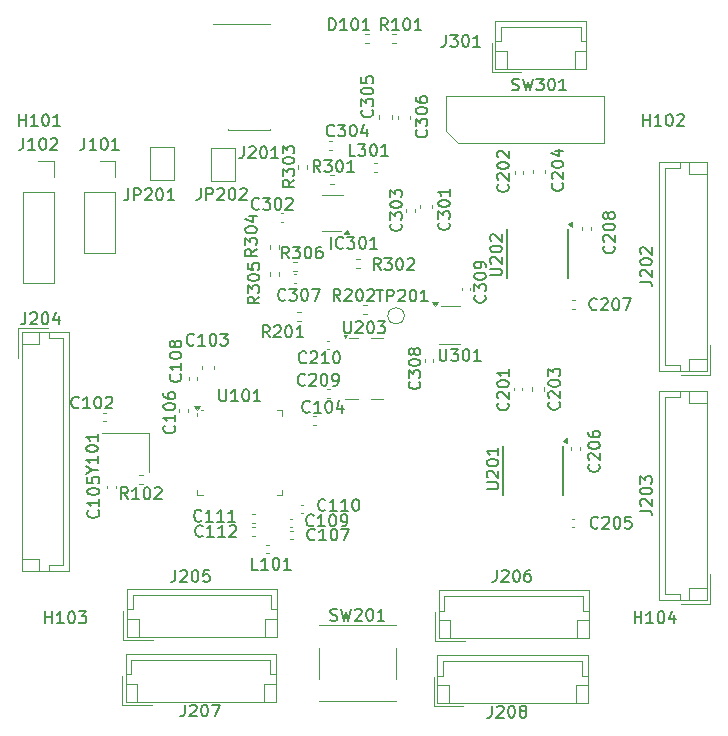
<source format=gbr>
%TF.GenerationSoftware,KiCad,Pcbnew,8.0.5*%
%TF.CreationDate,2024-09-20T22:50:32+02:00*%
%TF.ProjectId,ESE_AL8,4553455f-414c-4382-9e6b-696361645f70,rev?*%
%TF.SameCoordinates,Original*%
%TF.FileFunction,Legend,Top*%
%TF.FilePolarity,Positive*%
%FSLAX46Y46*%
G04 Gerber Fmt 4.6, Leading zero omitted, Abs format (unit mm)*
G04 Created by KiCad (PCBNEW 8.0.5) date 2024-09-20 22:50:32*
%MOMM*%
%LPD*%
G01*
G04 APERTURE LIST*
%ADD10C,0.150000*%
%ADD11C,0.120000*%
G04 APERTURE END LIST*
D10*
X171035714Y-83314819D02*
X171607142Y-83314819D01*
X171321428Y-84314819D02*
X171321428Y-83314819D01*
X171940476Y-84314819D02*
X171940476Y-83314819D01*
X171940476Y-83314819D02*
X172321428Y-83314819D01*
X172321428Y-83314819D02*
X172416666Y-83362438D01*
X172416666Y-83362438D02*
X172464285Y-83410057D01*
X172464285Y-83410057D02*
X172511904Y-83505295D01*
X172511904Y-83505295D02*
X172511904Y-83648152D01*
X172511904Y-83648152D02*
X172464285Y-83743390D01*
X172464285Y-83743390D02*
X172416666Y-83791009D01*
X172416666Y-83791009D02*
X172321428Y-83838628D01*
X172321428Y-83838628D02*
X171940476Y-83838628D01*
X172892857Y-83410057D02*
X172940476Y-83362438D01*
X172940476Y-83362438D02*
X173035714Y-83314819D01*
X173035714Y-83314819D02*
X173273809Y-83314819D01*
X173273809Y-83314819D02*
X173369047Y-83362438D01*
X173369047Y-83362438D02*
X173416666Y-83410057D01*
X173416666Y-83410057D02*
X173464285Y-83505295D01*
X173464285Y-83505295D02*
X173464285Y-83600533D01*
X173464285Y-83600533D02*
X173416666Y-83743390D01*
X173416666Y-83743390D02*
X172845238Y-84314819D01*
X172845238Y-84314819D02*
X173464285Y-84314819D01*
X174083333Y-83314819D02*
X174178571Y-83314819D01*
X174178571Y-83314819D02*
X174273809Y-83362438D01*
X174273809Y-83362438D02*
X174321428Y-83410057D01*
X174321428Y-83410057D02*
X174369047Y-83505295D01*
X174369047Y-83505295D02*
X174416666Y-83695771D01*
X174416666Y-83695771D02*
X174416666Y-83933866D01*
X174416666Y-83933866D02*
X174369047Y-84124342D01*
X174369047Y-84124342D02*
X174321428Y-84219580D01*
X174321428Y-84219580D02*
X174273809Y-84267200D01*
X174273809Y-84267200D02*
X174178571Y-84314819D01*
X174178571Y-84314819D02*
X174083333Y-84314819D01*
X174083333Y-84314819D02*
X173988095Y-84267200D01*
X173988095Y-84267200D02*
X173940476Y-84219580D01*
X173940476Y-84219580D02*
X173892857Y-84124342D01*
X173892857Y-84124342D02*
X173845238Y-83933866D01*
X173845238Y-83933866D02*
X173845238Y-83695771D01*
X173845238Y-83695771D02*
X173892857Y-83505295D01*
X173892857Y-83505295D02*
X173940476Y-83410057D01*
X173940476Y-83410057D02*
X173988095Y-83362438D01*
X173988095Y-83362438D02*
X174083333Y-83314819D01*
X175369047Y-84314819D02*
X174797619Y-84314819D01*
X175083333Y-84314819D02*
X175083333Y-83314819D01*
X175083333Y-83314819D02*
X174988095Y-83457676D01*
X174988095Y-83457676D02*
X174892857Y-83552914D01*
X174892857Y-83552914D02*
X174797619Y-83600533D01*
X146978628Y-98628571D02*
X147454819Y-98628571D01*
X146454819Y-98961904D02*
X146978628Y-98628571D01*
X146978628Y-98628571D02*
X146454819Y-98295238D01*
X147454819Y-97438095D02*
X147454819Y-98009523D01*
X147454819Y-97723809D02*
X146454819Y-97723809D01*
X146454819Y-97723809D02*
X146597676Y-97819047D01*
X146597676Y-97819047D02*
X146692914Y-97914285D01*
X146692914Y-97914285D02*
X146740533Y-98009523D01*
X146454819Y-96819047D02*
X146454819Y-96723809D01*
X146454819Y-96723809D02*
X146502438Y-96628571D01*
X146502438Y-96628571D02*
X146550057Y-96580952D01*
X146550057Y-96580952D02*
X146645295Y-96533333D01*
X146645295Y-96533333D02*
X146835771Y-96485714D01*
X146835771Y-96485714D02*
X147073866Y-96485714D01*
X147073866Y-96485714D02*
X147264342Y-96533333D01*
X147264342Y-96533333D02*
X147359580Y-96580952D01*
X147359580Y-96580952D02*
X147407200Y-96628571D01*
X147407200Y-96628571D02*
X147454819Y-96723809D01*
X147454819Y-96723809D02*
X147454819Y-96819047D01*
X147454819Y-96819047D02*
X147407200Y-96914285D01*
X147407200Y-96914285D02*
X147359580Y-96961904D01*
X147359580Y-96961904D02*
X147264342Y-97009523D01*
X147264342Y-97009523D02*
X147073866Y-97057142D01*
X147073866Y-97057142D02*
X146835771Y-97057142D01*
X146835771Y-97057142D02*
X146645295Y-97009523D01*
X146645295Y-97009523D02*
X146550057Y-96961904D01*
X146550057Y-96961904D02*
X146502438Y-96914285D01*
X146502438Y-96914285D02*
X146454819Y-96819047D01*
X147454819Y-95533333D02*
X147454819Y-96104761D01*
X147454819Y-95819047D02*
X146454819Y-95819047D01*
X146454819Y-95819047D02*
X146597676Y-95914285D01*
X146597676Y-95914285D02*
X146692914Y-96009523D01*
X146692914Y-96009523D02*
X146740533Y-96104761D01*
X176385714Y-88354819D02*
X176385714Y-89164342D01*
X176385714Y-89164342D02*
X176433333Y-89259580D01*
X176433333Y-89259580D02*
X176480952Y-89307200D01*
X176480952Y-89307200D02*
X176576190Y-89354819D01*
X176576190Y-89354819D02*
X176766666Y-89354819D01*
X176766666Y-89354819D02*
X176861904Y-89307200D01*
X176861904Y-89307200D02*
X176909523Y-89259580D01*
X176909523Y-89259580D02*
X176957142Y-89164342D01*
X176957142Y-89164342D02*
X176957142Y-88354819D01*
X177338095Y-88354819D02*
X177957142Y-88354819D01*
X177957142Y-88354819D02*
X177623809Y-88735771D01*
X177623809Y-88735771D02*
X177766666Y-88735771D01*
X177766666Y-88735771D02*
X177861904Y-88783390D01*
X177861904Y-88783390D02*
X177909523Y-88831009D01*
X177909523Y-88831009D02*
X177957142Y-88926247D01*
X177957142Y-88926247D02*
X177957142Y-89164342D01*
X177957142Y-89164342D02*
X177909523Y-89259580D01*
X177909523Y-89259580D02*
X177861904Y-89307200D01*
X177861904Y-89307200D02*
X177766666Y-89354819D01*
X177766666Y-89354819D02*
X177480952Y-89354819D01*
X177480952Y-89354819D02*
X177385714Y-89307200D01*
X177385714Y-89307200D02*
X177338095Y-89259580D01*
X178576190Y-88354819D02*
X178671428Y-88354819D01*
X178671428Y-88354819D02*
X178766666Y-88402438D01*
X178766666Y-88402438D02*
X178814285Y-88450057D01*
X178814285Y-88450057D02*
X178861904Y-88545295D01*
X178861904Y-88545295D02*
X178909523Y-88735771D01*
X178909523Y-88735771D02*
X178909523Y-88973866D01*
X178909523Y-88973866D02*
X178861904Y-89164342D01*
X178861904Y-89164342D02*
X178814285Y-89259580D01*
X178814285Y-89259580D02*
X178766666Y-89307200D01*
X178766666Y-89307200D02*
X178671428Y-89354819D01*
X178671428Y-89354819D02*
X178576190Y-89354819D01*
X178576190Y-89354819D02*
X178480952Y-89307200D01*
X178480952Y-89307200D02*
X178433333Y-89259580D01*
X178433333Y-89259580D02*
X178385714Y-89164342D01*
X178385714Y-89164342D02*
X178338095Y-88973866D01*
X178338095Y-88973866D02*
X178338095Y-88735771D01*
X178338095Y-88735771D02*
X178385714Y-88545295D01*
X178385714Y-88545295D02*
X178433333Y-88450057D01*
X178433333Y-88450057D02*
X178480952Y-88402438D01*
X178480952Y-88402438D02*
X178576190Y-88354819D01*
X179861904Y-89354819D02*
X179290476Y-89354819D01*
X179576190Y-89354819D02*
X179576190Y-88354819D01*
X179576190Y-88354819D02*
X179480952Y-88497676D01*
X179480952Y-88497676D02*
X179385714Y-88592914D01*
X179385714Y-88592914D02*
X179290476Y-88640533D01*
X168285714Y-86004819D02*
X168285714Y-86814342D01*
X168285714Y-86814342D02*
X168333333Y-86909580D01*
X168333333Y-86909580D02*
X168380952Y-86957200D01*
X168380952Y-86957200D02*
X168476190Y-87004819D01*
X168476190Y-87004819D02*
X168666666Y-87004819D01*
X168666666Y-87004819D02*
X168761904Y-86957200D01*
X168761904Y-86957200D02*
X168809523Y-86909580D01*
X168809523Y-86909580D02*
X168857142Y-86814342D01*
X168857142Y-86814342D02*
X168857142Y-86004819D01*
X169285714Y-86100057D02*
X169333333Y-86052438D01*
X169333333Y-86052438D02*
X169428571Y-86004819D01*
X169428571Y-86004819D02*
X169666666Y-86004819D01*
X169666666Y-86004819D02*
X169761904Y-86052438D01*
X169761904Y-86052438D02*
X169809523Y-86100057D01*
X169809523Y-86100057D02*
X169857142Y-86195295D01*
X169857142Y-86195295D02*
X169857142Y-86290533D01*
X169857142Y-86290533D02*
X169809523Y-86433390D01*
X169809523Y-86433390D02*
X169238095Y-87004819D01*
X169238095Y-87004819D02*
X169857142Y-87004819D01*
X170476190Y-86004819D02*
X170571428Y-86004819D01*
X170571428Y-86004819D02*
X170666666Y-86052438D01*
X170666666Y-86052438D02*
X170714285Y-86100057D01*
X170714285Y-86100057D02*
X170761904Y-86195295D01*
X170761904Y-86195295D02*
X170809523Y-86385771D01*
X170809523Y-86385771D02*
X170809523Y-86623866D01*
X170809523Y-86623866D02*
X170761904Y-86814342D01*
X170761904Y-86814342D02*
X170714285Y-86909580D01*
X170714285Y-86909580D02*
X170666666Y-86957200D01*
X170666666Y-86957200D02*
X170571428Y-87004819D01*
X170571428Y-87004819D02*
X170476190Y-87004819D01*
X170476190Y-87004819D02*
X170380952Y-86957200D01*
X170380952Y-86957200D02*
X170333333Y-86909580D01*
X170333333Y-86909580D02*
X170285714Y-86814342D01*
X170285714Y-86814342D02*
X170238095Y-86623866D01*
X170238095Y-86623866D02*
X170238095Y-86385771D01*
X170238095Y-86385771D02*
X170285714Y-86195295D01*
X170285714Y-86195295D02*
X170333333Y-86100057D01*
X170333333Y-86100057D02*
X170380952Y-86052438D01*
X170380952Y-86052438D02*
X170476190Y-86004819D01*
X171142857Y-86004819D02*
X171761904Y-86004819D01*
X171761904Y-86004819D02*
X171428571Y-86385771D01*
X171428571Y-86385771D02*
X171571428Y-86385771D01*
X171571428Y-86385771D02*
X171666666Y-86433390D01*
X171666666Y-86433390D02*
X171714285Y-86481009D01*
X171714285Y-86481009D02*
X171761904Y-86576247D01*
X171761904Y-86576247D02*
X171761904Y-86814342D01*
X171761904Y-86814342D02*
X171714285Y-86909580D01*
X171714285Y-86909580D02*
X171666666Y-86957200D01*
X171666666Y-86957200D02*
X171571428Y-87004819D01*
X171571428Y-87004819D02*
X171285714Y-87004819D01*
X171285714Y-87004819D02*
X171190476Y-86957200D01*
X171190476Y-86957200D02*
X171142857Y-86909580D01*
X157735714Y-91762319D02*
X157735714Y-92571842D01*
X157735714Y-92571842D02*
X157783333Y-92667080D01*
X157783333Y-92667080D02*
X157830952Y-92714700D01*
X157830952Y-92714700D02*
X157926190Y-92762319D01*
X157926190Y-92762319D02*
X158116666Y-92762319D01*
X158116666Y-92762319D02*
X158211904Y-92714700D01*
X158211904Y-92714700D02*
X158259523Y-92667080D01*
X158259523Y-92667080D02*
X158307142Y-92571842D01*
X158307142Y-92571842D02*
X158307142Y-91762319D01*
X159307142Y-92762319D02*
X158735714Y-92762319D01*
X159021428Y-92762319D02*
X159021428Y-91762319D01*
X159021428Y-91762319D02*
X158926190Y-91905176D01*
X158926190Y-91905176D02*
X158830952Y-92000414D01*
X158830952Y-92000414D02*
X158735714Y-92048033D01*
X159926190Y-91762319D02*
X160021428Y-91762319D01*
X160021428Y-91762319D02*
X160116666Y-91809938D01*
X160116666Y-91809938D02*
X160164285Y-91857557D01*
X160164285Y-91857557D02*
X160211904Y-91952795D01*
X160211904Y-91952795D02*
X160259523Y-92143271D01*
X160259523Y-92143271D02*
X160259523Y-92381366D01*
X160259523Y-92381366D02*
X160211904Y-92571842D01*
X160211904Y-92571842D02*
X160164285Y-92667080D01*
X160164285Y-92667080D02*
X160116666Y-92714700D01*
X160116666Y-92714700D02*
X160021428Y-92762319D01*
X160021428Y-92762319D02*
X159926190Y-92762319D01*
X159926190Y-92762319D02*
X159830952Y-92714700D01*
X159830952Y-92714700D02*
X159783333Y-92667080D01*
X159783333Y-92667080D02*
X159735714Y-92571842D01*
X159735714Y-92571842D02*
X159688095Y-92381366D01*
X159688095Y-92381366D02*
X159688095Y-92143271D01*
X159688095Y-92143271D02*
X159735714Y-91952795D01*
X159735714Y-91952795D02*
X159783333Y-91857557D01*
X159783333Y-91857557D02*
X159830952Y-91809938D01*
X159830952Y-91809938D02*
X159926190Y-91762319D01*
X161211904Y-92762319D02*
X160640476Y-92762319D01*
X160926190Y-92762319D02*
X160926190Y-91762319D01*
X160926190Y-91762319D02*
X160830952Y-91905176D01*
X160830952Y-91905176D02*
X160735714Y-92000414D01*
X160735714Y-92000414D02*
X160640476Y-92048033D01*
X163613452Y-80684819D02*
X163280119Y-80208628D01*
X163042024Y-80684819D02*
X163042024Y-79684819D01*
X163042024Y-79684819D02*
X163422976Y-79684819D01*
X163422976Y-79684819D02*
X163518214Y-79732438D01*
X163518214Y-79732438D02*
X163565833Y-79780057D01*
X163565833Y-79780057D02*
X163613452Y-79875295D01*
X163613452Y-79875295D02*
X163613452Y-80018152D01*
X163613452Y-80018152D02*
X163565833Y-80113390D01*
X163565833Y-80113390D02*
X163518214Y-80161009D01*
X163518214Y-80161009D02*
X163422976Y-80208628D01*
X163422976Y-80208628D02*
X163042024Y-80208628D01*
X163946786Y-79684819D02*
X164565833Y-79684819D01*
X164565833Y-79684819D02*
X164232500Y-80065771D01*
X164232500Y-80065771D02*
X164375357Y-80065771D01*
X164375357Y-80065771D02*
X164470595Y-80113390D01*
X164470595Y-80113390D02*
X164518214Y-80161009D01*
X164518214Y-80161009D02*
X164565833Y-80256247D01*
X164565833Y-80256247D02*
X164565833Y-80494342D01*
X164565833Y-80494342D02*
X164518214Y-80589580D01*
X164518214Y-80589580D02*
X164470595Y-80637200D01*
X164470595Y-80637200D02*
X164375357Y-80684819D01*
X164375357Y-80684819D02*
X164089643Y-80684819D01*
X164089643Y-80684819D02*
X163994405Y-80637200D01*
X163994405Y-80637200D02*
X163946786Y-80589580D01*
X165184881Y-79684819D02*
X165280119Y-79684819D01*
X165280119Y-79684819D02*
X165375357Y-79732438D01*
X165375357Y-79732438D02*
X165422976Y-79780057D01*
X165422976Y-79780057D02*
X165470595Y-79875295D01*
X165470595Y-79875295D02*
X165518214Y-80065771D01*
X165518214Y-80065771D02*
X165518214Y-80303866D01*
X165518214Y-80303866D02*
X165470595Y-80494342D01*
X165470595Y-80494342D02*
X165422976Y-80589580D01*
X165422976Y-80589580D02*
X165375357Y-80637200D01*
X165375357Y-80637200D02*
X165280119Y-80684819D01*
X165280119Y-80684819D02*
X165184881Y-80684819D01*
X165184881Y-80684819D02*
X165089643Y-80637200D01*
X165089643Y-80637200D02*
X165042024Y-80589580D01*
X165042024Y-80589580D02*
X164994405Y-80494342D01*
X164994405Y-80494342D02*
X164946786Y-80303866D01*
X164946786Y-80303866D02*
X164946786Y-80065771D01*
X164946786Y-80065771D02*
X164994405Y-79875295D01*
X164994405Y-79875295D02*
X165042024Y-79780057D01*
X165042024Y-79780057D02*
X165089643Y-79732438D01*
X165089643Y-79732438D02*
X165184881Y-79684819D01*
X166375357Y-79684819D02*
X166184881Y-79684819D01*
X166184881Y-79684819D02*
X166089643Y-79732438D01*
X166089643Y-79732438D02*
X166042024Y-79780057D01*
X166042024Y-79780057D02*
X165946786Y-79922914D01*
X165946786Y-79922914D02*
X165899167Y-80113390D01*
X165899167Y-80113390D02*
X165899167Y-80494342D01*
X165899167Y-80494342D02*
X165946786Y-80589580D01*
X165946786Y-80589580D02*
X165994405Y-80637200D01*
X165994405Y-80637200D02*
X166089643Y-80684819D01*
X166089643Y-80684819D02*
X166280119Y-80684819D01*
X166280119Y-80684819D02*
X166375357Y-80637200D01*
X166375357Y-80637200D02*
X166422976Y-80589580D01*
X166422976Y-80589580D02*
X166470595Y-80494342D01*
X166470595Y-80494342D02*
X166470595Y-80256247D01*
X166470595Y-80256247D02*
X166422976Y-80161009D01*
X166422976Y-80161009D02*
X166375357Y-80113390D01*
X166375357Y-80113390D02*
X166280119Y-80065771D01*
X166280119Y-80065771D02*
X166089643Y-80065771D01*
X166089643Y-80065771D02*
X165994405Y-80113390D01*
X165994405Y-80113390D02*
X165946786Y-80161009D01*
X165946786Y-80161009D02*
X165899167Y-80256247D01*
X161124819Y-83909047D02*
X160648628Y-84242380D01*
X161124819Y-84480475D02*
X160124819Y-84480475D01*
X160124819Y-84480475D02*
X160124819Y-84099523D01*
X160124819Y-84099523D02*
X160172438Y-84004285D01*
X160172438Y-84004285D02*
X160220057Y-83956666D01*
X160220057Y-83956666D02*
X160315295Y-83909047D01*
X160315295Y-83909047D02*
X160458152Y-83909047D01*
X160458152Y-83909047D02*
X160553390Y-83956666D01*
X160553390Y-83956666D02*
X160601009Y-84004285D01*
X160601009Y-84004285D02*
X160648628Y-84099523D01*
X160648628Y-84099523D02*
X160648628Y-84480475D01*
X160124819Y-83575713D02*
X160124819Y-82956666D01*
X160124819Y-82956666D02*
X160505771Y-83289999D01*
X160505771Y-83289999D02*
X160505771Y-83147142D01*
X160505771Y-83147142D02*
X160553390Y-83051904D01*
X160553390Y-83051904D02*
X160601009Y-83004285D01*
X160601009Y-83004285D02*
X160696247Y-82956666D01*
X160696247Y-82956666D02*
X160934342Y-82956666D01*
X160934342Y-82956666D02*
X161029580Y-83004285D01*
X161029580Y-83004285D02*
X161077200Y-83051904D01*
X161077200Y-83051904D02*
X161124819Y-83147142D01*
X161124819Y-83147142D02*
X161124819Y-83432856D01*
X161124819Y-83432856D02*
X161077200Y-83528094D01*
X161077200Y-83528094D02*
X161029580Y-83575713D01*
X160124819Y-82337618D02*
X160124819Y-82242380D01*
X160124819Y-82242380D02*
X160172438Y-82147142D01*
X160172438Y-82147142D02*
X160220057Y-82099523D01*
X160220057Y-82099523D02*
X160315295Y-82051904D01*
X160315295Y-82051904D02*
X160505771Y-82004285D01*
X160505771Y-82004285D02*
X160743866Y-82004285D01*
X160743866Y-82004285D02*
X160934342Y-82051904D01*
X160934342Y-82051904D02*
X161029580Y-82099523D01*
X161029580Y-82099523D02*
X161077200Y-82147142D01*
X161077200Y-82147142D02*
X161124819Y-82242380D01*
X161124819Y-82242380D02*
X161124819Y-82337618D01*
X161124819Y-82337618D02*
X161077200Y-82432856D01*
X161077200Y-82432856D02*
X161029580Y-82480475D01*
X161029580Y-82480475D02*
X160934342Y-82528094D01*
X160934342Y-82528094D02*
X160743866Y-82575713D01*
X160743866Y-82575713D02*
X160505771Y-82575713D01*
X160505771Y-82575713D02*
X160315295Y-82528094D01*
X160315295Y-82528094D02*
X160220057Y-82480475D01*
X160220057Y-82480475D02*
X160172438Y-82432856D01*
X160172438Y-82432856D02*
X160124819Y-82337618D01*
X160124819Y-81099523D02*
X160124819Y-81575713D01*
X160124819Y-81575713D02*
X160601009Y-81623332D01*
X160601009Y-81623332D02*
X160553390Y-81575713D01*
X160553390Y-81575713D02*
X160505771Y-81480475D01*
X160505771Y-81480475D02*
X160505771Y-81242380D01*
X160505771Y-81242380D02*
X160553390Y-81147142D01*
X160553390Y-81147142D02*
X160601009Y-81099523D01*
X160601009Y-81099523D02*
X160696247Y-81051904D01*
X160696247Y-81051904D02*
X160934342Y-81051904D01*
X160934342Y-81051904D02*
X161029580Y-81099523D01*
X161029580Y-81099523D02*
X161077200Y-81147142D01*
X161077200Y-81147142D02*
X161124819Y-81242380D01*
X161124819Y-81242380D02*
X161124819Y-81480475D01*
X161124819Y-81480475D02*
X161077200Y-81575713D01*
X161077200Y-81575713D02*
X161029580Y-81623332D01*
X160924819Y-79879047D02*
X160448628Y-80212380D01*
X160924819Y-80450475D02*
X159924819Y-80450475D01*
X159924819Y-80450475D02*
X159924819Y-80069523D01*
X159924819Y-80069523D02*
X159972438Y-79974285D01*
X159972438Y-79974285D02*
X160020057Y-79926666D01*
X160020057Y-79926666D02*
X160115295Y-79879047D01*
X160115295Y-79879047D02*
X160258152Y-79879047D01*
X160258152Y-79879047D02*
X160353390Y-79926666D01*
X160353390Y-79926666D02*
X160401009Y-79974285D01*
X160401009Y-79974285D02*
X160448628Y-80069523D01*
X160448628Y-80069523D02*
X160448628Y-80450475D01*
X159924819Y-79545713D02*
X159924819Y-78926666D01*
X159924819Y-78926666D02*
X160305771Y-79259999D01*
X160305771Y-79259999D02*
X160305771Y-79117142D01*
X160305771Y-79117142D02*
X160353390Y-79021904D01*
X160353390Y-79021904D02*
X160401009Y-78974285D01*
X160401009Y-78974285D02*
X160496247Y-78926666D01*
X160496247Y-78926666D02*
X160734342Y-78926666D01*
X160734342Y-78926666D02*
X160829580Y-78974285D01*
X160829580Y-78974285D02*
X160877200Y-79021904D01*
X160877200Y-79021904D02*
X160924819Y-79117142D01*
X160924819Y-79117142D02*
X160924819Y-79402856D01*
X160924819Y-79402856D02*
X160877200Y-79498094D01*
X160877200Y-79498094D02*
X160829580Y-79545713D01*
X159924819Y-78307618D02*
X159924819Y-78212380D01*
X159924819Y-78212380D02*
X159972438Y-78117142D01*
X159972438Y-78117142D02*
X160020057Y-78069523D01*
X160020057Y-78069523D02*
X160115295Y-78021904D01*
X160115295Y-78021904D02*
X160305771Y-77974285D01*
X160305771Y-77974285D02*
X160543866Y-77974285D01*
X160543866Y-77974285D02*
X160734342Y-78021904D01*
X160734342Y-78021904D02*
X160829580Y-78069523D01*
X160829580Y-78069523D02*
X160877200Y-78117142D01*
X160877200Y-78117142D02*
X160924819Y-78212380D01*
X160924819Y-78212380D02*
X160924819Y-78307618D01*
X160924819Y-78307618D02*
X160877200Y-78402856D01*
X160877200Y-78402856D02*
X160829580Y-78450475D01*
X160829580Y-78450475D02*
X160734342Y-78498094D01*
X160734342Y-78498094D02*
X160543866Y-78545713D01*
X160543866Y-78545713D02*
X160305771Y-78545713D01*
X160305771Y-78545713D02*
X160115295Y-78498094D01*
X160115295Y-78498094D02*
X160020057Y-78450475D01*
X160020057Y-78450475D02*
X159972438Y-78402856D01*
X159972438Y-78402856D02*
X159924819Y-78307618D01*
X160258152Y-77117142D02*
X160924819Y-77117142D01*
X159877200Y-77355237D02*
X160591485Y-77593332D01*
X160591485Y-77593332D02*
X160591485Y-76974285D01*
X164084819Y-74019047D02*
X163608628Y-74352380D01*
X164084819Y-74590475D02*
X163084819Y-74590475D01*
X163084819Y-74590475D02*
X163084819Y-74209523D01*
X163084819Y-74209523D02*
X163132438Y-74114285D01*
X163132438Y-74114285D02*
X163180057Y-74066666D01*
X163180057Y-74066666D02*
X163275295Y-74019047D01*
X163275295Y-74019047D02*
X163418152Y-74019047D01*
X163418152Y-74019047D02*
X163513390Y-74066666D01*
X163513390Y-74066666D02*
X163561009Y-74114285D01*
X163561009Y-74114285D02*
X163608628Y-74209523D01*
X163608628Y-74209523D02*
X163608628Y-74590475D01*
X163084819Y-73685713D02*
X163084819Y-73066666D01*
X163084819Y-73066666D02*
X163465771Y-73399999D01*
X163465771Y-73399999D02*
X163465771Y-73257142D01*
X163465771Y-73257142D02*
X163513390Y-73161904D01*
X163513390Y-73161904D02*
X163561009Y-73114285D01*
X163561009Y-73114285D02*
X163656247Y-73066666D01*
X163656247Y-73066666D02*
X163894342Y-73066666D01*
X163894342Y-73066666D02*
X163989580Y-73114285D01*
X163989580Y-73114285D02*
X164037200Y-73161904D01*
X164037200Y-73161904D02*
X164084819Y-73257142D01*
X164084819Y-73257142D02*
X164084819Y-73542856D01*
X164084819Y-73542856D02*
X164037200Y-73638094D01*
X164037200Y-73638094D02*
X163989580Y-73685713D01*
X163084819Y-72447618D02*
X163084819Y-72352380D01*
X163084819Y-72352380D02*
X163132438Y-72257142D01*
X163132438Y-72257142D02*
X163180057Y-72209523D01*
X163180057Y-72209523D02*
X163275295Y-72161904D01*
X163275295Y-72161904D02*
X163465771Y-72114285D01*
X163465771Y-72114285D02*
X163703866Y-72114285D01*
X163703866Y-72114285D02*
X163894342Y-72161904D01*
X163894342Y-72161904D02*
X163989580Y-72209523D01*
X163989580Y-72209523D02*
X164037200Y-72257142D01*
X164037200Y-72257142D02*
X164084819Y-72352380D01*
X164084819Y-72352380D02*
X164084819Y-72447618D01*
X164084819Y-72447618D02*
X164037200Y-72542856D01*
X164037200Y-72542856D02*
X163989580Y-72590475D01*
X163989580Y-72590475D02*
X163894342Y-72638094D01*
X163894342Y-72638094D02*
X163703866Y-72685713D01*
X163703866Y-72685713D02*
X163465771Y-72685713D01*
X163465771Y-72685713D02*
X163275295Y-72638094D01*
X163275295Y-72638094D02*
X163180057Y-72590475D01*
X163180057Y-72590475D02*
X163132438Y-72542856D01*
X163132438Y-72542856D02*
X163084819Y-72447618D01*
X163084819Y-71780951D02*
X163084819Y-71161904D01*
X163084819Y-71161904D02*
X163465771Y-71495237D01*
X163465771Y-71495237D02*
X163465771Y-71352380D01*
X163465771Y-71352380D02*
X163513390Y-71257142D01*
X163513390Y-71257142D02*
X163561009Y-71209523D01*
X163561009Y-71209523D02*
X163656247Y-71161904D01*
X163656247Y-71161904D02*
X163894342Y-71161904D01*
X163894342Y-71161904D02*
X163989580Y-71209523D01*
X163989580Y-71209523D02*
X164037200Y-71257142D01*
X164037200Y-71257142D02*
X164084819Y-71352380D01*
X164084819Y-71352380D02*
X164084819Y-71638094D01*
X164084819Y-71638094D02*
X164037200Y-71733332D01*
X164037200Y-71733332D02*
X163989580Y-71780951D01*
X171380952Y-81654819D02*
X171047619Y-81178628D01*
X170809524Y-81654819D02*
X170809524Y-80654819D01*
X170809524Y-80654819D02*
X171190476Y-80654819D01*
X171190476Y-80654819D02*
X171285714Y-80702438D01*
X171285714Y-80702438D02*
X171333333Y-80750057D01*
X171333333Y-80750057D02*
X171380952Y-80845295D01*
X171380952Y-80845295D02*
X171380952Y-80988152D01*
X171380952Y-80988152D02*
X171333333Y-81083390D01*
X171333333Y-81083390D02*
X171285714Y-81131009D01*
X171285714Y-81131009D02*
X171190476Y-81178628D01*
X171190476Y-81178628D02*
X170809524Y-81178628D01*
X171714286Y-80654819D02*
X172333333Y-80654819D01*
X172333333Y-80654819D02*
X172000000Y-81035771D01*
X172000000Y-81035771D02*
X172142857Y-81035771D01*
X172142857Y-81035771D02*
X172238095Y-81083390D01*
X172238095Y-81083390D02*
X172285714Y-81131009D01*
X172285714Y-81131009D02*
X172333333Y-81226247D01*
X172333333Y-81226247D02*
X172333333Y-81464342D01*
X172333333Y-81464342D02*
X172285714Y-81559580D01*
X172285714Y-81559580D02*
X172238095Y-81607200D01*
X172238095Y-81607200D02*
X172142857Y-81654819D01*
X172142857Y-81654819D02*
X171857143Y-81654819D01*
X171857143Y-81654819D02*
X171761905Y-81607200D01*
X171761905Y-81607200D02*
X171714286Y-81559580D01*
X172952381Y-80654819D02*
X173047619Y-80654819D01*
X173047619Y-80654819D02*
X173142857Y-80702438D01*
X173142857Y-80702438D02*
X173190476Y-80750057D01*
X173190476Y-80750057D02*
X173238095Y-80845295D01*
X173238095Y-80845295D02*
X173285714Y-81035771D01*
X173285714Y-81035771D02*
X173285714Y-81273866D01*
X173285714Y-81273866D02*
X173238095Y-81464342D01*
X173238095Y-81464342D02*
X173190476Y-81559580D01*
X173190476Y-81559580D02*
X173142857Y-81607200D01*
X173142857Y-81607200D02*
X173047619Y-81654819D01*
X173047619Y-81654819D02*
X172952381Y-81654819D01*
X172952381Y-81654819D02*
X172857143Y-81607200D01*
X172857143Y-81607200D02*
X172809524Y-81559580D01*
X172809524Y-81559580D02*
X172761905Y-81464342D01*
X172761905Y-81464342D02*
X172714286Y-81273866D01*
X172714286Y-81273866D02*
X172714286Y-81035771D01*
X172714286Y-81035771D02*
X172761905Y-80845295D01*
X172761905Y-80845295D02*
X172809524Y-80750057D01*
X172809524Y-80750057D02*
X172857143Y-80702438D01*
X172857143Y-80702438D02*
X172952381Y-80654819D01*
X173666667Y-80750057D02*
X173714286Y-80702438D01*
X173714286Y-80702438D02*
X173809524Y-80654819D01*
X173809524Y-80654819D02*
X174047619Y-80654819D01*
X174047619Y-80654819D02*
X174142857Y-80702438D01*
X174142857Y-80702438D02*
X174190476Y-80750057D01*
X174190476Y-80750057D02*
X174238095Y-80845295D01*
X174238095Y-80845295D02*
X174238095Y-80940533D01*
X174238095Y-80940533D02*
X174190476Y-81083390D01*
X174190476Y-81083390D02*
X173619048Y-81654819D01*
X173619048Y-81654819D02*
X174238095Y-81654819D01*
X166280952Y-73354819D02*
X165947619Y-72878628D01*
X165709524Y-73354819D02*
X165709524Y-72354819D01*
X165709524Y-72354819D02*
X166090476Y-72354819D01*
X166090476Y-72354819D02*
X166185714Y-72402438D01*
X166185714Y-72402438D02*
X166233333Y-72450057D01*
X166233333Y-72450057D02*
X166280952Y-72545295D01*
X166280952Y-72545295D02*
X166280952Y-72688152D01*
X166280952Y-72688152D02*
X166233333Y-72783390D01*
X166233333Y-72783390D02*
X166185714Y-72831009D01*
X166185714Y-72831009D02*
X166090476Y-72878628D01*
X166090476Y-72878628D02*
X165709524Y-72878628D01*
X166614286Y-72354819D02*
X167233333Y-72354819D01*
X167233333Y-72354819D02*
X166900000Y-72735771D01*
X166900000Y-72735771D02*
X167042857Y-72735771D01*
X167042857Y-72735771D02*
X167138095Y-72783390D01*
X167138095Y-72783390D02*
X167185714Y-72831009D01*
X167185714Y-72831009D02*
X167233333Y-72926247D01*
X167233333Y-72926247D02*
X167233333Y-73164342D01*
X167233333Y-73164342D02*
X167185714Y-73259580D01*
X167185714Y-73259580D02*
X167138095Y-73307200D01*
X167138095Y-73307200D02*
X167042857Y-73354819D01*
X167042857Y-73354819D02*
X166757143Y-73354819D01*
X166757143Y-73354819D02*
X166661905Y-73307200D01*
X166661905Y-73307200D02*
X166614286Y-73259580D01*
X167852381Y-72354819D02*
X167947619Y-72354819D01*
X167947619Y-72354819D02*
X168042857Y-72402438D01*
X168042857Y-72402438D02*
X168090476Y-72450057D01*
X168090476Y-72450057D02*
X168138095Y-72545295D01*
X168138095Y-72545295D02*
X168185714Y-72735771D01*
X168185714Y-72735771D02*
X168185714Y-72973866D01*
X168185714Y-72973866D02*
X168138095Y-73164342D01*
X168138095Y-73164342D02*
X168090476Y-73259580D01*
X168090476Y-73259580D02*
X168042857Y-73307200D01*
X168042857Y-73307200D02*
X167947619Y-73354819D01*
X167947619Y-73354819D02*
X167852381Y-73354819D01*
X167852381Y-73354819D02*
X167757143Y-73307200D01*
X167757143Y-73307200D02*
X167709524Y-73259580D01*
X167709524Y-73259580D02*
X167661905Y-73164342D01*
X167661905Y-73164342D02*
X167614286Y-72973866D01*
X167614286Y-72973866D02*
X167614286Y-72735771D01*
X167614286Y-72735771D02*
X167661905Y-72545295D01*
X167661905Y-72545295D02*
X167709524Y-72450057D01*
X167709524Y-72450057D02*
X167757143Y-72402438D01*
X167757143Y-72402438D02*
X167852381Y-72354819D01*
X169138095Y-73354819D02*
X168566667Y-73354819D01*
X168852381Y-73354819D02*
X168852381Y-72354819D01*
X168852381Y-72354819D02*
X168757143Y-72497676D01*
X168757143Y-72497676D02*
X168661905Y-72592914D01*
X168661905Y-72592914D02*
X168566667Y-72640533D01*
X167978452Y-84274819D02*
X167645119Y-83798628D01*
X167407024Y-84274819D02*
X167407024Y-83274819D01*
X167407024Y-83274819D02*
X167787976Y-83274819D01*
X167787976Y-83274819D02*
X167883214Y-83322438D01*
X167883214Y-83322438D02*
X167930833Y-83370057D01*
X167930833Y-83370057D02*
X167978452Y-83465295D01*
X167978452Y-83465295D02*
X167978452Y-83608152D01*
X167978452Y-83608152D02*
X167930833Y-83703390D01*
X167930833Y-83703390D02*
X167883214Y-83751009D01*
X167883214Y-83751009D02*
X167787976Y-83798628D01*
X167787976Y-83798628D02*
X167407024Y-83798628D01*
X168359405Y-83370057D02*
X168407024Y-83322438D01*
X168407024Y-83322438D02*
X168502262Y-83274819D01*
X168502262Y-83274819D02*
X168740357Y-83274819D01*
X168740357Y-83274819D02*
X168835595Y-83322438D01*
X168835595Y-83322438D02*
X168883214Y-83370057D01*
X168883214Y-83370057D02*
X168930833Y-83465295D01*
X168930833Y-83465295D02*
X168930833Y-83560533D01*
X168930833Y-83560533D02*
X168883214Y-83703390D01*
X168883214Y-83703390D02*
X168311786Y-84274819D01*
X168311786Y-84274819D02*
X168930833Y-84274819D01*
X169549881Y-83274819D02*
X169645119Y-83274819D01*
X169645119Y-83274819D02*
X169740357Y-83322438D01*
X169740357Y-83322438D02*
X169787976Y-83370057D01*
X169787976Y-83370057D02*
X169835595Y-83465295D01*
X169835595Y-83465295D02*
X169883214Y-83655771D01*
X169883214Y-83655771D02*
X169883214Y-83893866D01*
X169883214Y-83893866D02*
X169835595Y-84084342D01*
X169835595Y-84084342D02*
X169787976Y-84179580D01*
X169787976Y-84179580D02*
X169740357Y-84227200D01*
X169740357Y-84227200D02*
X169645119Y-84274819D01*
X169645119Y-84274819D02*
X169549881Y-84274819D01*
X169549881Y-84274819D02*
X169454643Y-84227200D01*
X169454643Y-84227200D02*
X169407024Y-84179580D01*
X169407024Y-84179580D02*
X169359405Y-84084342D01*
X169359405Y-84084342D02*
X169311786Y-83893866D01*
X169311786Y-83893866D02*
X169311786Y-83655771D01*
X169311786Y-83655771D02*
X169359405Y-83465295D01*
X169359405Y-83465295D02*
X169407024Y-83370057D01*
X169407024Y-83370057D02*
X169454643Y-83322438D01*
X169454643Y-83322438D02*
X169549881Y-83274819D01*
X170264167Y-83370057D02*
X170311786Y-83322438D01*
X170311786Y-83322438D02*
X170407024Y-83274819D01*
X170407024Y-83274819D02*
X170645119Y-83274819D01*
X170645119Y-83274819D02*
X170740357Y-83322438D01*
X170740357Y-83322438D02*
X170787976Y-83370057D01*
X170787976Y-83370057D02*
X170835595Y-83465295D01*
X170835595Y-83465295D02*
X170835595Y-83560533D01*
X170835595Y-83560533D02*
X170787976Y-83703390D01*
X170787976Y-83703390D02*
X170216548Y-84274819D01*
X170216548Y-84274819D02*
X170835595Y-84274819D01*
X161980952Y-87354819D02*
X161647619Y-86878628D01*
X161409524Y-87354819D02*
X161409524Y-86354819D01*
X161409524Y-86354819D02*
X161790476Y-86354819D01*
X161790476Y-86354819D02*
X161885714Y-86402438D01*
X161885714Y-86402438D02*
X161933333Y-86450057D01*
X161933333Y-86450057D02*
X161980952Y-86545295D01*
X161980952Y-86545295D02*
X161980952Y-86688152D01*
X161980952Y-86688152D02*
X161933333Y-86783390D01*
X161933333Y-86783390D02*
X161885714Y-86831009D01*
X161885714Y-86831009D02*
X161790476Y-86878628D01*
X161790476Y-86878628D02*
X161409524Y-86878628D01*
X162361905Y-86450057D02*
X162409524Y-86402438D01*
X162409524Y-86402438D02*
X162504762Y-86354819D01*
X162504762Y-86354819D02*
X162742857Y-86354819D01*
X162742857Y-86354819D02*
X162838095Y-86402438D01*
X162838095Y-86402438D02*
X162885714Y-86450057D01*
X162885714Y-86450057D02*
X162933333Y-86545295D01*
X162933333Y-86545295D02*
X162933333Y-86640533D01*
X162933333Y-86640533D02*
X162885714Y-86783390D01*
X162885714Y-86783390D02*
X162314286Y-87354819D01*
X162314286Y-87354819D02*
X162933333Y-87354819D01*
X163552381Y-86354819D02*
X163647619Y-86354819D01*
X163647619Y-86354819D02*
X163742857Y-86402438D01*
X163742857Y-86402438D02*
X163790476Y-86450057D01*
X163790476Y-86450057D02*
X163838095Y-86545295D01*
X163838095Y-86545295D02*
X163885714Y-86735771D01*
X163885714Y-86735771D02*
X163885714Y-86973866D01*
X163885714Y-86973866D02*
X163838095Y-87164342D01*
X163838095Y-87164342D02*
X163790476Y-87259580D01*
X163790476Y-87259580D02*
X163742857Y-87307200D01*
X163742857Y-87307200D02*
X163647619Y-87354819D01*
X163647619Y-87354819D02*
X163552381Y-87354819D01*
X163552381Y-87354819D02*
X163457143Y-87307200D01*
X163457143Y-87307200D02*
X163409524Y-87259580D01*
X163409524Y-87259580D02*
X163361905Y-87164342D01*
X163361905Y-87164342D02*
X163314286Y-86973866D01*
X163314286Y-86973866D02*
X163314286Y-86735771D01*
X163314286Y-86735771D02*
X163361905Y-86545295D01*
X163361905Y-86545295D02*
X163409524Y-86450057D01*
X163409524Y-86450057D02*
X163457143Y-86402438D01*
X163457143Y-86402438D02*
X163552381Y-86354819D01*
X164838095Y-87354819D02*
X164266667Y-87354819D01*
X164552381Y-87354819D02*
X164552381Y-86354819D01*
X164552381Y-86354819D02*
X164457143Y-86497676D01*
X164457143Y-86497676D02*
X164361905Y-86592914D01*
X164361905Y-86592914D02*
X164266667Y-86640533D01*
X149980952Y-101054819D02*
X149647619Y-100578628D01*
X149409524Y-101054819D02*
X149409524Y-100054819D01*
X149409524Y-100054819D02*
X149790476Y-100054819D01*
X149790476Y-100054819D02*
X149885714Y-100102438D01*
X149885714Y-100102438D02*
X149933333Y-100150057D01*
X149933333Y-100150057D02*
X149980952Y-100245295D01*
X149980952Y-100245295D02*
X149980952Y-100388152D01*
X149980952Y-100388152D02*
X149933333Y-100483390D01*
X149933333Y-100483390D02*
X149885714Y-100531009D01*
X149885714Y-100531009D02*
X149790476Y-100578628D01*
X149790476Y-100578628D02*
X149409524Y-100578628D01*
X150933333Y-101054819D02*
X150361905Y-101054819D01*
X150647619Y-101054819D02*
X150647619Y-100054819D01*
X150647619Y-100054819D02*
X150552381Y-100197676D01*
X150552381Y-100197676D02*
X150457143Y-100292914D01*
X150457143Y-100292914D02*
X150361905Y-100340533D01*
X151552381Y-100054819D02*
X151647619Y-100054819D01*
X151647619Y-100054819D02*
X151742857Y-100102438D01*
X151742857Y-100102438D02*
X151790476Y-100150057D01*
X151790476Y-100150057D02*
X151838095Y-100245295D01*
X151838095Y-100245295D02*
X151885714Y-100435771D01*
X151885714Y-100435771D02*
X151885714Y-100673866D01*
X151885714Y-100673866D02*
X151838095Y-100864342D01*
X151838095Y-100864342D02*
X151790476Y-100959580D01*
X151790476Y-100959580D02*
X151742857Y-101007200D01*
X151742857Y-101007200D02*
X151647619Y-101054819D01*
X151647619Y-101054819D02*
X151552381Y-101054819D01*
X151552381Y-101054819D02*
X151457143Y-101007200D01*
X151457143Y-101007200D02*
X151409524Y-100959580D01*
X151409524Y-100959580D02*
X151361905Y-100864342D01*
X151361905Y-100864342D02*
X151314286Y-100673866D01*
X151314286Y-100673866D02*
X151314286Y-100435771D01*
X151314286Y-100435771D02*
X151361905Y-100245295D01*
X151361905Y-100245295D02*
X151409524Y-100150057D01*
X151409524Y-100150057D02*
X151457143Y-100102438D01*
X151457143Y-100102438D02*
X151552381Y-100054819D01*
X152266667Y-100150057D02*
X152314286Y-100102438D01*
X152314286Y-100102438D02*
X152409524Y-100054819D01*
X152409524Y-100054819D02*
X152647619Y-100054819D01*
X152647619Y-100054819D02*
X152742857Y-100102438D01*
X152742857Y-100102438D02*
X152790476Y-100150057D01*
X152790476Y-100150057D02*
X152838095Y-100245295D01*
X152838095Y-100245295D02*
X152838095Y-100340533D01*
X152838095Y-100340533D02*
X152790476Y-100483390D01*
X152790476Y-100483390D02*
X152219048Y-101054819D01*
X152219048Y-101054819D02*
X152838095Y-101054819D01*
X171980952Y-61354819D02*
X171647619Y-60878628D01*
X171409524Y-61354819D02*
X171409524Y-60354819D01*
X171409524Y-60354819D02*
X171790476Y-60354819D01*
X171790476Y-60354819D02*
X171885714Y-60402438D01*
X171885714Y-60402438D02*
X171933333Y-60450057D01*
X171933333Y-60450057D02*
X171980952Y-60545295D01*
X171980952Y-60545295D02*
X171980952Y-60688152D01*
X171980952Y-60688152D02*
X171933333Y-60783390D01*
X171933333Y-60783390D02*
X171885714Y-60831009D01*
X171885714Y-60831009D02*
X171790476Y-60878628D01*
X171790476Y-60878628D02*
X171409524Y-60878628D01*
X172933333Y-61354819D02*
X172361905Y-61354819D01*
X172647619Y-61354819D02*
X172647619Y-60354819D01*
X172647619Y-60354819D02*
X172552381Y-60497676D01*
X172552381Y-60497676D02*
X172457143Y-60592914D01*
X172457143Y-60592914D02*
X172361905Y-60640533D01*
X173552381Y-60354819D02*
X173647619Y-60354819D01*
X173647619Y-60354819D02*
X173742857Y-60402438D01*
X173742857Y-60402438D02*
X173790476Y-60450057D01*
X173790476Y-60450057D02*
X173838095Y-60545295D01*
X173838095Y-60545295D02*
X173885714Y-60735771D01*
X173885714Y-60735771D02*
X173885714Y-60973866D01*
X173885714Y-60973866D02*
X173838095Y-61164342D01*
X173838095Y-61164342D02*
X173790476Y-61259580D01*
X173790476Y-61259580D02*
X173742857Y-61307200D01*
X173742857Y-61307200D02*
X173647619Y-61354819D01*
X173647619Y-61354819D02*
X173552381Y-61354819D01*
X173552381Y-61354819D02*
X173457143Y-61307200D01*
X173457143Y-61307200D02*
X173409524Y-61259580D01*
X173409524Y-61259580D02*
X173361905Y-61164342D01*
X173361905Y-61164342D02*
X173314286Y-60973866D01*
X173314286Y-60973866D02*
X173314286Y-60735771D01*
X173314286Y-60735771D02*
X173361905Y-60545295D01*
X173361905Y-60545295D02*
X173409524Y-60450057D01*
X173409524Y-60450057D02*
X173457143Y-60402438D01*
X173457143Y-60402438D02*
X173552381Y-60354819D01*
X174838095Y-61354819D02*
X174266667Y-61354819D01*
X174552381Y-61354819D02*
X174552381Y-60354819D01*
X174552381Y-60354819D02*
X174457143Y-60497676D01*
X174457143Y-60497676D02*
X174361905Y-60592914D01*
X174361905Y-60592914D02*
X174266667Y-60640533D01*
X169245952Y-71992319D02*
X168769762Y-71992319D01*
X168769762Y-71992319D02*
X168769762Y-70992319D01*
X169484048Y-70992319D02*
X170103095Y-70992319D01*
X170103095Y-70992319D02*
X169769762Y-71373271D01*
X169769762Y-71373271D02*
X169912619Y-71373271D01*
X169912619Y-71373271D02*
X170007857Y-71420890D01*
X170007857Y-71420890D02*
X170055476Y-71468509D01*
X170055476Y-71468509D02*
X170103095Y-71563747D01*
X170103095Y-71563747D02*
X170103095Y-71801842D01*
X170103095Y-71801842D02*
X170055476Y-71897080D01*
X170055476Y-71897080D02*
X170007857Y-71944700D01*
X170007857Y-71944700D02*
X169912619Y-71992319D01*
X169912619Y-71992319D02*
X169626905Y-71992319D01*
X169626905Y-71992319D02*
X169531667Y-71944700D01*
X169531667Y-71944700D02*
X169484048Y-71897080D01*
X170722143Y-70992319D02*
X170817381Y-70992319D01*
X170817381Y-70992319D02*
X170912619Y-71039938D01*
X170912619Y-71039938D02*
X170960238Y-71087557D01*
X170960238Y-71087557D02*
X171007857Y-71182795D01*
X171007857Y-71182795D02*
X171055476Y-71373271D01*
X171055476Y-71373271D02*
X171055476Y-71611366D01*
X171055476Y-71611366D02*
X171007857Y-71801842D01*
X171007857Y-71801842D02*
X170960238Y-71897080D01*
X170960238Y-71897080D02*
X170912619Y-71944700D01*
X170912619Y-71944700D02*
X170817381Y-71992319D01*
X170817381Y-71992319D02*
X170722143Y-71992319D01*
X170722143Y-71992319D02*
X170626905Y-71944700D01*
X170626905Y-71944700D02*
X170579286Y-71897080D01*
X170579286Y-71897080D02*
X170531667Y-71801842D01*
X170531667Y-71801842D02*
X170484048Y-71611366D01*
X170484048Y-71611366D02*
X170484048Y-71373271D01*
X170484048Y-71373271D02*
X170531667Y-71182795D01*
X170531667Y-71182795D02*
X170579286Y-71087557D01*
X170579286Y-71087557D02*
X170626905Y-71039938D01*
X170626905Y-71039938D02*
X170722143Y-70992319D01*
X172007857Y-71992319D02*
X171436429Y-71992319D01*
X171722143Y-71992319D02*
X171722143Y-70992319D01*
X171722143Y-70992319D02*
X171626905Y-71135176D01*
X171626905Y-71135176D02*
X171531667Y-71230414D01*
X171531667Y-71230414D02*
X171436429Y-71278033D01*
X161000952Y-107024819D02*
X160524762Y-107024819D01*
X160524762Y-107024819D02*
X160524762Y-106024819D01*
X161858095Y-107024819D02*
X161286667Y-107024819D01*
X161572381Y-107024819D02*
X161572381Y-106024819D01*
X161572381Y-106024819D02*
X161477143Y-106167676D01*
X161477143Y-106167676D02*
X161381905Y-106262914D01*
X161381905Y-106262914D02*
X161286667Y-106310533D01*
X162477143Y-106024819D02*
X162572381Y-106024819D01*
X162572381Y-106024819D02*
X162667619Y-106072438D01*
X162667619Y-106072438D02*
X162715238Y-106120057D01*
X162715238Y-106120057D02*
X162762857Y-106215295D01*
X162762857Y-106215295D02*
X162810476Y-106405771D01*
X162810476Y-106405771D02*
X162810476Y-106643866D01*
X162810476Y-106643866D02*
X162762857Y-106834342D01*
X162762857Y-106834342D02*
X162715238Y-106929580D01*
X162715238Y-106929580D02*
X162667619Y-106977200D01*
X162667619Y-106977200D02*
X162572381Y-107024819D01*
X162572381Y-107024819D02*
X162477143Y-107024819D01*
X162477143Y-107024819D02*
X162381905Y-106977200D01*
X162381905Y-106977200D02*
X162334286Y-106929580D01*
X162334286Y-106929580D02*
X162286667Y-106834342D01*
X162286667Y-106834342D02*
X162239048Y-106643866D01*
X162239048Y-106643866D02*
X162239048Y-106405771D01*
X162239048Y-106405771D02*
X162286667Y-106215295D01*
X162286667Y-106215295D02*
X162334286Y-106120057D01*
X162334286Y-106120057D02*
X162381905Y-106072438D01*
X162381905Y-106072438D02*
X162477143Y-106024819D01*
X163762857Y-107024819D02*
X163191429Y-107024819D01*
X163477143Y-107024819D02*
X163477143Y-106024819D01*
X163477143Y-106024819D02*
X163381905Y-106167676D01*
X163381905Y-106167676D02*
X163286667Y-106262914D01*
X163286667Y-106262914D02*
X163191429Y-106310533D01*
X156144285Y-74724819D02*
X156144285Y-75439104D01*
X156144285Y-75439104D02*
X156096666Y-75581961D01*
X156096666Y-75581961D02*
X156001428Y-75677200D01*
X156001428Y-75677200D02*
X155858571Y-75724819D01*
X155858571Y-75724819D02*
X155763333Y-75724819D01*
X156620476Y-75724819D02*
X156620476Y-74724819D01*
X156620476Y-74724819D02*
X157001428Y-74724819D01*
X157001428Y-74724819D02*
X157096666Y-74772438D01*
X157096666Y-74772438D02*
X157144285Y-74820057D01*
X157144285Y-74820057D02*
X157191904Y-74915295D01*
X157191904Y-74915295D02*
X157191904Y-75058152D01*
X157191904Y-75058152D02*
X157144285Y-75153390D01*
X157144285Y-75153390D02*
X157096666Y-75201009D01*
X157096666Y-75201009D02*
X157001428Y-75248628D01*
X157001428Y-75248628D02*
X156620476Y-75248628D01*
X157572857Y-74820057D02*
X157620476Y-74772438D01*
X157620476Y-74772438D02*
X157715714Y-74724819D01*
X157715714Y-74724819D02*
X157953809Y-74724819D01*
X157953809Y-74724819D02*
X158049047Y-74772438D01*
X158049047Y-74772438D02*
X158096666Y-74820057D01*
X158096666Y-74820057D02*
X158144285Y-74915295D01*
X158144285Y-74915295D02*
X158144285Y-75010533D01*
X158144285Y-75010533D02*
X158096666Y-75153390D01*
X158096666Y-75153390D02*
X157525238Y-75724819D01*
X157525238Y-75724819D02*
X158144285Y-75724819D01*
X158763333Y-74724819D02*
X158858571Y-74724819D01*
X158858571Y-74724819D02*
X158953809Y-74772438D01*
X158953809Y-74772438D02*
X159001428Y-74820057D01*
X159001428Y-74820057D02*
X159049047Y-74915295D01*
X159049047Y-74915295D02*
X159096666Y-75105771D01*
X159096666Y-75105771D02*
X159096666Y-75343866D01*
X159096666Y-75343866D02*
X159049047Y-75534342D01*
X159049047Y-75534342D02*
X159001428Y-75629580D01*
X159001428Y-75629580D02*
X158953809Y-75677200D01*
X158953809Y-75677200D02*
X158858571Y-75724819D01*
X158858571Y-75724819D02*
X158763333Y-75724819D01*
X158763333Y-75724819D02*
X158668095Y-75677200D01*
X158668095Y-75677200D02*
X158620476Y-75629580D01*
X158620476Y-75629580D02*
X158572857Y-75534342D01*
X158572857Y-75534342D02*
X158525238Y-75343866D01*
X158525238Y-75343866D02*
X158525238Y-75105771D01*
X158525238Y-75105771D02*
X158572857Y-74915295D01*
X158572857Y-74915295D02*
X158620476Y-74820057D01*
X158620476Y-74820057D02*
X158668095Y-74772438D01*
X158668095Y-74772438D02*
X158763333Y-74724819D01*
X159477619Y-74820057D02*
X159525238Y-74772438D01*
X159525238Y-74772438D02*
X159620476Y-74724819D01*
X159620476Y-74724819D02*
X159858571Y-74724819D01*
X159858571Y-74724819D02*
X159953809Y-74772438D01*
X159953809Y-74772438D02*
X160001428Y-74820057D01*
X160001428Y-74820057D02*
X160049047Y-74915295D01*
X160049047Y-74915295D02*
X160049047Y-75010533D01*
X160049047Y-75010533D02*
X160001428Y-75153390D01*
X160001428Y-75153390D02*
X159430000Y-75724819D01*
X159430000Y-75724819D02*
X160049047Y-75724819D01*
X150014285Y-74754819D02*
X150014285Y-75469104D01*
X150014285Y-75469104D02*
X149966666Y-75611961D01*
X149966666Y-75611961D02*
X149871428Y-75707200D01*
X149871428Y-75707200D02*
X149728571Y-75754819D01*
X149728571Y-75754819D02*
X149633333Y-75754819D01*
X150490476Y-75754819D02*
X150490476Y-74754819D01*
X150490476Y-74754819D02*
X150871428Y-74754819D01*
X150871428Y-74754819D02*
X150966666Y-74802438D01*
X150966666Y-74802438D02*
X151014285Y-74850057D01*
X151014285Y-74850057D02*
X151061904Y-74945295D01*
X151061904Y-74945295D02*
X151061904Y-75088152D01*
X151061904Y-75088152D02*
X151014285Y-75183390D01*
X151014285Y-75183390D02*
X150966666Y-75231009D01*
X150966666Y-75231009D02*
X150871428Y-75278628D01*
X150871428Y-75278628D02*
X150490476Y-75278628D01*
X151442857Y-74850057D02*
X151490476Y-74802438D01*
X151490476Y-74802438D02*
X151585714Y-74754819D01*
X151585714Y-74754819D02*
X151823809Y-74754819D01*
X151823809Y-74754819D02*
X151919047Y-74802438D01*
X151919047Y-74802438D02*
X151966666Y-74850057D01*
X151966666Y-74850057D02*
X152014285Y-74945295D01*
X152014285Y-74945295D02*
X152014285Y-75040533D01*
X152014285Y-75040533D02*
X151966666Y-75183390D01*
X151966666Y-75183390D02*
X151395238Y-75754819D01*
X151395238Y-75754819D02*
X152014285Y-75754819D01*
X152633333Y-74754819D02*
X152728571Y-74754819D01*
X152728571Y-74754819D02*
X152823809Y-74802438D01*
X152823809Y-74802438D02*
X152871428Y-74850057D01*
X152871428Y-74850057D02*
X152919047Y-74945295D01*
X152919047Y-74945295D02*
X152966666Y-75135771D01*
X152966666Y-75135771D02*
X152966666Y-75373866D01*
X152966666Y-75373866D02*
X152919047Y-75564342D01*
X152919047Y-75564342D02*
X152871428Y-75659580D01*
X152871428Y-75659580D02*
X152823809Y-75707200D01*
X152823809Y-75707200D02*
X152728571Y-75754819D01*
X152728571Y-75754819D02*
X152633333Y-75754819D01*
X152633333Y-75754819D02*
X152538095Y-75707200D01*
X152538095Y-75707200D02*
X152490476Y-75659580D01*
X152490476Y-75659580D02*
X152442857Y-75564342D01*
X152442857Y-75564342D02*
X152395238Y-75373866D01*
X152395238Y-75373866D02*
X152395238Y-75135771D01*
X152395238Y-75135771D02*
X152442857Y-74945295D01*
X152442857Y-74945295D02*
X152490476Y-74850057D01*
X152490476Y-74850057D02*
X152538095Y-74802438D01*
X152538095Y-74802438D02*
X152633333Y-74754819D01*
X153919047Y-75754819D02*
X153347619Y-75754819D01*
X153633333Y-75754819D02*
X153633333Y-74754819D01*
X153633333Y-74754819D02*
X153538095Y-74897676D01*
X153538095Y-74897676D02*
X153442857Y-74992914D01*
X153442857Y-74992914D02*
X153347619Y-75040533D01*
X159814285Y-71184819D02*
X159814285Y-71899104D01*
X159814285Y-71899104D02*
X159766666Y-72041961D01*
X159766666Y-72041961D02*
X159671428Y-72137200D01*
X159671428Y-72137200D02*
X159528571Y-72184819D01*
X159528571Y-72184819D02*
X159433333Y-72184819D01*
X160242857Y-71280057D02*
X160290476Y-71232438D01*
X160290476Y-71232438D02*
X160385714Y-71184819D01*
X160385714Y-71184819D02*
X160623809Y-71184819D01*
X160623809Y-71184819D02*
X160719047Y-71232438D01*
X160719047Y-71232438D02*
X160766666Y-71280057D01*
X160766666Y-71280057D02*
X160814285Y-71375295D01*
X160814285Y-71375295D02*
X160814285Y-71470533D01*
X160814285Y-71470533D02*
X160766666Y-71613390D01*
X160766666Y-71613390D02*
X160195238Y-72184819D01*
X160195238Y-72184819D02*
X160814285Y-72184819D01*
X161433333Y-71184819D02*
X161528571Y-71184819D01*
X161528571Y-71184819D02*
X161623809Y-71232438D01*
X161623809Y-71232438D02*
X161671428Y-71280057D01*
X161671428Y-71280057D02*
X161719047Y-71375295D01*
X161719047Y-71375295D02*
X161766666Y-71565771D01*
X161766666Y-71565771D02*
X161766666Y-71803866D01*
X161766666Y-71803866D02*
X161719047Y-71994342D01*
X161719047Y-71994342D02*
X161671428Y-72089580D01*
X161671428Y-72089580D02*
X161623809Y-72137200D01*
X161623809Y-72137200D02*
X161528571Y-72184819D01*
X161528571Y-72184819D02*
X161433333Y-72184819D01*
X161433333Y-72184819D02*
X161338095Y-72137200D01*
X161338095Y-72137200D02*
X161290476Y-72089580D01*
X161290476Y-72089580D02*
X161242857Y-71994342D01*
X161242857Y-71994342D02*
X161195238Y-71803866D01*
X161195238Y-71803866D02*
X161195238Y-71565771D01*
X161195238Y-71565771D02*
X161242857Y-71375295D01*
X161242857Y-71375295D02*
X161290476Y-71280057D01*
X161290476Y-71280057D02*
X161338095Y-71232438D01*
X161338095Y-71232438D02*
X161433333Y-71184819D01*
X162719047Y-72184819D02*
X162147619Y-72184819D01*
X162433333Y-72184819D02*
X162433333Y-71184819D01*
X162433333Y-71184819D02*
X162338095Y-71327676D01*
X162338095Y-71327676D02*
X162242857Y-71422914D01*
X162242857Y-71422914D02*
X162147619Y-71470533D01*
X141114285Y-70484819D02*
X141114285Y-71199104D01*
X141114285Y-71199104D02*
X141066666Y-71341961D01*
X141066666Y-71341961D02*
X140971428Y-71437200D01*
X140971428Y-71437200D02*
X140828571Y-71484819D01*
X140828571Y-71484819D02*
X140733333Y-71484819D01*
X142114285Y-71484819D02*
X141542857Y-71484819D01*
X141828571Y-71484819D02*
X141828571Y-70484819D01*
X141828571Y-70484819D02*
X141733333Y-70627676D01*
X141733333Y-70627676D02*
X141638095Y-70722914D01*
X141638095Y-70722914D02*
X141542857Y-70770533D01*
X142733333Y-70484819D02*
X142828571Y-70484819D01*
X142828571Y-70484819D02*
X142923809Y-70532438D01*
X142923809Y-70532438D02*
X142971428Y-70580057D01*
X142971428Y-70580057D02*
X143019047Y-70675295D01*
X143019047Y-70675295D02*
X143066666Y-70865771D01*
X143066666Y-70865771D02*
X143066666Y-71103866D01*
X143066666Y-71103866D02*
X143019047Y-71294342D01*
X143019047Y-71294342D02*
X142971428Y-71389580D01*
X142971428Y-71389580D02*
X142923809Y-71437200D01*
X142923809Y-71437200D02*
X142828571Y-71484819D01*
X142828571Y-71484819D02*
X142733333Y-71484819D01*
X142733333Y-71484819D02*
X142638095Y-71437200D01*
X142638095Y-71437200D02*
X142590476Y-71389580D01*
X142590476Y-71389580D02*
X142542857Y-71294342D01*
X142542857Y-71294342D02*
X142495238Y-71103866D01*
X142495238Y-71103866D02*
X142495238Y-70865771D01*
X142495238Y-70865771D02*
X142542857Y-70675295D01*
X142542857Y-70675295D02*
X142590476Y-70580057D01*
X142590476Y-70580057D02*
X142638095Y-70532438D01*
X142638095Y-70532438D02*
X142733333Y-70484819D01*
X143447619Y-70580057D02*
X143495238Y-70532438D01*
X143495238Y-70532438D02*
X143590476Y-70484819D01*
X143590476Y-70484819D02*
X143828571Y-70484819D01*
X143828571Y-70484819D02*
X143923809Y-70532438D01*
X143923809Y-70532438D02*
X143971428Y-70580057D01*
X143971428Y-70580057D02*
X144019047Y-70675295D01*
X144019047Y-70675295D02*
X144019047Y-70770533D01*
X144019047Y-70770533D02*
X143971428Y-70913390D01*
X143971428Y-70913390D02*
X143400000Y-71484819D01*
X143400000Y-71484819D02*
X144019047Y-71484819D01*
X146314285Y-70484819D02*
X146314285Y-71199104D01*
X146314285Y-71199104D02*
X146266666Y-71341961D01*
X146266666Y-71341961D02*
X146171428Y-71437200D01*
X146171428Y-71437200D02*
X146028571Y-71484819D01*
X146028571Y-71484819D02*
X145933333Y-71484819D01*
X147314285Y-71484819D02*
X146742857Y-71484819D01*
X147028571Y-71484819D02*
X147028571Y-70484819D01*
X147028571Y-70484819D02*
X146933333Y-70627676D01*
X146933333Y-70627676D02*
X146838095Y-70722914D01*
X146838095Y-70722914D02*
X146742857Y-70770533D01*
X147933333Y-70484819D02*
X148028571Y-70484819D01*
X148028571Y-70484819D02*
X148123809Y-70532438D01*
X148123809Y-70532438D02*
X148171428Y-70580057D01*
X148171428Y-70580057D02*
X148219047Y-70675295D01*
X148219047Y-70675295D02*
X148266666Y-70865771D01*
X148266666Y-70865771D02*
X148266666Y-71103866D01*
X148266666Y-71103866D02*
X148219047Y-71294342D01*
X148219047Y-71294342D02*
X148171428Y-71389580D01*
X148171428Y-71389580D02*
X148123809Y-71437200D01*
X148123809Y-71437200D02*
X148028571Y-71484819D01*
X148028571Y-71484819D02*
X147933333Y-71484819D01*
X147933333Y-71484819D02*
X147838095Y-71437200D01*
X147838095Y-71437200D02*
X147790476Y-71389580D01*
X147790476Y-71389580D02*
X147742857Y-71294342D01*
X147742857Y-71294342D02*
X147695238Y-71103866D01*
X147695238Y-71103866D02*
X147695238Y-70865771D01*
X147695238Y-70865771D02*
X147742857Y-70675295D01*
X147742857Y-70675295D02*
X147790476Y-70580057D01*
X147790476Y-70580057D02*
X147838095Y-70532438D01*
X147838095Y-70532438D02*
X147933333Y-70484819D01*
X149219047Y-71484819D02*
X148647619Y-71484819D01*
X148933333Y-71484819D02*
X148933333Y-70484819D01*
X148933333Y-70484819D02*
X148838095Y-70627676D01*
X148838095Y-70627676D02*
X148742857Y-70722914D01*
X148742857Y-70722914D02*
X148647619Y-70770533D01*
X167171429Y-79854819D02*
X167171429Y-78854819D01*
X168219047Y-79759580D02*
X168171428Y-79807200D01*
X168171428Y-79807200D02*
X168028571Y-79854819D01*
X168028571Y-79854819D02*
X167933333Y-79854819D01*
X167933333Y-79854819D02*
X167790476Y-79807200D01*
X167790476Y-79807200D02*
X167695238Y-79711961D01*
X167695238Y-79711961D02*
X167647619Y-79616723D01*
X167647619Y-79616723D02*
X167600000Y-79426247D01*
X167600000Y-79426247D02*
X167600000Y-79283390D01*
X167600000Y-79283390D02*
X167647619Y-79092914D01*
X167647619Y-79092914D02*
X167695238Y-78997676D01*
X167695238Y-78997676D02*
X167790476Y-78902438D01*
X167790476Y-78902438D02*
X167933333Y-78854819D01*
X167933333Y-78854819D02*
X168028571Y-78854819D01*
X168028571Y-78854819D02*
X168171428Y-78902438D01*
X168171428Y-78902438D02*
X168219047Y-78950057D01*
X168552381Y-78854819D02*
X169171428Y-78854819D01*
X169171428Y-78854819D02*
X168838095Y-79235771D01*
X168838095Y-79235771D02*
X168980952Y-79235771D01*
X168980952Y-79235771D02*
X169076190Y-79283390D01*
X169076190Y-79283390D02*
X169123809Y-79331009D01*
X169123809Y-79331009D02*
X169171428Y-79426247D01*
X169171428Y-79426247D02*
X169171428Y-79664342D01*
X169171428Y-79664342D02*
X169123809Y-79759580D01*
X169123809Y-79759580D02*
X169076190Y-79807200D01*
X169076190Y-79807200D02*
X168980952Y-79854819D01*
X168980952Y-79854819D02*
X168695238Y-79854819D01*
X168695238Y-79854819D02*
X168600000Y-79807200D01*
X168600000Y-79807200D02*
X168552381Y-79759580D01*
X169790476Y-78854819D02*
X169885714Y-78854819D01*
X169885714Y-78854819D02*
X169980952Y-78902438D01*
X169980952Y-78902438D02*
X170028571Y-78950057D01*
X170028571Y-78950057D02*
X170076190Y-79045295D01*
X170076190Y-79045295D02*
X170123809Y-79235771D01*
X170123809Y-79235771D02*
X170123809Y-79473866D01*
X170123809Y-79473866D02*
X170076190Y-79664342D01*
X170076190Y-79664342D02*
X170028571Y-79759580D01*
X170028571Y-79759580D02*
X169980952Y-79807200D01*
X169980952Y-79807200D02*
X169885714Y-79854819D01*
X169885714Y-79854819D02*
X169790476Y-79854819D01*
X169790476Y-79854819D02*
X169695238Y-79807200D01*
X169695238Y-79807200D02*
X169647619Y-79759580D01*
X169647619Y-79759580D02*
X169600000Y-79664342D01*
X169600000Y-79664342D02*
X169552381Y-79473866D01*
X169552381Y-79473866D02*
X169552381Y-79235771D01*
X169552381Y-79235771D02*
X169600000Y-79045295D01*
X169600000Y-79045295D02*
X169647619Y-78950057D01*
X169647619Y-78950057D02*
X169695238Y-78902438D01*
X169695238Y-78902438D02*
X169790476Y-78854819D01*
X171076190Y-79854819D02*
X170504762Y-79854819D01*
X170790476Y-79854819D02*
X170790476Y-78854819D01*
X170790476Y-78854819D02*
X170695238Y-78997676D01*
X170695238Y-78997676D02*
X170600000Y-79092914D01*
X170600000Y-79092914D02*
X170504762Y-79140533D01*
X167009524Y-61354819D02*
X167009524Y-60354819D01*
X167009524Y-60354819D02*
X167247619Y-60354819D01*
X167247619Y-60354819D02*
X167390476Y-60402438D01*
X167390476Y-60402438D02*
X167485714Y-60497676D01*
X167485714Y-60497676D02*
X167533333Y-60592914D01*
X167533333Y-60592914D02*
X167580952Y-60783390D01*
X167580952Y-60783390D02*
X167580952Y-60926247D01*
X167580952Y-60926247D02*
X167533333Y-61116723D01*
X167533333Y-61116723D02*
X167485714Y-61211961D01*
X167485714Y-61211961D02*
X167390476Y-61307200D01*
X167390476Y-61307200D02*
X167247619Y-61354819D01*
X167247619Y-61354819D02*
X167009524Y-61354819D01*
X168533333Y-61354819D02*
X167961905Y-61354819D01*
X168247619Y-61354819D02*
X168247619Y-60354819D01*
X168247619Y-60354819D02*
X168152381Y-60497676D01*
X168152381Y-60497676D02*
X168057143Y-60592914D01*
X168057143Y-60592914D02*
X167961905Y-60640533D01*
X169152381Y-60354819D02*
X169247619Y-60354819D01*
X169247619Y-60354819D02*
X169342857Y-60402438D01*
X169342857Y-60402438D02*
X169390476Y-60450057D01*
X169390476Y-60450057D02*
X169438095Y-60545295D01*
X169438095Y-60545295D02*
X169485714Y-60735771D01*
X169485714Y-60735771D02*
X169485714Y-60973866D01*
X169485714Y-60973866D02*
X169438095Y-61164342D01*
X169438095Y-61164342D02*
X169390476Y-61259580D01*
X169390476Y-61259580D02*
X169342857Y-61307200D01*
X169342857Y-61307200D02*
X169247619Y-61354819D01*
X169247619Y-61354819D02*
X169152381Y-61354819D01*
X169152381Y-61354819D02*
X169057143Y-61307200D01*
X169057143Y-61307200D02*
X169009524Y-61259580D01*
X169009524Y-61259580D02*
X168961905Y-61164342D01*
X168961905Y-61164342D02*
X168914286Y-60973866D01*
X168914286Y-60973866D02*
X168914286Y-60735771D01*
X168914286Y-60735771D02*
X168961905Y-60545295D01*
X168961905Y-60545295D02*
X169009524Y-60450057D01*
X169009524Y-60450057D02*
X169057143Y-60402438D01*
X169057143Y-60402438D02*
X169152381Y-60354819D01*
X170438095Y-61354819D02*
X169866667Y-61354819D01*
X170152381Y-61354819D02*
X170152381Y-60354819D01*
X170152381Y-60354819D02*
X170057143Y-60497676D01*
X170057143Y-60497676D02*
X169961905Y-60592914D01*
X169961905Y-60592914D02*
X169866667Y-60640533D01*
X180209580Y-83799047D02*
X180257200Y-83846666D01*
X180257200Y-83846666D02*
X180304819Y-83989523D01*
X180304819Y-83989523D02*
X180304819Y-84084761D01*
X180304819Y-84084761D02*
X180257200Y-84227618D01*
X180257200Y-84227618D02*
X180161961Y-84322856D01*
X180161961Y-84322856D02*
X180066723Y-84370475D01*
X180066723Y-84370475D02*
X179876247Y-84418094D01*
X179876247Y-84418094D02*
X179733390Y-84418094D01*
X179733390Y-84418094D02*
X179542914Y-84370475D01*
X179542914Y-84370475D02*
X179447676Y-84322856D01*
X179447676Y-84322856D02*
X179352438Y-84227618D01*
X179352438Y-84227618D02*
X179304819Y-84084761D01*
X179304819Y-84084761D02*
X179304819Y-83989523D01*
X179304819Y-83989523D02*
X179352438Y-83846666D01*
X179352438Y-83846666D02*
X179400057Y-83799047D01*
X179304819Y-83465713D02*
X179304819Y-82846666D01*
X179304819Y-82846666D02*
X179685771Y-83179999D01*
X179685771Y-83179999D02*
X179685771Y-83037142D01*
X179685771Y-83037142D02*
X179733390Y-82941904D01*
X179733390Y-82941904D02*
X179781009Y-82894285D01*
X179781009Y-82894285D02*
X179876247Y-82846666D01*
X179876247Y-82846666D02*
X180114342Y-82846666D01*
X180114342Y-82846666D02*
X180209580Y-82894285D01*
X180209580Y-82894285D02*
X180257200Y-82941904D01*
X180257200Y-82941904D02*
X180304819Y-83037142D01*
X180304819Y-83037142D02*
X180304819Y-83322856D01*
X180304819Y-83322856D02*
X180257200Y-83418094D01*
X180257200Y-83418094D02*
X180209580Y-83465713D01*
X179304819Y-82227618D02*
X179304819Y-82132380D01*
X179304819Y-82132380D02*
X179352438Y-82037142D01*
X179352438Y-82037142D02*
X179400057Y-81989523D01*
X179400057Y-81989523D02*
X179495295Y-81941904D01*
X179495295Y-81941904D02*
X179685771Y-81894285D01*
X179685771Y-81894285D02*
X179923866Y-81894285D01*
X179923866Y-81894285D02*
X180114342Y-81941904D01*
X180114342Y-81941904D02*
X180209580Y-81989523D01*
X180209580Y-81989523D02*
X180257200Y-82037142D01*
X180257200Y-82037142D02*
X180304819Y-82132380D01*
X180304819Y-82132380D02*
X180304819Y-82227618D01*
X180304819Y-82227618D02*
X180257200Y-82322856D01*
X180257200Y-82322856D02*
X180209580Y-82370475D01*
X180209580Y-82370475D02*
X180114342Y-82418094D01*
X180114342Y-82418094D02*
X179923866Y-82465713D01*
X179923866Y-82465713D02*
X179685771Y-82465713D01*
X179685771Y-82465713D02*
X179495295Y-82418094D01*
X179495295Y-82418094D02*
X179400057Y-82370475D01*
X179400057Y-82370475D02*
X179352438Y-82322856D01*
X179352438Y-82322856D02*
X179304819Y-82227618D01*
X180304819Y-81418094D02*
X180304819Y-81227618D01*
X180304819Y-81227618D02*
X180257200Y-81132380D01*
X180257200Y-81132380D02*
X180209580Y-81084761D01*
X180209580Y-81084761D02*
X180066723Y-80989523D01*
X180066723Y-80989523D02*
X179876247Y-80941904D01*
X179876247Y-80941904D02*
X179495295Y-80941904D01*
X179495295Y-80941904D02*
X179400057Y-80989523D01*
X179400057Y-80989523D02*
X179352438Y-81037142D01*
X179352438Y-81037142D02*
X179304819Y-81132380D01*
X179304819Y-81132380D02*
X179304819Y-81322856D01*
X179304819Y-81322856D02*
X179352438Y-81418094D01*
X179352438Y-81418094D02*
X179400057Y-81465713D01*
X179400057Y-81465713D02*
X179495295Y-81513332D01*
X179495295Y-81513332D02*
X179733390Y-81513332D01*
X179733390Y-81513332D02*
X179828628Y-81465713D01*
X179828628Y-81465713D02*
X179876247Y-81418094D01*
X179876247Y-81418094D02*
X179923866Y-81322856D01*
X179923866Y-81322856D02*
X179923866Y-81132380D01*
X179923866Y-81132380D02*
X179876247Y-81037142D01*
X179876247Y-81037142D02*
X179828628Y-80989523D01*
X179828628Y-80989523D02*
X179733390Y-80941904D01*
X174659580Y-91119047D02*
X174707200Y-91166666D01*
X174707200Y-91166666D02*
X174754819Y-91309523D01*
X174754819Y-91309523D02*
X174754819Y-91404761D01*
X174754819Y-91404761D02*
X174707200Y-91547618D01*
X174707200Y-91547618D02*
X174611961Y-91642856D01*
X174611961Y-91642856D02*
X174516723Y-91690475D01*
X174516723Y-91690475D02*
X174326247Y-91738094D01*
X174326247Y-91738094D02*
X174183390Y-91738094D01*
X174183390Y-91738094D02*
X173992914Y-91690475D01*
X173992914Y-91690475D02*
X173897676Y-91642856D01*
X173897676Y-91642856D02*
X173802438Y-91547618D01*
X173802438Y-91547618D02*
X173754819Y-91404761D01*
X173754819Y-91404761D02*
X173754819Y-91309523D01*
X173754819Y-91309523D02*
X173802438Y-91166666D01*
X173802438Y-91166666D02*
X173850057Y-91119047D01*
X173754819Y-90785713D02*
X173754819Y-90166666D01*
X173754819Y-90166666D02*
X174135771Y-90499999D01*
X174135771Y-90499999D02*
X174135771Y-90357142D01*
X174135771Y-90357142D02*
X174183390Y-90261904D01*
X174183390Y-90261904D02*
X174231009Y-90214285D01*
X174231009Y-90214285D02*
X174326247Y-90166666D01*
X174326247Y-90166666D02*
X174564342Y-90166666D01*
X174564342Y-90166666D02*
X174659580Y-90214285D01*
X174659580Y-90214285D02*
X174707200Y-90261904D01*
X174707200Y-90261904D02*
X174754819Y-90357142D01*
X174754819Y-90357142D02*
X174754819Y-90642856D01*
X174754819Y-90642856D02*
X174707200Y-90738094D01*
X174707200Y-90738094D02*
X174659580Y-90785713D01*
X173754819Y-89547618D02*
X173754819Y-89452380D01*
X173754819Y-89452380D02*
X173802438Y-89357142D01*
X173802438Y-89357142D02*
X173850057Y-89309523D01*
X173850057Y-89309523D02*
X173945295Y-89261904D01*
X173945295Y-89261904D02*
X174135771Y-89214285D01*
X174135771Y-89214285D02*
X174373866Y-89214285D01*
X174373866Y-89214285D02*
X174564342Y-89261904D01*
X174564342Y-89261904D02*
X174659580Y-89309523D01*
X174659580Y-89309523D02*
X174707200Y-89357142D01*
X174707200Y-89357142D02*
X174754819Y-89452380D01*
X174754819Y-89452380D02*
X174754819Y-89547618D01*
X174754819Y-89547618D02*
X174707200Y-89642856D01*
X174707200Y-89642856D02*
X174659580Y-89690475D01*
X174659580Y-89690475D02*
X174564342Y-89738094D01*
X174564342Y-89738094D02*
X174373866Y-89785713D01*
X174373866Y-89785713D02*
X174135771Y-89785713D01*
X174135771Y-89785713D02*
X173945295Y-89738094D01*
X173945295Y-89738094D02*
X173850057Y-89690475D01*
X173850057Y-89690475D02*
X173802438Y-89642856D01*
X173802438Y-89642856D02*
X173754819Y-89547618D01*
X174183390Y-88642856D02*
X174135771Y-88738094D01*
X174135771Y-88738094D02*
X174088152Y-88785713D01*
X174088152Y-88785713D02*
X173992914Y-88833332D01*
X173992914Y-88833332D02*
X173945295Y-88833332D01*
X173945295Y-88833332D02*
X173850057Y-88785713D01*
X173850057Y-88785713D02*
X173802438Y-88738094D01*
X173802438Y-88738094D02*
X173754819Y-88642856D01*
X173754819Y-88642856D02*
X173754819Y-88452380D01*
X173754819Y-88452380D02*
X173802438Y-88357142D01*
X173802438Y-88357142D02*
X173850057Y-88309523D01*
X173850057Y-88309523D02*
X173945295Y-88261904D01*
X173945295Y-88261904D02*
X173992914Y-88261904D01*
X173992914Y-88261904D02*
X174088152Y-88309523D01*
X174088152Y-88309523D02*
X174135771Y-88357142D01*
X174135771Y-88357142D02*
X174183390Y-88452380D01*
X174183390Y-88452380D02*
X174183390Y-88642856D01*
X174183390Y-88642856D02*
X174231009Y-88738094D01*
X174231009Y-88738094D02*
X174278628Y-88785713D01*
X174278628Y-88785713D02*
X174373866Y-88833332D01*
X174373866Y-88833332D02*
X174564342Y-88833332D01*
X174564342Y-88833332D02*
X174659580Y-88785713D01*
X174659580Y-88785713D02*
X174707200Y-88738094D01*
X174707200Y-88738094D02*
X174754819Y-88642856D01*
X174754819Y-88642856D02*
X174754819Y-88452380D01*
X174754819Y-88452380D02*
X174707200Y-88357142D01*
X174707200Y-88357142D02*
X174659580Y-88309523D01*
X174659580Y-88309523D02*
X174564342Y-88261904D01*
X174564342Y-88261904D02*
X174373866Y-88261904D01*
X174373866Y-88261904D02*
X174278628Y-88309523D01*
X174278628Y-88309523D02*
X174231009Y-88357142D01*
X174231009Y-88357142D02*
X174183390Y-88452380D01*
X163320952Y-84159580D02*
X163273333Y-84207200D01*
X163273333Y-84207200D02*
X163130476Y-84254819D01*
X163130476Y-84254819D02*
X163035238Y-84254819D01*
X163035238Y-84254819D02*
X162892381Y-84207200D01*
X162892381Y-84207200D02*
X162797143Y-84111961D01*
X162797143Y-84111961D02*
X162749524Y-84016723D01*
X162749524Y-84016723D02*
X162701905Y-83826247D01*
X162701905Y-83826247D02*
X162701905Y-83683390D01*
X162701905Y-83683390D02*
X162749524Y-83492914D01*
X162749524Y-83492914D02*
X162797143Y-83397676D01*
X162797143Y-83397676D02*
X162892381Y-83302438D01*
X162892381Y-83302438D02*
X163035238Y-83254819D01*
X163035238Y-83254819D02*
X163130476Y-83254819D01*
X163130476Y-83254819D02*
X163273333Y-83302438D01*
X163273333Y-83302438D02*
X163320952Y-83350057D01*
X163654286Y-83254819D02*
X164273333Y-83254819D01*
X164273333Y-83254819D02*
X163940000Y-83635771D01*
X163940000Y-83635771D02*
X164082857Y-83635771D01*
X164082857Y-83635771D02*
X164178095Y-83683390D01*
X164178095Y-83683390D02*
X164225714Y-83731009D01*
X164225714Y-83731009D02*
X164273333Y-83826247D01*
X164273333Y-83826247D02*
X164273333Y-84064342D01*
X164273333Y-84064342D02*
X164225714Y-84159580D01*
X164225714Y-84159580D02*
X164178095Y-84207200D01*
X164178095Y-84207200D02*
X164082857Y-84254819D01*
X164082857Y-84254819D02*
X163797143Y-84254819D01*
X163797143Y-84254819D02*
X163701905Y-84207200D01*
X163701905Y-84207200D02*
X163654286Y-84159580D01*
X164892381Y-83254819D02*
X164987619Y-83254819D01*
X164987619Y-83254819D02*
X165082857Y-83302438D01*
X165082857Y-83302438D02*
X165130476Y-83350057D01*
X165130476Y-83350057D02*
X165178095Y-83445295D01*
X165178095Y-83445295D02*
X165225714Y-83635771D01*
X165225714Y-83635771D02*
X165225714Y-83873866D01*
X165225714Y-83873866D02*
X165178095Y-84064342D01*
X165178095Y-84064342D02*
X165130476Y-84159580D01*
X165130476Y-84159580D02*
X165082857Y-84207200D01*
X165082857Y-84207200D02*
X164987619Y-84254819D01*
X164987619Y-84254819D02*
X164892381Y-84254819D01*
X164892381Y-84254819D02*
X164797143Y-84207200D01*
X164797143Y-84207200D02*
X164749524Y-84159580D01*
X164749524Y-84159580D02*
X164701905Y-84064342D01*
X164701905Y-84064342D02*
X164654286Y-83873866D01*
X164654286Y-83873866D02*
X164654286Y-83635771D01*
X164654286Y-83635771D02*
X164701905Y-83445295D01*
X164701905Y-83445295D02*
X164749524Y-83350057D01*
X164749524Y-83350057D02*
X164797143Y-83302438D01*
X164797143Y-83302438D02*
X164892381Y-83254819D01*
X165559048Y-83254819D02*
X166225714Y-83254819D01*
X166225714Y-83254819D02*
X165797143Y-84254819D01*
X175259580Y-69794047D02*
X175307200Y-69841666D01*
X175307200Y-69841666D02*
X175354819Y-69984523D01*
X175354819Y-69984523D02*
X175354819Y-70079761D01*
X175354819Y-70079761D02*
X175307200Y-70222618D01*
X175307200Y-70222618D02*
X175211961Y-70317856D01*
X175211961Y-70317856D02*
X175116723Y-70365475D01*
X175116723Y-70365475D02*
X174926247Y-70413094D01*
X174926247Y-70413094D02*
X174783390Y-70413094D01*
X174783390Y-70413094D02*
X174592914Y-70365475D01*
X174592914Y-70365475D02*
X174497676Y-70317856D01*
X174497676Y-70317856D02*
X174402438Y-70222618D01*
X174402438Y-70222618D02*
X174354819Y-70079761D01*
X174354819Y-70079761D02*
X174354819Y-69984523D01*
X174354819Y-69984523D02*
X174402438Y-69841666D01*
X174402438Y-69841666D02*
X174450057Y-69794047D01*
X174354819Y-69460713D02*
X174354819Y-68841666D01*
X174354819Y-68841666D02*
X174735771Y-69174999D01*
X174735771Y-69174999D02*
X174735771Y-69032142D01*
X174735771Y-69032142D02*
X174783390Y-68936904D01*
X174783390Y-68936904D02*
X174831009Y-68889285D01*
X174831009Y-68889285D02*
X174926247Y-68841666D01*
X174926247Y-68841666D02*
X175164342Y-68841666D01*
X175164342Y-68841666D02*
X175259580Y-68889285D01*
X175259580Y-68889285D02*
X175307200Y-68936904D01*
X175307200Y-68936904D02*
X175354819Y-69032142D01*
X175354819Y-69032142D02*
X175354819Y-69317856D01*
X175354819Y-69317856D02*
X175307200Y-69413094D01*
X175307200Y-69413094D02*
X175259580Y-69460713D01*
X174354819Y-68222618D02*
X174354819Y-68127380D01*
X174354819Y-68127380D02*
X174402438Y-68032142D01*
X174402438Y-68032142D02*
X174450057Y-67984523D01*
X174450057Y-67984523D02*
X174545295Y-67936904D01*
X174545295Y-67936904D02*
X174735771Y-67889285D01*
X174735771Y-67889285D02*
X174973866Y-67889285D01*
X174973866Y-67889285D02*
X175164342Y-67936904D01*
X175164342Y-67936904D02*
X175259580Y-67984523D01*
X175259580Y-67984523D02*
X175307200Y-68032142D01*
X175307200Y-68032142D02*
X175354819Y-68127380D01*
X175354819Y-68127380D02*
X175354819Y-68222618D01*
X175354819Y-68222618D02*
X175307200Y-68317856D01*
X175307200Y-68317856D02*
X175259580Y-68365475D01*
X175259580Y-68365475D02*
X175164342Y-68413094D01*
X175164342Y-68413094D02*
X174973866Y-68460713D01*
X174973866Y-68460713D02*
X174735771Y-68460713D01*
X174735771Y-68460713D02*
X174545295Y-68413094D01*
X174545295Y-68413094D02*
X174450057Y-68365475D01*
X174450057Y-68365475D02*
X174402438Y-68317856D01*
X174402438Y-68317856D02*
X174354819Y-68222618D01*
X174354819Y-67032142D02*
X174354819Y-67222618D01*
X174354819Y-67222618D02*
X174402438Y-67317856D01*
X174402438Y-67317856D02*
X174450057Y-67365475D01*
X174450057Y-67365475D02*
X174592914Y-67460713D01*
X174592914Y-67460713D02*
X174783390Y-67508332D01*
X174783390Y-67508332D02*
X175164342Y-67508332D01*
X175164342Y-67508332D02*
X175259580Y-67460713D01*
X175259580Y-67460713D02*
X175307200Y-67413094D01*
X175307200Y-67413094D02*
X175354819Y-67317856D01*
X175354819Y-67317856D02*
X175354819Y-67127380D01*
X175354819Y-67127380D02*
X175307200Y-67032142D01*
X175307200Y-67032142D02*
X175259580Y-66984523D01*
X175259580Y-66984523D02*
X175164342Y-66936904D01*
X175164342Y-66936904D02*
X174926247Y-66936904D01*
X174926247Y-66936904D02*
X174831009Y-66984523D01*
X174831009Y-66984523D02*
X174783390Y-67032142D01*
X174783390Y-67032142D02*
X174735771Y-67127380D01*
X174735771Y-67127380D02*
X174735771Y-67317856D01*
X174735771Y-67317856D02*
X174783390Y-67413094D01*
X174783390Y-67413094D02*
X174831009Y-67460713D01*
X174831009Y-67460713D02*
X174926247Y-67508332D01*
X170659580Y-68119047D02*
X170707200Y-68166666D01*
X170707200Y-68166666D02*
X170754819Y-68309523D01*
X170754819Y-68309523D02*
X170754819Y-68404761D01*
X170754819Y-68404761D02*
X170707200Y-68547618D01*
X170707200Y-68547618D02*
X170611961Y-68642856D01*
X170611961Y-68642856D02*
X170516723Y-68690475D01*
X170516723Y-68690475D02*
X170326247Y-68738094D01*
X170326247Y-68738094D02*
X170183390Y-68738094D01*
X170183390Y-68738094D02*
X169992914Y-68690475D01*
X169992914Y-68690475D02*
X169897676Y-68642856D01*
X169897676Y-68642856D02*
X169802438Y-68547618D01*
X169802438Y-68547618D02*
X169754819Y-68404761D01*
X169754819Y-68404761D02*
X169754819Y-68309523D01*
X169754819Y-68309523D02*
X169802438Y-68166666D01*
X169802438Y-68166666D02*
X169850057Y-68119047D01*
X169754819Y-67785713D02*
X169754819Y-67166666D01*
X169754819Y-67166666D02*
X170135771Y-67499999D01*
X170135771Y-67499999D02*
X170135771Y-67357142D01*
X170135771Y-67357142D02*
X170183390Y-67261904D01*
X170183390Y-67261904D02*
X170231009Y-67214285D01*
X170231009Y-67214285D02*
X170326247Y-67166666D01*
X170326247Y-67166666D02*
X170564342Y-67166666D01*
X170564342Y-67166666D02*
X170659580Y-67214285D01*
X170659580Y-67214285D02*
X170707200Y-67261904D01*
X170707200Y-67261904D02*
X170754819Y-67357142D01*
X170754819Y-67357142D02*
X170754819Y-67642856D01*
X170754819Y-67642856D02*
X170707200Y-67738094D01*
X170707200Y-67738094D02*
X170659580Y-67785713D01*
X169754819Y-66547618D02*
X169754819Y-66452380D01*
X169754819Y-66452380D02*
X169802438Y-66357142D01*
X169802438Y-66357142D02*
X169850057Y-66309523D01*
X169850057Y-66309523D02*
X169945295Y-66261904D01*
X169945295Y-66261904D02*
X170135771Y-66214285D01*
X170135771Y-66214285D02*
X170373866Y-66214285D01*
X170373866Y-66214285D02*
X170564342Y-66261904D01*
X170564342Y-66261904D02*
X170659580Y-66309523D01*
X170659580Y-66309523D02*
X170707200Y-66357142D01*
X170707200Y-66357142D02*
X170754819Y-66452380D01*
X170754819Y-66452380D02*
X170754819Y-66547618D01*
X170754819Y-66547618D02*
X170707200Y-66642856D01*
X170707200Y-66642856D02*
X170659580Y-66690475D01*
X170659580Y-66690475D02*
X170564342Y-66738094D01*
X170564342Y-66738094D02*
X170373866Y-66785713D01*
X170373866Y-66785713D02*
X170135771Y-66785713D01*
X170135771Y-66785713D02*
X169945295Y-66738094D01*
X169945295Y-66738094D02*
X169850057Y-66690475D01*
X169850057Y-66690475D02*
X169802438Y-66642856D01*
X169802438Y-66642856D02*
X169754819Y-66547618D01*
X169754819Y-65309523D02*
X169754819Y-65785713D01*
X169754819Y-65785713D02*
X170231009Y-65833332D01*
X170231009Y-65833332D02*
X170183390Y-65785713D01*
X170183390Y-65785713D02*
X170135771Y-65690475D01*
X170135771Y-65690475D02*
X170135771Y-65452380D01*
X170135771Y-65452380D02*
X170183390Y-65357142D01*
X170183390Y-65357142D02*
X170231009Y-65309523D01*
X170231009Y-65309523D02*
X170326247Y-65261904D01*
X170326247Y-65261904D02*
X170564342Y-65261904D01*
X170564342Y-65261904D02*
X170659580Y-65309523D01*
X170659580Y-65309523D02*
X170707200Y-65357142D01*
X170707200Y-65357142D02*
X170754819Y-65452380D01*
X170754819Y-65452380D02*
X170754819Y-65690475D01*
X170754819Y-65690475D02*
X170707200Y-65785713D01*
X170707200Y-65785713D02*
X170659580Y-65833332D01*
X167448452Y-70259580D02*
X167400833Y-70307200D01*
X167400833Y-70307200D02*
X167257976Y-70354819D01*
X167257976Y-70354819D02*
X167162738Y-70354819D01*
X167162738Y-70354819D02*
X167019881Y-70307200D01*
X167019881Y-70307200D02*
X166924643Y-70211961D01*
X166924643Y-70211961D02*
X166877024Y-70116723D01*
X166877024Y-70116723D02*
X166829405Y-69926247D01*
X166829405Y-69926247D02*
X166829405Y-69783390D01*
X166829405Y-69783390D02*
X166877024Y-69592914D01*
X166877024Y-69592914D02*
X166924643Y-69497676D01*
X166924643Y-69497676D02*
X167019881Y-69402438D01*
X167019881Y-69402438D02*
X167162738Y-69354819D01*
X167162738Y-69354819D02*
X167257976Y-69354819D01*
X167257976Y-69354819D02*
X167400833Y-69402438D01*
X167400833Y-69402438D02*
X167448452Y-69450057D01*
X167781786Y-69354819D02*
X168400833Y-69354819D01*
X168400833Y-69354819D02*
X168067500Y-69735771D01*
X168067500Y-69735771D02*
X168210357Y-69735771D01*
X168210357Y-69735771D02*
X168305595Y-69783390D01*
X168305595Y-69783390D02*
X168353214Y-69831009D01*
X168353214Y-69831009D02*
X168400833Y-69926247D01*
X168400833Y-69926247D02*
X168400833Y-70164342D01*
X168400833Y-70164342D02*
X168353214Y-70259580D01*
X168353214Y-70259580D02*
X168305595Y-70307200D01*
X168305595Y-70307200D02*
X168210357Y-70354819D01*
X168210357Y-70354819D02*
X167924643Y-70354819D01*
X167924643Y-70354819D02*
X167829405Y-70307200D01*
X167829405Y-70307200D02*
X167781786Y-70259580D01*
X169019881Y-69354819D02*
X169115119Y-69354819D01*
X169115119Y-69354819D02*
X169210357Y-69402438D01*
X169210357Y-69402438D02*
X169257976Y-69450057D01*
X169257976Y-69450057D02*
X169305595Y-69545295D01*
X169305595Y-69545295D02*
X169353214Y-69735771D01*
X169353214Y-69735771D02*
X169353214Y-69973866D01*
X169353214Y-69973866D02*
X169305595Y-70164342D01*
X169305595Y-70164342D02*
X169257976Y-70259580D01*
X169257976Y-70259580D02*
X169210357Y-70307200D01*
X169210357Y-70307200D02*
X169115119Y-70354819D01*
X169115119Y-70354819D02*
X169019881Y-70354819D01*
X169019881Y-70354819D02*
X168924643Y-70307200D01*
X168924643Y-70307200D02*
X168877024Y-70259580D01*
X168877024Y-70259580D02*
X168829405Y-70164342D01*
X168829405Y-70164342D02*
X168781786Y-69973866D01*
X168781786Y-69973866D02*
X168781786Y-69735771D01*
X168781786Y-69735771D02*
X168829405Y-69545295D01*
X168829405Y-69545295D02*
X168877024Y-69450057D01*
X168877024Y-69450057D02*
X168924643Y-69402438D01*
X168924643Y-69402438D02*
X169019881Y-69354819D01*
X170210357Y-69688152D02*
X170210357Y-70354819D01*
X169972262Y-69307200D02*
X169734167Y-70021485D01*
X169734167Y-70021485D02*
X170353214Y-70021485D01*
X173099580Y-77724047D02*
X173147200Y-77771666D01*
X173147200Y-77771666D02*
X173194819Y-77914523D01*
X173194819Y-77914523D02*
X173194819Y-78009761D01*
X173194819Y-78009761D02*
X173147200Y-78152618D01*
X173147200Y-78152618D02*
X173051961Y-78247856D01*
X173051961Y-78247856D02*
X172956723Y-78295475D01*
X172956723Y-78295475D02*
X172766247Y-78343094D01*
X172766247Y-78343094D02*
X172623390Y-78343094D01*
X172623390Y-78343094D02*
X172432914Y-78295475D01*
X172432914Y-78295475D02*
X172337676Y-78247856D01*
X172337676Y-78247856D02*
X172242438Y-78152618D01*
X172242438Y-78152618D02*
X172194819Y-78009761D01*
X172194819Y-78009761D02*
X172194819Y-77914523D01*
X172194819Y-77914523D02*
X172242438Y-77771666D01*
X172242438Y-77771666D02*
X172290057Y-77724047D01*
X172194819Y-77390713D02*
X172194819Y-76771666D01*
X172194819Y-76771666D02*
X172575771Y-77104999D01*
X172575771Y-77104999D02*
X172575771Y-76962142D01*
X172575771Y-76962142D02*
X172623390Y-76866904D01*
X172623390Y-76866904D02*
X172671009Y-76819285D01*
X172671009Y-76819285D02*
X172766247Y-76771666D01*
X172766247Y-76771666D02*
X173004342Y-76771666D01*
X173004342Y-76771666D02*
X173099580Y-76819285D01*
X173099580Y-76819285D02*
X173147200Y-76866904D01*
X173147200Y-76866904D02*
X173194819Y-76962142D01*
X173194819Y-76962142D02*
X173194819Y-77247856D01*
X173194819Y-77247856D02*
X173147200Y-77343094D01*
X173147200Y-77343094D02*
X173099580Y-77390713D01*
X172194819Y-76152618D02*
X172194819Y-76057380D01*
X172194819Y-76057380D02*
X172242438Y-75962142D01*
X172242438Y-75962142D02*
X172290057Y-75914523D01*
X172290057Y-75914523D02*
X172385295Y-75866904D01*
X172385295Y-75866904D02*
X172575771Y-75819285D01*
X172575771Y-75819285D02*
X172813866Y-75819285D01*
X172813866Y-75819285D02*
X173004342Y-75866904D01*
X173004342Y-75866904D02*
X173099580Y-75914523D01*
X173099580Y-75914523D02*
X173147200Y-75962142D01*
X173147200Y-75962142D02*
X173194819Y-76057380D01*
X173194819Y-76057380D02*
X173194819Y-76152618D01*
X173194819Y-76152618D02*
X173147200Y-76247856D01*
X173147200Y-76247856D02*
X173099580Y-76295475D01*
X173099580Y-76295475D02*
X173004342Y-76343094D01*
X173004342Y-76343094D02*
X172813866Y-76390713D01*
X172813866Y-76390713D02*
X172575771Y-76390713D01*
X172575771Y-76390713D02*
X172385295Y-76343094D01*
X172385295Y-76343094D02*
X172290057Y-76295475D01*
X172290057Y-76295475D02*
X172242438Y-76247856D01*
X172242438Y-76247856D02*
X172194819Y-76152618D01*
X172194819Y-75485951D02*
X172194819Y-74866904D01*
X172194819Y-74866904D02*
X172575771Y-75200237D01*
X172575771Y-75200237D02*
X172575771Y-75057380D01*
X172575771Y-75057380D02*
X172623390Y-74962142D01*
X172623390Y-74962142D02*
X172671009Y-74914523D01*
X172671009Y-74914523D02*
X172766247Y-74866904D01*
X172766247Y-74866904D02*
X173004342Y-74866904D01*
X173004342Y-74866904D02*
X173099580Y-74914523D01*
X173099580Y-74914523D02*
X173147200Y-74962142D01*
X173147200Y-74962142D02*
X173194819Y-75057380D01*
X173194819Y-75057380D02*
X173194819Y-75343094D01*
X173194819Y-75343094D02*
X173147200Y-75438332D01*
X173147200Y-75438332D02*
X173099580Y-75485951D01*
X161080952Y-76459580D02*
X161033333Y-76507200D01*
X161033333Y-76507200D02*
X160890476Y-76554819D01*
X160890476Y-76554819D02*
X160795238Y-76554819D01*
X160795238Y-76554819D02*
X160652381Y-76507200D01*
X160652381Y-76507200D02*
X160557143Y-76411961D01*
X160557143Y-76411961D02*
X160509524Y-76316723D01*
X160509524Y-76316723D02*
X160461905Y-76126247D01*
X160461905Y-76126247D02*
X160461905Y-75983390D01*
X160461905Y-75983390D02*
X160509524Y-75792914D01*
X160509524Y-75792914D02*
X160557143Y-75697676D01*
X160557143Y-75697676D02*
X160652381Y-75602438D01*
X160652381Y-75602438D02*
X160795238Y-75554819D01*
X160795238Y-75554819D02*
X160890476Y-75554819D01*
X160890476Y-75554819D02*
X161033333Y-75602438D01*
X161033333Y-75602438D02*
X161080952Y-75650057D01*
X161414286Y-75554819D02*
X162033333Y-75554819D01*
X162033333Y-75554819D02*
X161700000Y-75935771D01*
X161700000Y-75935771D02*
X161842857Y-75935771D01*
X161842857Y-75935771D02*
X161938095Y-75983390D01*
X161938095Y-75983390D02*
X161985714Y-76031009D01*
X161985714Y-76031009D02*
X162033333Y-76126247D01*
X162033333Y-76126247D02*
X162033333Y-76364342D01*
X162033333Y-76364342D02*
X161985714Y-76459580D01*
X161985714Y-76459580D02*
X161938095Y-76507200D01*
X161938095Y-76507200D02*
X161842857Y-76554819D01*
X161842857Y-76554819D02*
X161557143Y-76554819D01*
X161557143Y-76554819D02*
X161461905Y-76507200D01*
X161461905Y-76507200D02*
X161414286Y-76459580D01*
X162652381Y-75554819D02*
X162747619Y-75554819D01*
X162747619Y-75554819D02*
X162842857Y-75602438D01*
X162842857Y-75602438D02*
X162890476Y-75650057D01*
X162890476Y-75650057D02*
X162938095Y-75745295D01*
X162938095Y-75745295D02*
X162985714Y-75935771D01*
X162985714Y-75935771D02*
X162985714Y-76173866D01*
X162985714Y-76173866D02*
X162938095Y-76364342D01*
X162938095Y-76364342D02*
X162890476Y-76459580D01*
X162890476Y-76459580D02*
X162842857Y-76507200D01*
X162842857Y-76507200D02*
X162747619Y-76554819D01*
X162747619Y-76554819D02*
X162652381Y-76554819D01*
X162652381Y-76554819D02*
X162557143Y-76507200D01*
X162557143Y-76507200D02*
X162509524Y-76459580D01*
X162509524Y-76459580D02*
X162461905Y-76364342D01*
X162461905Y-76364342D02*
X162414286Y-76173866D01*
X162414286Y-76173866D02*
X162414286Y-75935771D01*
X162414286Y-75935771D02*
X162461905Y-75745295D01*
X162461905Y-75745295D02*
X162509524Y-75650057D01*
X162509524Y-75650057D02*
X162557143Y-75602438D01*
X162557143Y-75602438D02*
X162652381Y-75554819D01*
X163366667Y-75650057D02*
X163414286Y-75602438D01*
X163414286Y-75602438D02*
X163509524Y-75554819D01*
X163509524Y-75554819D02*
X163747619Y-75554819D01*
X163747619Y-75554819D02*
X163842857Y-75602438D01*
X163842857Y-75602438D02*
X163890476Y-75650057D01*
X163890476Y-75650057D02*
X163938095Y-75745295D01*
X163938095Y-75745295D02*
X163938095Y-75840533D01*
X163938095Y-75840533D02*
X163890476Y-75983390D01*
X163890476Y-75983390D02*
X163319048Y-76554819D01*
X163319048Y-76554819D02*
X163938095Y-76554819D01*
X177159580Y-77656547D02*
X177207200Y-77704166D01*
X177207200Y-77704166D02*
X177254819Y-77847023D01*
X177254819Y-77847023D02*
X177254819Y-77942261D01*
X177254819Y-77942261D02*
X177207200Y-78085118D01*
X177207200Y-78085118D02*
X177111961Y-78180356D01*
X177111961Y-78180356D02*
X177016723Y-78227975D01*
X177016723Y-78227975D02*
X176826247Y-78275594D01*
X176826247Y-78275594D02*
X176683390Y-78275594D01*
X176683390Y-78275594D02*
X176492914Y-78227975D01*
X176492914Y-78227975D02*
X176397676Y-78180356D01*
X176397676Y-78180356D02*
X176302438Y-78085118D01*
X176302438Y-78085118D02*
X176254819Y-77942261D01*
X176254819Y-77942261D02*
X176254819Y-77847023D01*
X176254819Y-77847023D02*
X176302438Y-77704166D01*
X176302438Y-77704166D02*
X176350057Y-77656547D01*
X176254819Y-77323213D02*
X176254819Y-76704166D01*
X176254819Y-76704166D02*
X176635771Y-77037499D01*
X176635771Y-77037499D02*
X176635771Y-76894642D01*
X176635771Y-76894642D02*
X176683390Y-76799404D01*
X176683390Y-76799404D02*
X176731009Y-76751785D01*
X176731009Y-76751785D02*
X176826247Y-76704166D01*
X176826247Y-76704166D02*
X177064342Y-76704166D01*
X177064342Y-76704166D02*
X177159580Y-76751785D01*
X177159580Y-76751785D02*
X177207200Y-76799404D01*
X177207200Y-76799404D02*
X177254819Y-76894642D01*
X177254819Y-76894642D02*
X177254819Y-77180356D01*
X177254819Y-77180356D02*
X177207200Y-77275594D01*
X177207200Y-77275594D02*
X177159580Y-77323213D01*
X176254819Y-76085118D02*
X176254819Y-75989880D01*
X176254819Y-75989880D02*
X176302438Y-75894642D01*
X176302438Y-75894642D02*
X176350057Y-75847023D01*
X176350057Y-75847023D02*
X176445295Y-75799404D01*
X176445295Y-75799404D02*
X176635771Y-75751785D01*
X176635771Y-75751785D02*
X176873866Y-75751785D01*
X176873866Y-75751785D02*
X177064342Y-75799404D01*
X177064342Y-75799404D02*
X177159580Y-75847023D01*
X177159580Y-75847023D02*
X177207200Y-75894642D01*
X177207200Y-75894642D02*
X177254819Y-75989880D01*
X177254819Y-75989880D02*
X177254819Y-76085118D01*
X177254819Y-76085118D02*
X177207200Y-76180356D01*
X177207200Y-76180356D02*
X177159580Y-76227975D01*
X177159580Y-76227975D02*
X177064342Y-76275594D01*
X177064342Y-76275594D02*
X176873866Y-76323213D01*
X176873866Y-76323213D02*
X176635771Y-76323213D01*
X176635771Y-76323213D02*
X176445295Y-76275594D01*
X176445295Y-76275594D02*
X176350057Y-76227975D01*
X176350057Y-76227975D02*
X176302438Y-76180356D01*
X176302438Y-76180356D02*
X176254819Y-76085118D01*
X177254819Y-74799404D02*
X177254819Y-75370832D01*
X177254819Y-75085118D02*
X176254819Y-75085118D01*
X176254819Y-75085118D02*
X176397676Y-75180356D01*
X176397676Y-75180356D02*
X176492914Y-75275594D01*
X176492914Y-75275594D02*
X176540533Y-75370832D01*
X165080952Y-89459580D02*
X165033333Y-89507200D01*
X165033333Y-89507200D02*
X164890476Y-89554819D01*
X164890476Y-89554819D02*
X164795238Y-89554819D01*
X164795238Y-89554819D02*
X164652381Y-89507200D01*
X164652381Y-89507200D02*
X164557143Y-89411961D01*
X164557143Y-89411961D02*
X164509524Y-89316723D01*
X164509524Y-89316723D02*
X164461905Y-89126247D01*
X164461905Y-89126247D02*
X164461905Y-88983390D01*
X164461905Y-88983390D02*
X164509524Y-88792914D01*
X164509524Y-88792914D02*
X164557143Y-88697676D01*
X164557143Y-88697676D02*
X164652381Y-88602438D01*
X164652381Y-88602438D02*
X164795238Y-88554819D01*
X164795238Y-88554819D02*
X164890476Y-88554819D01*
X164890476Y-88554819D02*
X165033333Y-88602438D01*
X165033333Y-88602438D02*
X165080952Y-88650057D01*
X165461905Y-88650057D02*
X165509524Y-88602438D01*
X165509524Y-88602438D02*
X165604762Y-88554819D01*
X165604762Y-88554819D02*
X165842857Y-88554819D01*
X165842857Y-88554819D02*
X165938095Y-88602438D01*
X165938095Y-88602438D02*
X165985714Y-88650057D01*
X165985714Y-88650057D02*
X166033333Y-88745295D01*
X166033333Y-88745295D02*
X166033333Y-88840533D01*
X166033333Y-88840533D02*
X165985714Y-88983390D01*
X165985714Y-88983390D02*
X165414286Y-89554819D01*
X165414286Y-89554819D02*
X166033333Y-89554819D01*
X166985714Y-89554819D02*
X166414286Y-89554819D01*
X166700000Y-89554819D02*
X166700000Y-88554819D01*
X166700000Y-88554819D02*
X166604762Y-88697676D01*
X166604762Y-88697676D02*
X166509524Y-88792914D01*
X166509524Y-88792914D02*
X166414286Y-88840533D01*
X167604762Y-88554819D02*
X167700000Y-88554819D01*
X167700000Y-88554819D02*
X167795238Y-88602438D01*
X167795238Y-88602438D02*
X167842857Y-88650057D01*
X167842857Y-88650057D02*
X167890476Y-88745295D01*
X167890476Y-88745295D02*
X167938095Y-88935771D01*
X167938095Y-88935771D02*
X167938095Y-89173866D01*
X167938095Y-89173866D02*
X167890476Y-89364342D01*
X167890476Y-89364342D02*
X167842857Y-89459580D01*
X167842857Y-89459580D02*
X167795238Y-89507200D01*
X167795238Y-89507200D02*
X167700000Y-89554819D01*
X167700000Y-89554819D02*
X167604762Y-89554819D01*
X167604762Y-89554819D02*
X167509524Y-89507200D01*
X167509524Y-89507200D02*
X167461905Y-89459580D01*
X167461905Y-89459580D02*
X167414286Y-89364342D01*
X167414286Y-89364342D02*
X167366667Y-89173866D01*
X167366667Y-89173866D02*
X167366667Y-88935771D01*
X167366667Y-88935771D02*
X167414286Y-88745295D01*
X167414286Y-88745295D02*
X167461905Y-88650057D01*
X167461905Y-88650057D02*
X167509524Y-88602438D01*
X167509524Y-88602438D02*
X167604762Y-88554819D01*
X164980952Y-91359580D02*
X164933333Y-91407200D01*
X164933333Y-91407200D02*
X164790476Y-91454819D01*
X164790476Y-91454819D02*
X164695238Y-91454819D01*
X164695238Y-91454819D02*
X164552381Y-91407200D01*
X164552381Y-91407200D02*
X164457143Y-91311961D01*
X164457143Y-91311961D02*
X164409524Y-91216723D01*
X164409524Y-91216723D02*
X164361905Y-91026247D01*
X164361905Y-91026247D02*
X164361905Y-90883390D01*
X164361905Y-90883390D02*
X164409524Y-90692914D01*
X164409524Y-90692914D02*
X164457143Y-90597676D01*
X164457143Y-90597676D02*
X164552381Y-90502438D01*
X164552381Y-90502438D02*
X164695238Y-90454819D01*
X164695238Y-90454819D02*
X164790476Y-90454819D01*
X164790476Y-90454819D02*
X164933333Y-90502438D01*
X164933333Y-90502438D02*
X164980952Y-90550057D01*
X165361905Y-90550057D02*
X165409524Y-90502438D01*
X165409524Y-90502438D02*
X165504762Y-90454819D01*
X165504762Y-90454819D02*
X165742857Y-90454819D01*
X165742857Y-90454819D02*
X165838095Y-90502438D01*
X165838095Y-90502438D02*
X165885714Y-90550057D01*
X165885714Y-90550057D02*
X165933333Y-90645295D01*
X165933333Y-90645295D02*
X165933333Y-90740533D01*
X165933333Y-90740533D02*
X165885714Y-90883390D01*
X165885714Y-90883390D02*
X165314286Y-91454819D01*
X165314286Y-91454819D02*
X165933333Y-91454819D01*
X166552381Y-90454819D02*
X166647619Y-90454819D01*
X166647619Y-90454819D02*
X166742857Y-90502438D01*
X166742857Y-90502438D02*
X166790476Y-90550057D01*
X166790476Y-90550057D02*
X166838095Y-90645295D01*
X166838095Y-90645295D02*
X166885714Y-90835771D01*
X166885714Y-90835771D02*
X166885714Y-91073866D01*
X166885714Y-91073866D02*
X166838095Y-91264342D01*
X166838095Y-91264342D02*
X166790476Y-91359580D01*
X166790476Y-91359580D02*
X166742857Y-91407200D01*
X166742857Y-91407200D02*
X166647619Y-91454819D01*
X166647619Y-91454819D02*
X166552381Y-91454819D01*
X166552381Y-91454819D02*
X166457143Y-91407200D01*
X166457143Y-91407200D02*
X166409524Y-91359580D01*
X166409524Y-91359580D02*
X166361905Y-91264342D01*
X166361905Y-91264342D02*
X166314286Y-91073866D01*
X166314286Y-91073866D02*
X166314286Y-90835771D01*
X166314286Y-90835771D02*
X166361905Y-90645295D01*
X166361905Y-90645295D02*
X166409524Y-90550057D01*
X166409524Y-90550057D02*
X166457143Y-90502438D01*
X166457143Y-90502438D02*
X166552381Y-90454819D01*
X167361905Y-91454819D02*
X167552381Y-91454819D01*
X167552381Y-91454819D02*
X167647619Y-91407200D01*
X167647619Y-91407200D02*
X167695238Y-91359580D01*
X167695238Y-91359580D02*
X167790476Y-91216723D01*
X167790476Y-91216723D02*
X167838095Y-91026247D01*
X167838095Y-91026247D02*
X167838095Y-90645295D01*
X167838095Y-90645295D02*
X167790476Y-90550057D01*
X167790476Y-90550057D02*
X167742857Y-90502438D01*
X167742857Y-90502438D02*
X167647619Y-90454819D01*
X167647619Y-90454819D02*
X167457143Y-90454819D01*
X167457143Y-90454819D02*
X167361905Y-90502438D01*
X167361905Y-90502438D02*
X167314286Y-90550057D01*
X167314286Y-90550057D02*
X167266667Y-90645295D01*
X167266667Y-90645295D02*
X167266667Y-90883390D01*
X167266667Y-90883390D02*
X167314286Y-90978628D01*
X167314286Y-90978628D02*
X167361905Y-91026247D01*
X167361905Y-91026247D02*
X167457143Y-91073866D01*
X167457143Y-91073866D02*
X167647619Y-91073866D01*
X167647619Y-91073866D02*
X167742857Y-91026247D01*
X167742857Y-91026247D02*
X167790476Y-90978628D01*
X167790476Y-90978628D02*
X167838095Y-90883390D01*
X191129580Y-79629047D02*
X191177200Y-79676666D01*
X191177200Y-79676666D02*
X191224819Y-79819523D01*
X191224819Y-79819523D02*
X191224819Y-79914761D01*
X191224819Y-79914761D02*
X191177200Y-80057618D01*
X191177200Y-80057618D02*
X191081961Y-80152856D01*
X191081961Y-80152856D02*
X190986723Y-80200475D01*
X190986723Y-80200475D02*
X190796247Y-80248094D01*
X190796247Y-80248094D02*
X190653390Y-80248094D01*
X190653390Y-80248094D02*
X190462914Y-80200475D01*
X190462914Y-80200475D02*
X190367676Y-80152856D01*
X190367676Y-80152856D02*
X190272438Y-80057618D01*
X190272438Y-80057618D02*
X190224819Y-79914761D01*
X190224819Y-79914761D02*
X190224819Y-79819523D01*
X190224819Y-79819523D02*
X190272438Y-79676666D01*
X190272438Y-79676666D02*
X190320057Y-79629047D01*
X190320057Y-79248094D02*
X190272438Y-79200475D01*
X190272438Y-79200475D02*
X190224819Y-79105237D01*
X190224819Y-79105237D02*
X190224819Y-78867142D01*
X190224819Y-78867142D02*
X190272438Y-78771904D01*
X190272438Y-78771904D02*
X190320057Y-78724285D01*
X190320057Y-78724285D02*
X190415295Y-78676666D01*
X190415295Y-78676666D02*
X190510533Y-78676666D01*
X190510533Y-78676666D02*
X190653390Y-78724285D01*
X190653390Y-78724285D02*
X191224819Y-79295713D01*
X191224819Y-79295713D02*
X191224819Y-78676666D01*
X190224819Y-78057618D02*
X190224819Y-77962380D01*
X190224819Y-77962380D02*
X190272438Y-77867142D01*
X190272438Y-77867142D02*
X190320057Y-77819523D01*
X190320057Y-77819523D02*
X190415295Y-77771904D01*
X190415295Y-77771904D02*
X190605771Y-77724285D01*
X190605771Y-77724285D02*
X190843866Y-77724285D01*
X190843866Y-77724285D02*
X191034342Y-77771904D01*
X191034342Y-77771904D02*
X191129580Y-77819523D01*
X191129580Y-77819523D02*
X191177200Y-77867142D01*
X191177200Y-77867142D02*
X191224819Y-77962380D01*
X191224819Y-77962380D02*
X191224819Y-78057618D01*
X191224819Y-78057618D02*
X191177200Y-78152856D01*
X191177200Y-78152856D02*
X191129580Y-78200475D01*
X191129580Y-78200475D02*
X191034342Y-78248094D01*
X191034342Y-78248094D02*
X190843866Y-78295713D01*
X190843866Y-78295713D02*
X190605771Y-78295713D01*
X190605771Y-78295713D02*
X190415295Y-78248094D01*
X190415295Y-78248094D02*
X190320057Y-78200475D01*
X190320057Y-78200475D02*
X190272438Y-78152856D01*
X190272438Y-78152856D02*
X190224819Y-78057618D01*
X190653390Y-77152856D02*
X190605771Y-77248094D01*
X190605771Y-77248094D02*
X190558152Y-77295713D01*
X190558152Y-77295713D02*
X190462914Y-77343332D01*
X190462914Y-77343332D02*
X190415295Y-77343332D01*
X190415295Y-77343332D02*
X190320057Y-77295713D01*
X190320057Y-77295713D02*
X190272438Y-77248094D01*
X190272438Y-77248094D02*
X190224819Y-77152856D01*
X190224819Y-77152856D02*
X190224819Y-76962380D01*
X190224819Y-76962380D02*
X190272438Y-76867142D01*
X190272438Y-76867142D02*
X190320057Y-76819523D01*
X190320057Y-76819523D02*
X190415295Y-76771904D01*
X190415295Y-76771904D02*
X190462914Y-76771904D01*
X190462914Y-76771904D02*
X190558152Y-76819523D01*
X190558152Y-76819523D02*
X190605771Y-76867142D01*
X190605771Y-76867142D02*
X190653390Y-76962380D01*
X190653390Y-76962380D02*
X190653390Y-77152856D01*
X190653390Y-77152856D02*
X190701009Y-77248094D01*
X190701009Y-77248094D02*
X190748628Y-77295713D01*
X190748628Y-77295713D02*
X190843866Y-77343332D01*
X190843866Y-77343332D02*
X191034342Y-77343332D01*
X191034342Y-77343332D02*
X191129580Y-77295713D01*
X191129580Y-77295713D02*
X191177200Y-77248094D01*
X191177200Y-77248094D02*
X191224819Y-77152856D01*
X191224819Y-77152856D02*
X191224819Y-76962380D01*
X191224819Y-76962380D02*
X191177200Y-76867142D01*
X191177200Y-76867142D02*
X191129580Y-76819523D01*
X191129580Y-76819523D02*
X191034342Y-76771904D01*
X191034342Y-76771904D02*
X190843866Y-76771904D01*
X190843866Y-76771904D02*
X190748628Y-76819523D01*
X190748628Y-76819523D02*
X190701009Y-76867142D01*
X190701009Y-76867142D02*
X190653390Y-76962380D01*
X189680952Y-84959580D02*
X189633333Y-85007200D01*
X189633333Y-85007200D02*
X189490476Y-85054819D01*
X189490476Y-85054819D02*
X189395238Y-85054819D01*
X189395238Y-85054819D02*
X189252381Y-85007200D01*
X189252381Y-85007200D02*
X189157143Y-84911961D01*
X189157143Y-84911961D02*
X189109524Y-84816723D01*
X189109524Y-84816723D02*
X189061905Y-84626247D01*
X189061905Y-84626247D02*
X189061905Y-84483390D01*
X189061905Y-84483390D02*
X189109524Y-84292914D01*
X189109524Y-84292914D02*
X189157143Y-84197676D01*
X189157143Y-84197676D02*
X189252381Y-84102438D01*
X189252381Y-84102438D02*
X189395238Y-84054819D01*
X189395238Y-84054819D02*
X189490476Y-84054819D01*
X189490476Y-84054819D02*
X189633333Y-84102438D01*
X189633333Y-84102438D02*
X189680952Y-84150057D01*
X190061905Y-84150057D02*
X190109524Y-84102438D01*
X190109524Y-84102438D02*
X190204762Y-84054819D01*
X190204762Y-84054819D02*
X190442857Y-84054819D01*
X190442857Y-84054819D02*
X190538095Y-84102438D01*
X190538095Y-84102438D02*
X190585714Y-84150057D01*
X190585714Y-84150057D02*
X190633333Y-84245295D01*
X190633333Y-84245295D02*
X190633333Y-84340533D01*
X190633333Y-84340533D02*
X190585714Y-84483390D01*
X190585714Y-84483390D02*
X190014286Y-85054819D01*
X190014286Y-85054819D02*
X190633333Y-85054819D01*
X191252381Y-84054819D02*
X191347619Y-84054819D01*
X191347619Y-84054819D02*
X191442857Y-84102438D01*
X191442857Y-84102438D02*
X191490476Y-84150057D01*
X191490476Y-84150057D02*
X191538095Y-84245295D01*
X191538095Y-84245295D02*
X191585714Y-84435771D01*
X191585714Y-84435771D02*
X191585714Y-84673866D01*
X191585714Y-84673866D02*
X191538095Y-84864342D01*
X191538095Y-84864342D02*
X191490476Y-84959580D01*
X191490476Y-84959580D02*
X191442857Y-85007200D01*
X191442857Y-85007200D02*
X191347619Y-85054819D01*
X191347619Y-85054819D02*
X191252381Y-85054819D01*
X191252381Y-85054819D02*
X191157143Y-85007200D01*
X191157143Y-85007200D02*
X191109524Y-84959580D01*
X191109524Y-84959580D02*
X191061905Y-84864342D01*
X191061905Y-84864342D02*
X191014286Y-84673866D01*
X191014286Y-84673866D02*
X191014286Y-84435771D01*
X191014286Y-84435771D02*
X191061905Y-84245295D01*
X191061905Y-84245295D02*
X191109524Y-84150057D01*
X191109524Y-84150057D02*
X191157143Y-84102438D01*
X191157143Y-84102438D02*
X191252381Y-84054819D01*
X191919048Y-84054819D02*
X192585714Y-84054819D01*
X192585714Y-84054819D02*
X192157143Y-85054819D01*
X189859580Y-98119047D02*
X189907200Y-98166666D01*
X189907200Y-98166666D02*
X189954819Y-98309523D01*
X189954819Y-98309523D02*
X189954819Y-98404761D01*
X189954819Y-98404761D02*
X189907200Y-98547618D01*
X189907200Y-98547618D02*
X189811961Y-98642856D01*
X189811961Y-98642856D02*
X189716723Y-98690475D01*
X189716723Y-98690475D02*
X189526247Y-98738094D01*
X189526247Y-98738094D02*
X189383390Y-98738094D01*
X189383390Y-98738094D02*
X189192914Y-98690475D01*
X189192914Y-98690475D02*
X189097676Y-98642856D01*
X189097676Y-98642856D02*
X189002438Y-98547618D01*
X189002438Y-98547618D02*
X188954819Y-98404761D01*
X188954819Y-98404761D02*
X188954819Y-98309523D01*
X188954819Y-98309523D02*
X189002438Y-98166666D01*
X189002438Y-98166666D02*
X189050057Y-98119047D01*
X189050057Y-97738094D02*
X189002438Y-97690475D01*
X189002438Y-97690475D02*
X188954819Y-97595237D01*
X188954819Y-97595237D02*
X188954819Y-97357142D01*
X188954819Y-97357142D02*
X189002438Y-97261904D01*
X189002438Y-97261904D02*
X189050057Y-97214285D01*
X189050057Y-97214285D02*
X189145295Y-97166666D01*
X189145295Y-97166666D02*
X189240533Y-97166666D01*
X189240533Y-97166666D02*
X189383390Y-97214285D01*
X189383390Y-97214285D02*
X189954819Y-97785713D01*
X189954819Y-97785713D02*
X189954819Y-97166666D01*
X188954819Y-96547618D02*
X188954819Y-96452380D01*
X188954819Y-96452380D02*
X189002438Y-96357142D01*
X189002438Y-96357142D02*
X189050057Y-96309523D01*
X189050057Y-96309523D02*
X189145295Y-96261904D01*
X189145295Y-96261904D02*
X189335771Y-96214285D01*
X189335771Y-96214285D02*
X189573866Y-96214285D01*
X189573866Y-96214285D02*
X189764342Y-96261904D01*
X189764342Y-96261904D02*
X189859580Y-96309523D01*
X189859580Y-96309523D02*
X189907200Y-96357142D01*
X189907200Y-96357142D02*
X189954819Y-96452380D01*
X189954819Y-96452380D02*
X189954819Y-96547618D01*
X189954819Y-96547618D02*
X189907200Y-96642856D01*
X189907200Y-96642856D02*
X189859580Y-96690475D01*
X189859580Y-96690475D02*
X189764342Y-96738094D01*
X189764342Y-96738094D02*
X189573866Y-96785713D01*
X189573866Y-96785713D02*
X189335771Y-96785713D01*
X189335771Y-96785713D02*
X189145295Y-96738094D01*
X189145295Y-96738094D02*
X189050057Y-96690475D01*
X189050057Y-96690475D02*
X189002438Y-96642856D01*
X189002438Y-96642856D02*
X188954819Y-96547618D01*
X188954819Y-95357142D02*
X188954819Y-95547618D01*
X188954819Y-95547618D02*
X189002438Y-95642856D01*
X189002438Y-95642856D02*
X189050057Y-95690475D01*
X189050057Y-95690475D02*
X189192914Y-95785713D01*
X189192914Y-95785713D02*
X189383390Y-95833332D01*
X189383390Y-95833332D02*
X189764342Y-95833332D01*
X189764342Y-95833332D02*
X189859580Y-95785713D01*
X189859580Y-95785713D02*
X189907200Y-95738094D01*
X189907200Y-95738094D02*
X189954819Y-95642856D01*
X189954819Y-95642856D02*
X189954819Y-95452380D01*
X189954819Y-95452380D02*
X189907200Y-95357142D01*
X189907200Y-95357142D02*
X189859580Y-95309523D01*
X189859580Y-95309523D02*
X189764342Y-95261904D01*
X189764342Y-95261904D02*
X189526247Y-95261904D01*
X189526247Y-95261904D02*
X189431009Y-95309523D01*
X189431009Y-95309523D02*
X189383390Y-95357142D01*
X189383390Y-95357142D02*
X189335771Y-95452380D01*
X189335771Y-95452380D02*
X189335771Y-95642856D01*
X189335771Y-95642856D02*
X189383390Y-95738094D01*
X189383390Y-95738094D02*
X189431009Y-95785713D01*
X189431009Y-95785713D02*
X189526247Y-95833332D01*
X189780952Y-103459580D02*
X189733333Y-103507200D01*
X189733333Y-103507200D02*
X189590476Y-103554819D01*
X189590476Y-103554819D02*
X189495238Y-103554819D01*
X189495238Y-103554819D02*
X189352381Y-103507200D01*
X189352381Y-103507200D02*
X189257143Y-103411961D01*
X189257143Y-103411961D02*
X189209524Y-103316723D01*
X189209524Y-103316723D02*
X189161905Y-103126247D01*
X189161905Y-103126247D02*
X189161905Y-102983390D01*
X189161905Y-102983390D02*
X189209524Y-102792914D01*
X189209524Y-102792914D02*
X189257143Y-102697676D01*
X189257143Y-102697676D02*
X189352381Y-102602438D01*
X189352381Y-102602438D02*
X189495238Y-102554819D01*
X189495238Y-102554819D02*
X189590476Y-102554819D01*
X189590476Y-102554819D02*
X189733333Y-102602438D01*
X189733333Y-102602438D02*
X189780952Y-102650057D01*
X190161905Y-102650057D02*
X190209524Y-102602438D01*
X190209524Y-102602438D02*
X190304762Y-102554819D01*
X190304762Y-102554819D02*
X190542857Y-102554819D01*
X190542857Y-102554819D02*
X190638095Y-102602438D01*
X190638095Y-102602438D02*
X190685714Y-102650057D01*
X190685714Y-102650057D02*
X190733333Y-102745295D01*
X190733333Y-102745295D02*
X190733333Y-102840533D01*
X190733333Y-102840533D02*
X190685714Y-102983390D01*
X190685714Y-102983390D02*
X190114286Y-103554819D01*
X190114286Y-103554819D02*
X190733333Y-103554819D01*
X191352381Y-102554819D02*
X191447619Y-102554819D01*
X191447619Y-102554819D02*
X191542857Y-102602438D01*
X191542857Y-102602438D02*
X191590476Y-102650057D01*
X191590476Y-102650057D02*
X191638095Y-102745295D01*
X191638095Y-102745295D02*
X191685714Y-102935771D01*
X191685714Y-102935771D02*
X191685714Y-103173866D01*
X191685714Y-103173866D02*
X191638095Y-103364342D01*
X191638095Y-103364342D02*
X191590476Y-103459580D01*
X191590476Y-103459580D02*
X191542857Y-103507200D01*
X191542857Y-103507200D02*
X191447619Y-103554819D01*
X191447619Y-103554819D02*
X191352381Y-103554819D01*
X191352381Y-103554819D02*
X191257143Y-103507200D01*
X191257143Y-103507200D02*
X191209524Y-103459580D01*
X191209524Y-103459580D02*
X191161905Y-103364342D01*
X191161905Y-103364342D02*
X191114286Y-103173866D01*
X191114286Y-103173866D02*
X191114286Y-102935771D01*
X191114286Y-102935771D02*
X191161905Y-102745295D01*
X191161905Y-102745295D02*
X191209524Y-102650057D01*
X191209524Y-102650057D02*
X191257143Y-102602438D01*
X191257143Y-102602438D02*
X191352381Y-102554819D01*
X192590476Y-102554819D02*
X192114286Y-102554819D01*
X192114286Y-102554819D02*
X192066667Y-103031009D01*
X192066667Y-103031009D02*
X192114286Y-102983390D01*
X192114286Y-102983390D02*
X192209524Y-102935771D01*
X192209524Y-102935771D02*
X192447619Y-102935771D01*
X192447619Y-102935771D02*
X192542857Y-102983390D01*
X192542857Y-102983390D02*
X192590476Y-103031009D01*
X192590476Y-103031009D02*
X192638095Y-103126247D01*
X192638095Y-103126247D02*
X192638095Y-103364342D01*
X192638095Y-103364342D02*
X192590476Y-103459580D01*
X192590476Y-103459580D02*
X192542857Y-103507200D01*
X192542857Y-103507200D02*
X192447619Y-103554819D01*
X192447619Y-103554819D02*
X192209524Y-103554819D01*
X192209524Y-103554819D02*
X192114286Y-103507200D01*
X192114286Y-103507200D02*
X192066667Y-103459580D01*
X182159580Y-74419047D02*
X182207200Y-74466666D01*
X182207200Y-74466666D02*
X182254819Y-74609523D01*
X182254819Y-74609523D02*
X182254819Y-74704761D01*
X182254819Y-74704761D02*
X182207200Y-74847618D01*
X182207200Y-74847618D02*
X182111961Y-74942856D01*
X182111961Y-74942856D02*
X182016723Y-74990475D01*
X182016723Y-74990475D02*
X181826247Y-75038094D01*
X181826247Y-75038094D02*
X181683390Y-75038094D01*
X181683390Y-75038094D02*
X181492914Y-74990475D01*
X181492914Y-74990475D02*
X181397676Y-74942856D01*
X181397676Y-74942856D02*
X181302438Y-74847618D01*
X181302438Y-74847618D02*
X181254819Y-74704761D01*
X181254819Y-74704761D02*
X181254819Y-74609523D01*
X181254819Y-74609523D02*
X181302438Y-74466666D01*
X181302438Y-74466666D02*
X181350057Y-74419047D01*
X181350057Y-74038094D02*
X181302438Y-73990475D01*
X181302438Y-73990475D02*
X181254819Y-73895237D01*
X181254819Y-73895237D02*
X181254819Y-73657142D01*
X181254819Y-73657142D02*
X181302438Y-73561904D01*
X181302438Y-73561904D02*
X181350057Y-73514285D01*
X181350057Y-73514285D02*
X181445295Y-73466666D01*
X181445295Y-73466666D02*
X181540533Y-73466666D01*
X181540533Y-73466666D02*
X181683390Y-73514285D01*
X181683390Y-73514285D02*
X182254819Y-74085713D01*
X182254819Y-74085713D02*
X182254819Y-73466666D01*
X181254819Y-72847618D02*
X181254819Y-72752380D01*
X181254819Y-72752380D02*
X181302438Y-72657142D01*
X181302438Y-72657142D02*
X181350057Y-72609523D01*
X181350057Y-72609523D02*
X181445295Y-72561904D01*
X181445295Y-72561904D02*
X181635771Y-72514285D01*
X181635771Y-72514285D02*
X181873866Y-72514285D01*
X181873866Y-72514285D02*
X182064342Y-72561904D01*
X182064342Y-72561904D02*
X182159580Y-72609523D01*
X182159580Y-72609523D02*
X182207200Y-72657142D01*
X182207200Y-72657142D02*
X182254819Y-72752380D01*
X182254819Y-72752380D02*
X182254819Y-72847618D01*
X182254819Y-72847618D02*
X182207200Y-72942856D01*
X182207200Y-72942856D02*
X182159580Y-72990475D01*
X182159580Y-72990475D02*
X182064342Y-73038094D01*
X182064342Y-73038094D02*
X181873866Y-73085713D01*
X181873866Y-73085713D02*
X181635771Y-73085713D01*
X181635771Y-73085713D02*
X181445295Y-73038094D01*
X181445295Y-73038094D02*
X181350057Y-72990475D01*
X181350057Y-72990475D02*
X181302438Y-72942856D01*
X181302438Y-72942856D02*
X181254819Y-72847618D01*
X181350057Y-72133332D02*
X181302438Y-72085713D01*
X181302438Y-72085713D02*
X181254819Y-71990475D01*
X181254819Y-71990475D02*
X181254819Y-71752380D01*
X181254819Y-71752380D02*
X181302438Y-71657142D01*
X181302438Y-71657142D02*
X181350057Y-71609523D01*
X181350057Y-71609523D02*
X181445295Y-71561904D01*
X181445295Y-71561904D02*
X181540533Y-71561904D01*
X181540533Y-71561904D02*
X181683390Y-71609523D01*
X181683390Y-71609523D02*
X182254819Y-72180951D01*
X182254819Y-72180951D02*
X182254819Y-71561904D01*
X182159580Y-92919047D02*
X182207200Y-92966666D01*
X182207200Y-92966666D02*
X182254819Y-93109523D01*
X182254819Y-93109523D02*
X182254819Y-93204761D01*
X182254819Y-93204761D02*
X182207200Y-93347618D01*
X182207200Y-93347618D02*
X182111961Y-93442856D01*
X182111961Y-93442856D02*
X182016723Y-93490475D01*
X182016723Y-93490475D02*
X181826247Y-93538094D01*
X181826247Y-93538094D02*
X181683390Y-93538094D01*
X181683390Y-93538094D02*
X181492914Y-93490475D01*
X181492914Y-93490475D02*
X181397676Y-93442856D01*
X181397676Y-93442856D02*
X181302438Y-93347618D01*
X181302438Y-93347618D02*
X181254819Y-93204761D01*
X181254819Y-93204761D02*
X181254819Y-93109523D01*
X181254819Y-93109523D02*
X181302438Y-92966666D01*
X181302438Y-92966666D02*
X181350057Y-92919047D01*
X181350057Y-92538094D02*
X181302438Y-92490475D01*
X181302438Y-92490475D02*
X181254819Y-92395237D01*
X181254819Y-92395237D02*
X181254819Y-92157142D01*
X181254819Y-92157142D02*
X181302438Y-92061904D01*
X181302438Y-92061904D02*
X181350057Y-92014285D01*
X181350057Y-92014285D02*
X181445295Y-91966666D01*
X181445295Y-91966666D02*
X181540533Y-91966666D01*
X181540533Y-91966666D02*
X181683390Y-92014285D01*
X181683390Y-92014285D02*
X182254819Y-92585713D01*
X182254819Y-92585713D02*
X182254819Y-91966666D01*
X181254819Y-91347618D02*
X181254819Y-91252380D01*
X181254819Y-91252380D02*
X181302438Y-91157142D01*
X181302438Y-91157142D02*
X181350057Y-91109523D01*
X181350057Y-91109523D02*
X181445295Y-91061904D01*
X181445295Y-91061904D02*
X181635771Y-91014285D01*
X181635771Y-91014285D02*
X181873866Y-91014285D01*
X181873866Y-91014285D02*
X182064342Y-91061904D01*
X182064342Y-91061904D02*
X182159580Y-91109523D01*
X182159580Y-91109523D02*
X182207200Y-91157142D01*
X182207200Y-91157142D02*
X182254819Y-91252380D01*
X182254819Y-91252380D02*
X182254819Y-91347618D01*
X182254819Y-91347618D02*
X182207200Y-91442856D01*
X182207200Y-91442856D02*
X182159580Y-91490475D01*
X182159580Y-91490475D02*
X182064342Y-91538094D01*
X182064342Y-91538094D02*
X181873866Y-91585713D01*
X181873866Y-91585713D02*
X181635771Y-91585713D01*
X181635771Y-91585713D02*
X181445295Y-91538094D01*
X181445295Y-91538094D02*
X181350057Y-91490475D01*
X181350057Y-91490475D02*
X181302438Y-91442856D01*
X181302438Y-91442856D02*
X181254819Y-91347618D01*
X182254819Y-90061904D02*
X182254819Y-90633332D01*
X182254819Y-90347618D02*
X181254819Y-90347618D01*
X181254819Y-90347618D02*
X181397676Y-90442856D01*
X181397676Y-90442856D02*
X181492914Y-90538094D01*
X181492914Y-90538094D02*
X181540533Y-90633332D01*
X156313452Y-104159580D02*
X156265833Y-104207200D01*
X156265833Y-104207200D02*
X156122976Y-104254819D01*
X156122976Y-104254819D02*
X156027738Y-104254819D01*
X156027738Y-104254819D02*
X155884881Y-104207200D01*
X155884881Y-104207200D02*
X155789643Y-104111961D01*
X155789643Y-104111961D02*
X155742024Y-104016723D01*
X155742024Y-104016723D02*
X155694405Y-103826247D01*
X155694405Y-103826247D02*
X155694405Y-103683390D01*
X155694405Y-103683390D02*
X155742024Y-103492914D01*
X155742024Y-103492914D02*
X155789643Y-103397676D01*
X155789643Y-103397676D02*
X155884881Y-103302438D01*
X155884881Y-103302438D02*
X156027738Y-103254819D01*
X156027738Y-103254819D02*
X156122976Y-103254819D01*
X156122976Y-103254819D02*
X156265833Y-103302438D01*
X156265833Y-103302438D02*
X156313452Y-103350057D01*
X157265833Y-104254819D02*
X156694405Y-104254819D01*
X156980119Y-104254819D02*
X156980119Y-103254819D01*
X156980119Y-103254819D02*
X156884881Y-103397676D01*
X156884881Y-103397676D02*
X156789643Y-103492914D01*
X156789643Y-103492914D02*
X156694405Y-103540533D01*
X158218214Y-104254819D02*
X157646786Y-104254819D01*
X157932500Y-104254819D02*
X157932500Y-103254819D01*
X157932500Y-103254819D02*
X157837262Y-103397676D01*
X157837262Y-103397676D02*
X157742024Y-103492914D01*
X157742024Y-103492914D02*
X157646786Y-103540533D01*
X158599167Y-103350057D02*
X158646786Y-103302438D01*
X158646786Y-103302438D02*
X158742024Y-103254819D01*
X158742024Y-103254819D02*
X158980119Y-103254819D01*
X158980119Y-103254819D02*
X159075357Y-103302438D01*
X159075357Y-103302438D02*
X159122976Y-103350057D01*
X159122976Y-103350057D02*
X159170595Y-103445295D01*
X159170595Y-103445295D02*
X159170595Y-103540533D01*
X159170595Y-103540533D02*
X159122976Y-103683390D01*
X159122976Y-103683390D02*
X158551548Y-104254819D01*
X158551548Y-104254819D02*
X159170595Y-104254819D01*
X156213452Y-102859580D02*
X156165833Y-102907200D01*
X156165833Y-102907200D02*
X156022976Y-102954819D01*
X156022976Y-102954819D02*
X155927738Y-102954819D01*
X155927738Y-102954819D02*
X155784881Y-102907200D01*
X155784881Y-102907200D02*
X155689643Y-102811961D01*
X155689643Y-102811961D02*
X155642024Y-102716723D01*
X155642024Y-102716723D02*
X155594405Y-102526247D01*
X155594405Y-102526247D02*
X155594405Y-102383390D01*
X155594405Y-102383390D02*
X155642024Y-102192914D01*
X155642024Y-102192914D02*
X155689643Y-102097676D01*
X155689643Y-102097676D02*
X155784881Y-102002438D01*
X155784881Y-102002438D02*
X155927738Y-101954819D01*
X155927738Y-101954819D02*
X156022976Y-101954819D01*
X156022976Y-101954819D02*
X156165833Y-102002438D01*
X156165833Y-102002438D02*
X156213452Y-102050057D01*
X157165833Y-102954819D02*
X156594405Y-102954819D01*
X156880119Y-102954819D02*
X156880119Y-101954819D01*
X156880119Y-101954819D02*
X156784881Y-102097676D01*
X156784881Y-102097676D02*
X156689643Y-102192914D01*
X156689643Y-102192914D02*
X156594405Y-102240533D01*
X158118214Y-102954819D02*
X157546786Y-102954819D01*
X157832500Y-102954819D02*
X157832500Y-101954819D01*
X157832500Y-101954819D02*
X157737262Y-102097676D01*
X157737262Y-102097676D02*
X157642024Y-102192914D01*
X157642024Y-102192914D02*
X157546786Y-102240533D01*
X159070595Y-102954819D02*
X158499167Y-102954819D01*
X158784881Y-102954819D02*
X158784881Y-101954819D01*
X158784881Y-101954819D02*
X158689643Y-102097676D01*
X158689643Y-102097676D02*
X158594405Y-102192914D01*
X158594405Y-102192914D02*
X158499167Y-102240533D01*
X166713452Y-101959580D02*
X166665833Y-102007200D01*
X166665833Y-102007200D02*
X166522976Y-102054819D01*
X166522976Y-102054819D02*
X166427738Y-102054819D01*
X166427738Y-102054819D02*
X166284881Y-102007200D01*
X166284881Y-102007200D02*
X166189643Y-101911961D01*
X166189643Y-101911961D02*
X166142024Y-101816723D01*
X166142024Y-101816723D02*
X166094405Y-101626247D01*
X166094405Y-101626247D02*
X166094405Y-101483390D01*
X166094405Y-101483390D02*
X166142024Y-101292914D01*
X166142024Y-101292914D02*
X166189643Y-101197676D01*
X166189643Y-101197676D02*
X166284881Y-101102438D01*
X166284881Y-101102438D02*
X166427738Y-101054819D01*
X166427738Y-101054819D02*
X166522976Y-101054819D01*
X166522976Y-101054819D02*
X166665833Y-101102438D01*
X166665833Y-101102438D02*
X166713452Y-101150057D01*
X167665833Y-102054819D02*
X167094405Y-102054819D01*
X167380119Y-102054819D02*
X167380119Y-101054819D01*
X167380119Y-101054819D02*
X167284881Y-101197676D01*
X167284881Y-101197676D02*
X167189643Y-101292914D01*
X167189643Y-101292914D02*
X167094405Y-101340533D01*
X168618214Y-102054819D02*
X168046786Y-102054819D01*
X168332500Y-102054819D02*
X168332500Y-101054819D01*
X168332500Y-101054819D02*
X168237262Y-101197676D01*
X168237262Y-101197676D02*
X168142024Y-101292914D01*
X168142024Y-101292914D02*
X168046786Y-101340533D01*
X169237262Y-101054819D02*
X169332500Y-101054819D01*
X169332500Y-101054819D02*
X169427738Y-101102438D01*
X169427738Y-101102438D02*
X169475357Y-101150057D01*
X169475357Y-101150057D02*
X169522976Y-101245295D01*
X169522976Y-101245295D02*
X169570595Y-101435771D01*
X169570595Y-101435771D02*
X169570595Y-101673866D01*
X169570595Y-101673866D02*
X169522976Y-101864342D01*
X169522976Y-101864342D02*
X169475357Y-101959580D01*
X169475357Y-101959580D02*
X169427738Y-102007200D01*
X169427738Y-102007200D02*
X169332500Y-102054819D01*
X169332500Y-102054819D02*
X169237262Y-102054819D01*
X169237262Y-102054819D02*
X169142024Y-102007200D01*
X169142024Y-102007200D02*
X169094405Y-101959580D01*
X169094405Y-101959580D02*
X169046786Y-101864342D01*
X169046786Y-101864342D02*
X168999167Y-101673866D01*
X168999167Y-101673866D02*
X168999167Y-101435771D01*
X168999167Y-101435771D02*
X169046786Y-101245295D01*
X169046786Y-101245295D02*
X169094405Y-101150057D01*
X169094405Y-101150057D02*
X169142024Y-101102438D01*
X169142024Y-101102438D02*
X169237262Y-101054819D01*
X165713452Y-103259580D02*
X165665833Y-103307200D01*
X165665833Y-103307200D02*
X165522976Y-103354819D01*
X165522976Y-103354819D02*
X165427738Y-103354819D01*
X165427738Y-103354819D02*
X165284881Y-103307200D01*
X165284881Y-103307200D02*
X165189643Y-103211961D01*
X165189643Y-103211961D02*
X165142024Y-103116723D01*
X165142024Y-103116723D02*
X165094405Y-102926247D01*
X165094405Y-102926247D02*
X165094405Y-102783390D01*
X165094405Y-102783390D02*
X165142024Y-102592914D01*
X165142024Y-102592914D02*
X165189643Y-102497676D01*
X165189643Y-102497676D02*
X165284881Y-102402438D01*
X165284881Y-102402438D02*
X165427738Y-102354819D01*
X165427738Y-102354819D02*
X165522976Y-102354819D01*
X165522976Y-102354819D02*
X165665833Y-102402438D01*
X165665833Y-102402438D02*
X165713452Y-102450057D01*
X166665833Y-103354819D02*
X166094405Y-103354819D01*
X166380119Y-103354819D02*
X166380119Y-102354819D01*
X166380119Y-102354819D02*
X166284881Y-102497676D01*
X166284881Y-102497676D02*
X166189643Y-102592914D01*
X166189643Y-102592914D02*
X166094405Y-102640533D01*
X167284881Y-102354819D02*
X167380119Y-102354819D01*
X167380119Y-102354819D02*
X167475357Y-102402438D01*
X167475357Y-102402438D02*
X167522976Y-102450057D01*
X167522976Y-102450057D02*
X167570595Y-102545295D01*
X167570595Y-102545295D02*
X167618214Y-102735771D01*
X167618214Y-102735771D02*
X167618214Y-102973866D01*
X167618214Y-102973866D02*
X167570595Y-103164342D01*
X167570595Y-103164342D02*
X167522976Y-103259580D01*
X167522976Y-103259580D02*
X167475357Y-103307200D01*
X167475357Y-103307200D02*
X167380119Y-103354819D01*
X167380119Y-103354819D02*
X167284881Y-103354819D01*
X167284881Y-103354819D02*
X167189643Y-103307200D01*
X167189643Y-103307200D02*
X167142024Y-103259580D01*
X167142024Y-103259580D02*
X167094405Y-103164342D01*
X167094405Y-103164342D02*
X167046786Y-102973866D01*
X167046786Y-102973866D02*
X167046786Y-102735771D01*
X167046786Y-102735771D02*
X167094405Y-102545295D01*
X167094405Y-102545295D02*
X167142024Y-102450057D01*
X167142024Y-102450057D02*
X167189643Y-102402438D01*
X167189643Y-102402438D02*
X167284881Y-102354819D01*
X168094405Y-103354819D02*
X168284881Y-103354819D01*
X168284881Y-103354819D02*
X168380119Y-103307200D01*
X168380119Y-103307200D02*
X168427738Y-103259580D01*
X168427738Y-103259580D02*
X168522976Y-103116723D01*
X168522976Y-103116723D02*
X168570595Y-102926247D01*
X168570595Y-102926247D02*
X168570595Y-102545295D01*
X168570595Y-102545295D02*
X168522976Y-102450057D01*
X168522976Y-102450057D02*
X168475357Y-102402438D01*
X168475357Y-102402438D02*
X168380119Y-102354819D01*
X168380119Y-102354819D02*
X168189643Y-102354819D01*
X168189643Y-102354819D02*
X168094405Y-102402438D01*
X168094405Y-102402438D02*
X168046786Y-102450057D01*
X168046786Y-102450057D02*
X167999167Y-102545295D01*
X167999167Y-102545295D02*
X167999167Y-102783390D01*
X167999167Y-102783390D02*
X168046786Y-102878628D01*
X168046786Y-102878628D02*
X168094405Y-102926247D01*
X168094405Y-102926247D02*
X168189643Y-102973866D01*
X168189643Y-102973866D02*
X168380119Y-102973866D01*
X168380119Y-102973866D02*
X168475357Y-102926247D01*
X168475357Y-102926247D02*
X168522976Y-102878628D01*
X168522976Y-102878628D02*
X168570595Y-102783390D01*
X154429580Y-90499047D02*
X154477200Y-90546666D01*
X154477200Y-90546666D02*
X154524819Y-90689523D01*
X154524819Y-90689523D02*
X154524819Y-90784761D01*
X154524819Y-90784761D02*
X154477200Y-90927618D01*
X154477200Y-90927618D02*
X154381961Y-91022856D01*
X154381961Y-91022856D02*
X154286723Y-91070475D01*
X154286723Y-91070475D02*
X154096247Y-91118094D01*
X154096247Y-91118094D02*
X153953390Y-91118094D01*
X153953390Y-91118094D02*
X153762914Y-91070475D01*
X153762914Y-91070475D02*
X153667676Y-91022856D01*
X153667676Y-91022856D02*
X153572438Y-90927618D01*
X153572438Y-90927618D02*
X153524819Y-90784761D01*
X153524819Y-90784761D02*
X153524819Y-90689523D01*
X153524819Y-90689523D02*
X153572438Y-90546666D01*
X153572438Y-90546666D02*
X153620057Y-90499047D01*
X154524819Y-89546666D02*
X154524819Y-90118094D01*
X154524819Y-89832380D02*
X153524819Y-89832380D01*
X153524819Y-89832380D02*
X153667676Y-89927618D01*
X153667676Y-89927618D02*
X153762914Y-90022856D01*
X153762914Y-90022856D02*
X153810533Y-90118094D01*
X153524819Y-88927618D02*
X153524819Y-88832380D01*
X153524819Y-88832380D02*
X153572438Y-88737142D01*
X153572438Y-88737142D02*
X153620057Y-88689523D01*
X153620057Y-88689523D02*
X153715295Y-88641904D01*
X153715295Y-88641904D02*
X153905771Y-88594285D01*
X153905771Y-88594285D02*
X154143866Y-88594285D01*
X154143866Y-88594285D02*
X154334342Y-88641904D01*
X154334342Y-88641904D02*
X154429580Y-88689523D01*
X154429580Y-88689523D02*
X154477200Y-88737142D01*
X154477200Y-88737142D02*
X154524819Y-88832380D01*
X154524819Y-88832380D02*
X154524819Y-88927618D01*
X154524819Y-88927618D02*
X154477200Y-89022856D01*
X154477200Y-89022856D02*
X154429580Y-89070475D01*
X154429580Y-89070475D02*
X154334342Y-89118094D01*
X154334342Y-89118094D02*
X154143866Y-89165713D01*
X154143866Y-89165713D02*
X153905771Y-89165713D01*
X153905771Y-89165713D02*
X153715295Y-89118094D01*
X153715295Y-89118094D02*
X153620057Y-89070475D01*
X153620057Y-89070475D02*
X153572438Y-89022856D01*
X153572438Y-89022856D02*
X153524819Y-88927618D01*
X153953390Y-88022856D02*
X153905771Y-88118094D01*
X153905771Y-88118094D02*
X153858152Y-88165713D01*
X153858152Y-88165713D02*
X153762914Y-88213332D01*
X153762914Y-88213332D02*
X153715295Y-88213332D01*
X153715295Y-88213332D02*
X153620057Y-88165713D01*
X153620057Y-88165713D02*
X153572438Y-88118094D01*
X153572438Y-88118094D02*
X153524819Y-88022856D01*
X153524819Y-88022856D02*
X153524819Y-87832380D01*
X153524819Y-87832380D02*
X153572438Y-87737142D01*
X153572438Y-87737142D02*
X153620057Y-87689523D01*
X153620057Y-87689523D02*
X153715295Y-87641904D01*
X153715295Y-87641904D02*
X153762914Y-87641904D01*
X153762914Y-87641904D02*
X153858152Y-87689523D01*
X153858152Y-87689523D02*
X153905771Y-87737142D01*
X153905771Y-87737142D02*
X153953390Y-87832380D01*
X153953390Y-87832380D02*
X153953390Y-88022856D01*
X153953390Y-88022856D02*
X154001009Y-88118094D01*
X154001009Y-88118094D02*
X154048628Y-88165713D01*
X154048628Y-88165713D02*
X154143866Y-88213332D01*
X154143866Y-88213332D02*
X154334342Y-88213332D01*
X154334342Y-88213332D02*
X154429580Y-88165713D01*
X154429580Y-88165713D02*
X154477200Y-88118094D01*
X154477200Y-88118094D02*
X154524819Y-88022856D01*
X154524819Y-88022856D02*
X154524819Y-87832380D01*
X154524819Y-87832380D02*
X154477200Y-87737142D01*
X154477200Y-87737142D02*
X154429580Y-87689523D01*
X154429580Y-87689523D02*
X154334342Y-87641904D01*
X154334342Y-87641904D02*
X154143866Y-87641904D01*
X154143866Y-87641904D02*
X154048628Y-87689523D01*
X154048628Y-87689523D02*
X154001009Y-87737142D01*
X154001009Y-87737142D02*
X153953390Y-87832380D01*
X165813452Y-104459580D02*
X165765833Y-104507200D01*
X165765833Y-104507200D02*
X165622976Y-104554819D01*
X165622976Y-104554819D02*
X165527738Y-104554819D01*
X165527738Y-104554819D02*
X165384881Y-104507200D01*
X165384881Y-104507200D02*
X165289643Y-104411961D01*
X165289643Y-104411961D02*
X165242024Y-104316723D01*
X165242024Y-104316723D02*
X165194405Y-104126247D01*
X165194405Y-104126247D02*
X165194405Y-103983390D01*
X165194405Y-103983390D02*
X165242024Y-103792914D01*
X165242024Y-103792914D02*
X165289643Y-103697676D01*
X165289643Y-103697676D02*
X165384881Y-103602438D01*
X165384881Y-103602438D02*
X165527738Y-103554819D01*
X165527738Y-103554819D02*
X165622976Y-103554819D01*
X165622976Y-103554819D02*
X165765833Y-103602438D01*
X165765833Y-103602438D02*
X165813452Y-103650057D01*
X166765833Y-104554819D02*
X166194405Y-104554819D01*
X166480119Y-104554819D02*
X166480119Y-103554819D01*
X166480119Y-103554819D02*
X166384881Y-103697676D01*
X166384881Y-103697676D02*
X166289643Y-103792914D01*
X166289643Y-103792914D02*
X166194405Y-103840533D01*
X167384881Y-103554819D02*
X167480119Y-103554819D01*
X167480119Y-103554819D02*
X167575357Y-103602438D01*
X167575357Y-103602438D02*
X167622976Y-103650057D01*
X167622976Y-103650057D02*
X167670595Y-103745295D01*
X167670595Y-103745295D02*
X167718214Y-103935771D01*
X167718214Y-103935771D02*
X167718214Y-104173866D01*
X167718214Y-104173866D02*
X167670595Y-104364342D01*
X167670595Y-104364342D02*
X167622976Y-104459580D01*
X167622976Y-104459580D02*
X167575357Y-104507200D01*
X167575357Y-104507200D02*
X167480119Y-104554819D01*
X167480119Y-104554819D02*
X167384881Y-104554819D01*
X167384881Y-104554819D02*
X167289643Y-104507200D01*
X167289643Y-104507200D02*
X167242024Y-104459580D01*
X167242024Y-104459580D02*
X167194405Y-104364342D01*
X167194405Y-104364342D02*
X167146786Y-104173866D01*
X167146786Y-104173866D02*
X167146786Y-103935771D01*
X167146786Y-103935771D02*
X167194405Y-103745295D01*
X167194405Y-103745295D02*
X167242024Y-103650057D01*
X167242024Y-103650057D02*
X167289643Y-103602438D01*
X167289643Y-103602438D02*
X167384881Y-103554819D01*
X168051548Y-103554819D02*
X168718214Y-103554819D01*
X168718214Y-103554819D02*
X168289643Y-104554819D01*
X153899580Y-94851547D02*
X153947200Y-94899166D01*
X153947200Y-94899166D02*
X153994819Y-95042023D01*
X153994819Y-95042023D02*
X153994819Y-95137261D01*
X153994819Y-95137261D02*
X153947200Y-95280118D01*
X153947200Y-95280118D02*
X153851961Y-95375356D01*
X153851961Y-95375356D02*
X153756723Y-95422975D01*
X153756723Y-95422975D02*
X153566247Y-95470594D01*
X153566247Y-95470594D02*
X153423390Y-95470594D01*
X153423390Y-95470594D02*
X153232914Y-95422975D01*
X153232914Y-95422975D02*
X153137676Y-95375356D01*
X153137676Y-95375356D02*
X153042438Y-95280118D01*
X153042438Y-95280118D02*
X152994819Y-95137261D01*
X152994819Y-95137261D02*
X152994819Y-95042023D01*
X152994819Y-95042023D02*
X153042438Y-94899166D01*
X153042438Y-94899166D02*
X153090057Y-94851547D01*
X153994819Y-93899166D02*
X153994819Y-94470594D01*
X153994819Y-94184880D02*
X152994819Y-94184880D01*
X152994819Y-94184880D02*
X153137676Y-94280118D01*
X153137676Y-94280118D02*
X153232914Y-94375356D01*
X153232914Y-94375356D02*
X153280533Y-94470594D01*
X152994819Y-93280118D02*
X152994819Y-93184880D01*
X152994819Y-93184880D02*
X153042438Y-93089642D01*
X153042438Y-93089642D02*
X153090057Y-93042023D01*
X153090057Y-93042023D02*
X153185295Y-92994404D01*
X153185295Y-92994404D02*
X153375771Y-92946785D01*
X153375771Y-92946785D02*
X153613866Y-92946785D01*
X153613866Y-92946785D02*
X153804342Y-92994404D01*
X153804342Y-92994404D02*
X153899580Y-93042023D01*
X153899580Y-93042023D02*
X153947200Y-93089642D01*
X153947200Y-93089642D02*
X153994819Y-93184880D01*
X153994819Y-93184880D02*
X153994819Y-93280118D01*
X153994819Y-93280118D02*
X153947200Y-93375356D01*
X153947200Y-93375356D02*
X153899580Y-93422975D01*
X153899580Y-93422975D02*
X153804342Y-93470594D01*
X153804342Y-93470594D02*
X153613866Y-93518213D01*
X153613866Y-93518213D02*
X153375771Y-93518213D01*
X153375771Y-93518213D02*
X153185295Y-93470594D01*
X153185295Y-93470594D02*
X153090057Y-93422975D01*
X153090057Y-93422975D02*
X153042438Y-93375356D01*
X153042438Y-93375356D02*
X152994819Y-93280118D01*
X152994819Y-92089642D02*
X152994819Y-92280118D01*
X152994819Y-92280118D02*
X153042438Y-92375356D01*
X153042438Y-92375356D02*
X153090057Y-92422975D01*
X153090057Y-92422975D02*
X153232914Y-92518213D01*
X153232914Y-92518213D02*
X153423390Y-92565832D01*
X153423390Y-92565832D02*
X153804342Y-92565832D01*
X153804342Y-92565832D02*
X153899580Y-92518213D01*
X153899580Y-92518213D02*
X153947200Y-92470594D01*
X153947200Y-92470594D02*
X153994819Y-92375356D01*
X153994819Y-92375356D02*
X153994819Y-92184880D01*
X153994819Y-92184880D02*
X153947200Y-92089642D01*
X153947200Y-92089642D02*
X153899580Y-92042023D01*
X153899580Y-92042023D02*
X153804342Y-91994404D01*
X153804342Y-91994404D02*
X153566247Y-91994404D01*
X153566247Y-91994404D02*
X153471009Y-92042023D01*
X153471009Y-92042023D02*
X153423390Y-92089642D01*
X153423390Y-92089642D02*
X153375771Y-92184880D01*
X153375771Y-92184880D02*
X153375771Y-92375356D01*
X153375771Y-92375356D02*
X153423390Y-92470594D01*
X153423390Y-92470594D02*
X153471009Y-92518213D01*
X153471009Y-92518213D02*
X153566247Y-92565832D01*
X147459580Y-102019047D02*
X147507200Y-102066666D01*
X147507200Y-102066666D02*
X147554819Y-102209523D01*
X147554819Y-102209523D02*
X147554819Y-102304761D01*
X147554819Y-102304761D02*
X147507200Y-102447618D01*
X147507200Y-102447618D02*
X147411961Y-102542856D01*
X147411961Y-102542856D02*
X147316723Y-102590475D01*
X147316723Y-102590475D02*
X147126247Y-102638094D01*
X147126247Y-102638094D02*
X146983390Y-102638094D01*
X146983390Y-102638094D02*
X146792914Y-102590475D01*
X146792914Y-102590475D02*
X146697676Y-102542856D01*
X146697676Y-102542856D02*
X146602438Y-102447618D01*
X146602438Y-102447618D02*
X146554819Y-102304761D01*
X146554819Y-102304761D02*
X146554819Y-102209523D01*
X146554819Y-102209523D02*
X146602438Y-102066666D01*
X146602438Y-102066666D02*
X146650057Y-102019047D01*
X147554819Y-101066666D02*
X147554819Y-101638094D01*
X147554819Y-101352380D02*
X146554819Y-101352380D01*
X146554819Y-101352380D02*
X146697676Y-101447618D01*
X146697676Y-101447618D02*
X146792914Y-101542856D01*
X146792914Y-101542856D02*
X146840533Y-101638094D01*
X146554819Y-100447618D02*
X146554819Y-100352380D01*
X146554819Y-100352380D02*
X146602438Y-100257142D01*
X146602438Y-100257142D02*
X146650057Y-100209523D01*
X146650057Y-100209523D02*
X146745295Y-100161904D01*
X146745295Y-100161904D02*
X146935771Y-100114285D01*
X146935771Y-100114285D02*
X147173866Y-100114285D01*
X147173866Y-100114285D02*
X147364342Y-100161904D01*
X147364342Y-100161904D02*
X147459580Y-100209523D01*
X147459580Y-100209523D02*
X147507200Y-100257142D01*
X147507200Y-100257142D02*
X147554819Y-100352380D01*
X147554819Y-100352380D02*
X147554819Y-100447618D01*
X147554819Y-100447618D02*
X147507200Y-100542856D01*
X147507200Y-100542856D02*
X147459580Y-100590475D01*
X147459580Y-100590475D02*
X147364342Y-100638094D01*
X147364342Y-100638094D02*
X147173866Y-100685713D01*
X147173866Y-100685713D02*
X146935771Y-100685713D01*
X146935771Y-100685713D02*
X146745295Y-100638094D01*
X146745295Y-100638094D02*
X146650057Y-100590475D01*
X146650057Y-100590475D02*
X146602438Y-100542856D01*
X146602438Y-100542856D02*
X146554819Y-100447618D01*
X146554819Y-99209523D02*
X146554819Y-99685713D01*
X146554819Y-99685713D02*
X147031009Y-99733332D01*
X147031009Y-99733332D02*
X146983390Y-99685713D01*
X146983390Y-99685713D02*
X146935771Y-99590475D01*
X146935771Y-99590475D02*
X146935771Y-99352380D01*
X146935771Y-99352380D02*
X146983390Y-99257142D01*
X146983390Y-99257142D02*
X147031009Y-99209523D01*
X147031009Y-99209523D02*
X147126247Y-99161904D01*
X147126247Y-99161904D02*
X147364342Y-99161904D01*
X147364342Y-99161904D02*
X147459580Y-99209523D01*
X147459580Y-99209523D02*
X147507200Y-99257142D01*
X147507200Y-99257142D02*
X147554819Y-99352380D01*
X147554819Y-99352380D02*
X147554819Y-99590475D01*
X147554819Y-99590475D02*
X147507200Y-99685713D01*
X147507200Y-99685713D02*
X147459580Y-99733332D01*
X165380952Y-93649580D02*
X165333333Y-93697200D01*
X165333333Y-93697200D02*
X165190476Y-93744819D01*
X165190476Y-93744819D02*
X165095238Y-93744819D01*
X165095238Y-93744819D02*
X164952381Y-93697200D01*
X164952381Y-93697200D02*
X164857143Y-93601961D01*
X164857143Y-93601961D02*
X164809524Y-93506723D01*
X164809524Y-93506723D02*
X164761905Y-93316247D01*
X164761905Y-93316247D02*
X164761905Y-93173390D01*
X164761905Y-93173390D02*
X164809524Y-92982914D01*
X164809524Y-92982914D02*
X164857143Y-92887676D01*
X164857143Y-92887676D02*
X164952381Y-92792438D01*
X164952381Y-92792438D02*
X165095238Y-92744819D01*
X165095238Y-92744819D02*
X165190476Y-92744819D01*
X165190476Y-92744819D02*
X165333333Y-92792438D01*
X165333333Y-92792438D02*
X165380952Y-92840057D01*
X166333333Y-93744819D02*
X165761905Y-93744819D01*
X166047619Y-93744819D02*
X166047619Y-92744819D01*
X166047619Y-92744819D02*
X165952381Y-92887676D01*
X165952381Y-92887676D02*
X165857143Y-92982914D01*
X165857143Y-92982914D02*
X165761905Y-93030533D01*
X166952381Y-92744819D02*
X167047619Y-92744819D01*
X167047619Y-92744819D02*
X167142857Y-92792438D01*
X167142857Y-92792438D02*
X167190476Y-92840057D01*
X167190476Y-92840057D02*
X167238095Y-92935295D01*
X167238095Y-92935295D02*
X167285714Y-93125771D01*
X167285714Y-93125771D02*
X167285714Y-93363866D01*
X167285714Y-93363866D02*
X167238095Y-93554342D01*
X167238095Y-93554342D02*
X167190476Y-93649580D01*
X167190476Y-93649580D02*
X167142857Y-93697200D01*
X167142857Y-93697200D02*
X167047619Y-93744819D01*
X167047619Y-93744819D02*
X166952381Y-93744819D01*
X166952381Y-93744819D02*
X166857143Y-93697200D01*
X166857143Y-93697200D02*
X166809524Y-93649580D01*
X166809524Y-93649580D02*
X166761905Y-93554342D01*
X166761905Y-93554342D02*
X166714286Y-93363866D01*
X166714286Y-93363866D02*
X166714286Y-93125771D01*
X166714286Y-93125771D02*
X166761905Y-92935295D01*
X166761905Y-92935295D02*
X166809524Y-92840057D01*
X166809524Y-92840057D02*
X166857143Y-92792438D01*
X166857143Y-92792438D02*
X166952381Y-92744819D01*
X168142857Y-93078152D02*
X168142857Y-93744819D01*
X167904762Y-92697200D02*
X167666667Y-93411485D01*
X167666667Y-93411485D02*
X168285714Y-93411485D01*
X155570952Y-87959580D02*
X155523333Y-88007200D01*
X155523333Y-88007200D02*
X155380476Y-88054819D01*
X155380476Y-88054819D02*
X155285238Y-88054819D01*
X155285238Y-88054819D02*
X155142381Y-88007200D01*
X155142381Y-88007200D02*
X155047143Y-87911961D01*
X155047143Y-87911961D02*
X154999524Y-87816723D01*
X154999524Y-87816723D02*
X154951905Y-87626247D01*
X154951905Y-87626247D02*
X154951905Y-87483390D01*
X154951905Y-87483390D02*
X154999524Y-87292914D01*
X154999524Y-87292914D02*
X155047143Y-87197676D01*
X155047143Y-87197676D02*
X155142381Y-87102438D01*
X155142381Y-87102438D02*
X155285238Y-87054819D01*
X155285238Y-87054819D02*
X155380476Y-87054819D01*
X155380476Y-87054819D02*
X155523333Y-87102438D01*
X155523333Y-87102438D02*
X155570952Y-87150057D01*
X156523333Y-88054819D02*
X155951905Y-88054819D01*
X156237619Y-88054819D02*
X156237619Y-87054819D01*
X156237619Y-87054819D02*
X156142381Y-87197676D01*
X156142381Y-87197676D02*
X156047143Y-87292914D01*
X156047143Y-87292914D02*
X155951905Y-87340533D01*
X157142381Y-87054819D02*
X157237619Y-87054819D01*
X157237619Y-87054819D02*
X157332857Y-87102438D01*
X157332857Y-87102438D02*
X157380476Y-87150057D01*
X157380476Y-87150057D02*
X157428095Y-87245295D01*
X157428095Y-87245295D02*
X157475714Y-87435771D01*
X157475714Y-87435771D02*
X157475714Y-87673866D01*
X157475714Y-87673866D02*
X157428095Y-87864342D01*
X157428095Y-87864342D02*
X157380476Y-87959580D01*
X157380476Y-87959580D02*
X157332857Y-88007200D01*
X157332857Y-88007200D02*
X157237619Y-88054819D01*
X157237619Y-88054819D02*
X157142381Y-88054819D01*
X157142381Y-88054819D02*
X157047143Y-88007200D01*
X157047143Y-88007200D02*
X156999524Y-87959580D01*
X156999524Y-87959580D02*
X156951905Y-87864342D01*
X156951905Y-87864342D02*
X156904286Y-87673866D01*
X156904286Y-87673866D02*
X156904286Y-87435771D01*
X156904286Y-87435771D02*
X156951905Y-87245295D01*
X156951905Y-87245295D02*
X156999524Y-87150057D01*
X156999524Y-87150057D02*
X157047143Y-87102438D01*
X157047143Y-87102438D02*
X157142381Y-87054819D01*
X157809048Y-87054819D02*
X158428095Y-87054819D01*
X158428095Y-87054819D02*
X158094762Y-87435771D01*
X158094762Y-87435771D02*
X158237619Y-87435771D01*
X158237619Y-87435771D02*
X158332857Y-87483390D01*
X158332857Y-87483390D02*
X158380476Y-87531009D01*
X158380476Y-87531009D02*
X158428095Y-87626247D01*
X158428095Y-87626247D02*
X158428095Y-87864342D01*
X158428095Y-87864342D02*
X158380476Y-87959580D01*
X158380476Y-87959580D02*
X158332857Y-88007200D01*
X158332857Y-88007200D02*
X158237619Y-88054819D01*
X158237619Y-88054819D02*
X157951905Y-88054819D01*
X157951905Y-88054819D02*
X157856667Y-88007200D01*
X157856667Y-88007200D02*
X157809048Y-87959580D01*
X193354819Y-82635714D02*
X194069104Y-82635714D01*
X194069104Y-82635714D02*
X194211961Y-82683333D01*
X194211961Y-82683333D02*
X194307200Y-82778571D01*
X194307200Y-82778571D02*
X194354819Y-82921428D01*
X194354819Y-82921428D02*
X194354819Y-83016666D01*
X193450057Y-82207142D02*
X193402438Y-82159523D01*
X193402438Y-82159523D02*
X193354819Y-82064285D01*
X193354819Y-82064285D02*
X193354819Y-81826190D01*
X193354819Y-81826190D02*
X193402438Y-81730952D01*
X193402438Y-81730952D02*
X193450057Y-81683333D01*
X193450057Y-81683333D02*
X193545295Y-81635714D01*
X193545295Y-81635714D02*
X193640533Y-81635714D01*
X193640533Y-81635714D02*
X193783390Y-81683333D01*
X193783390Y-81683333D02*
X194354819Y-82254761D01*
X194354819Y-82254761D02*
X194354819Y-81635714D01*
X193354819Y-81016666D02*
X193354819Y-80921428D01*
X193354819Y-80921428D02*
X193402438Y-80826190D01*
X193402438Y-80826190D02*
X193450057Y-80778571D01*
X193450057Y-80778571D02*
X193545295Y-80730952D01*
X193545295Y-80730952D02*
X193735771Y-80683333D01*
X193735771Y-80683333D02*
X193973866Y-80683333D01*
X193973866Y-80683333D02*
X194164342Y-80730952D01*
X194164342Y-80730952D02*
X194259580Y-80778571D01*
X194259580Y-80778571D02*
X194307200Y-80826190D01*
X194307200Y-80826190D02*
X194354819Y-80921428D01*
X194354819Y-80921428D02*
X194354819Y-81016666D01*
X194354819Y-81016666D02*
X194307200Y-81111904D01*
X194307200Y-81111904D02*
X194259580Y-81159523D01*
X194259580Y-81159523D02*
X194164342Y-81207142D01*
X194164342Y-81207142D02*
X193973866Y-81254761D01*
X193973866Y-81254761D02*
X193735771Y-81254761D01*
X193735771Y-81254761D02*
X193545295Y-81207142D01*
X193545295Y-81207142D02*
X193450057Y-81159523D01*
X193450057Y-81159523D02*
X193402438Y-81111904D01*
X193402438Y-81111904D02*
X193354819Y-81016666D01*
X193450057Y-80302380D02*
X193402438Y-80254761D01*
X193402438Y-80254761D02*
X193354819Y-80159523D01*
X193354819Y-80159523D02*
X193354819Y-79921428D01*
X193354819Y-79921428D02*
X193402438Y-79826190D01*
X193402438Y-79826190D02*
X193450057Y-79778571D01*
X193450057Y-79778571D02*
X193545295Y-79730952D01*
X193545295Y-79730952D02*
X193640533Y-79730952D01*
X193640533Y-79730952D02*
X193783390Y-79778571D01*
X193783390Y-79778571D02*
X194354819Y-80349999D01*
X194354819Y-80349999D02*
X194354819Y-79730952D01*
X192885714Y-111557719D02*
X192885714Y-110557719D01*
X192885714Y-111033909D02*
X193457142Y-111033909D01*
X193457142Y-111557719D02*
X193457142Y-110557719D01*
X194457142Y-111557719D02*
X193885714Y-111557719D01*
X194171428Y-111557719D02*
X194171428Y-110557719D01*
X194171428Y-110557719D02*
X194076190Y-110700576D01*
X194076190Y-110700576D02*
X193980952Y-110795814D01*
X193980952Y-110795814D02*
X193885714Y-110843433D01*
X195076190Y-110557719D02*
X195171428Y-110557719D01*
X195171428Y-110557719D02*
X195266666Y-110605338D01*
X195266666Y-110605338D02*
X195314285Y-110652957D01*
X195314285Y-110652957D02*
X195361904Y-110748195D01*
X195361904Y-110748195D02*
X195409523Y-110938671D01*
X195409523Y-110938671D02*
X195409523Y-111176766D01*
X195409523Y-111176766D02*
X195361904Y-111367242D01*
X195361904Y-111367242D02*
X195314285Y-111462480D01*
X195314285Y-111462480D02*
X195266666Y-111510100D01*
X195266666Y-111510100D02*
X195171428Y-111557719D01*
X195171428Y-111557719D02*
X195076190Y-111557719D01*
X195076190Y-111557719D02*
X194980952Y-111510100D01*
X194980952Y-111510100D02*
X194933333Y-111462480D01*
X194933333Y-111462480D02*
X194885714Y-111367242D01*
X194885714Y-111367242D02*
X194838095Y-111176766D01*
X194838095Y-111176766D02*
X194838095Y-110938671D01*
X194838095Y-110938671D02*
X194885714Y-110748195D01*
X194885714Y-110748195D02*
X194933333Y-110652957D01*
X194933333Y-110652957D02*
X194980952Y-110605338D01*
X194980952Y-110605338D02*
X195076190Y-110557719D01*
X196266666Y-110891052D02*
X196266666Y-111557719D01*
X196028571Y-110510100D02*
X195790476Y-111224385D01*
X195790476Y-111224385D02*
X196409523Y-111224385D01*
X180654819Y-82114285D02*
X181464342Y-82114285D01*
X181464342Y-82114285D02*
X181559580Y-82066666D01*
X181559580Y-82066666D02*
X181607200Y-82019047D01*
X181607200Y-82019047D02*
X181654819Y-81923809D01*
X181654819Y-81923809D02*
X181654819Y-81733333D01*
X181654819Y-81733333D02*
X181607200Y-81638095D01*
X181607200Y-81638095D02*
X181559580Y-81590476D01*
X181559580Y-81590476D02*
X181464342Y-81542857D01*
X181464342Y-81542857D02*
X180654819Y-81542857D01*
X180750057Y-81114285D02*
X180702438Y-81066666D01*
X180702438Y-81066666D02*
X180654819Y-80971428D01*
X180654819Y-80971428D02*
X180654819Y-80733333D01*
X180654819Y-80733333D02*
X180702438Y-80638095D01*
X180702438Y-80638095D02*
X180750057Y-80590476D01*
X180750057Y-80590476D02*
X180845295Y-80542857D01*
X180845295Y-80542857D02*
X180940533Y-80542857D01*
X180940533Y-80542857D02*
X181083390Y-80590476D01*
X181083390Y-80590476D02*
X181654819Y-81161904D01*
X181654819Y-81161904D02*
X181654819Y-80542857D01*
X180654819Y-79923809D02*
X180654819Y-79828571D01*
X180654819Y-79828571D02*
X180702438Y-79733333D01*
X180702438Y-79733333D02*
X180750057Y-79685714D01*
X180750057Y-79685714D02*
X180845295Y-79638095D01*
X180845295Y-79638095D02*
X181035771Y-79590476D01*
X181035771Y-79590476D02*
X181273866Y-79590476D01*
X181273866Y-79590476D02*
X181464342Y-79638095D01*
X181464342Y-79638095D02*
X181559580Y-79685714D01*
X181559580Y-79685714D02*
X181607200Y-79733333D01*
X181607200Y-79733333D02*
X181654819Y-79828571D01*
X181654819Y-79828571D02*
X181654819Y-79923809D01*
X181654819Y-79923809D02*
X181607200Y-80019047D01*
X181607200Y-80019047D02*
X181559580Y-80066666D01*
X181559580Y-80066666D02*
X181464342Y-80114285D01*
X181464342Y-80114285D02*
X181273866Y-80161904D01*
X181273866Y-80161904D02*
X181035771Y-80161904D01*
X181035771Y-80161904D02*
X180845295Y-80114285D01*
X180845295Y-80114285D02*
X180750057Y-80066666D01*
X180750057Y-80066666D02*
X180702438Y-80019047D01*
X180702438Y-80019047D02*
X180654819Y-79923809D01*
X180750057Y-79209523D02*
X180702438Y-79161904D01*
X180702438Y-79161904D02*
X180654819Y-79066666D01*
X180654819Y-79066666D02*
X180654819Y-78828571D01*
X180654819Y-78828571D02*
X180702438Y-78733333D01*
X180702438Y-78733333D02*
X180750057Y-78685714D01*
X180750057Y-78685714D02*
X180845295Y-78638095D01*
X180845295Y-78638095D02*
X180940533Y-78638095D01*
X180940533Y-78638095D02*
X181083390Y-78685714D01*
X181083390Y-78685714D02*
X181654819Y-79257142D01*
X181654819Y-79257142D02*
X181654819Y-78638095D01*
X176914285Y-61754819D02*
X176914285Y-62469104D01*
X176914285Y-62469104D02*
X176866666Y-62611961D01*
X176866666Y-62611961D02*
X176771428Y-62707200D01*
X176771428Y-62707200D02*
X176628571Y-62754819D01*
X176628571Y-62754819D02*
X176533333Y-62754819D01*
X177295238Y-61754819D02*
X177914285Y-61754819D01*
X177914285Y-61754819D02*
X177580952Y-62135771D01*
X177580952Y-62135771D02*
X177723809Y-62135771D01*
X177723809Y-62135771D02*
X177819047Y-62183390D01*
X177819047Y-62183390D02*
X177866666Y-62231009D01*
X177866666Y-62231009D02*
X177914285Y-62326247D01*
X177914285Y-62326247D02*
X177914285Y-62564342D01*
X177914285Y-62564342D02*
X177866666Y-62659580D01*
X177866666Y-62659580D02*
X177819047Y-62707200D01*
X177819047Y-62707200D02*
X177723809Y-62754819D01*
X177723809Y-62754819D02*
X177438095Y-62754819D01*
X177438095Y-62754819D02*
X177342857Y-62707200D01*
X177342857Y-62707200D02*
X177295238Y-62659580D01*
X178533333Y-61754819D02*
X178628571Y-61754819D01*
X178628571Y-61754819D02*
X178723809Y-61802438D01*
X178723809Y-61802438D02*
X178771428Y-61850057D01*
X178771428Y-61850057D02*
X178819047Y-61945295D01*
X178819047Y-61945295D02*
X178866666Y-62135771D01*
X178866666Y-62135771D02*
X178866666Y-62373866D01*
X178866666Y-62373866D02*
X178819047Y-62564342D01*
X178819047Y-62564342D02*
X178771428Y-62659580D01*
X178771428Y-62659580D02*
X178723809Y-62707200D01*
X178723809Y-62707200D02*
X178628571Y-62754819D01*
X178628571Y-62754819D02*
X178533333Y-62754819D01*
X178533333Y-62754819D02*
X178438095Y-62707200D01*
X178438095Y-62707200D02*
X178390476Y-62659580D01*
X178390476Y-62659580D02*
X178342857Y-62564342D01*
X178342857Y-62564342D02*
X178295238Y-62373866D01*
X178295238Y-62373866D02*
X178295238Y-62135771D01*
X178295238Y-62135771D02*
X178342857Y-61945295D01*
X178342857Y-61945295D02*
X178390476Y-61850057D01*
X178390476Y-61850057D02*
X178438095Y-61802438D01*
X178438095Y-61802438D02*
X178533333Y-61754819D01*
X179819047Y-62754819D02*
X179247619Y-62754819D01*
X179533333Y-62754819D02*
X179533333Y-61754819D01*
X179533333Y-61754819D02*
X179438095Y-61897676D01*
X179438095Y-61897676D02*
X179342857Y-61992914D01*
X179342857Y-61992914D02*
X179247619Y-62040533D01*
X141314285Y-85254819D02*
X141314285Y-85969104D01*
X141314285Y-85969104D02*
X141266666Y-86111961D01*
X141266666Y-86111961D02*
X141171428Y-86207200D01*
X141171428Y-86207200D02*
X141028571Y-86254819D01*
X141028571Y-86254819D02*
X140933333Y-86254819D01*
X141742857Y-85350057D02*
X141790476Y-85302438D01*
X141790476Y-85302438D02*
X141885714Y-85254819D01*
X141885714Y-85254819D02*
X142123809Y-85254819D01*
X142123809Y-85254819D02*
X142219047Y-85302438D01*
X142219047Y-85302438D02*
X142266666Y-85350057D01*
X142266666Y-85350057D02*
X142314285Y-85445295D01*
X142314285Y-85445295D02*
X142314285Y-85540533D01*
X142314285Y-85540533D02*
X142266666Y-85683390D01*
X142266666Y-85683390D02*
X141695238Y-86254819D01*
X141695238Y-86254819D02*
X142314285Y-86254819D01*
X142933333Y-85254819D02*
X143028571Y-85254819D01*
X143028571Y-85254819D02*
X143123809Y-85302438D01*
X143123809Y-85302438D02*
X143171428Y-85350057D01*
X143171428Y-85350057D02*
X143219047Y-85445295D01*
X143219047Y-85445295D02*
X143266666Y-85635771D01*
X143266666Y-85635771D02*
X143266666Y-85873866D01*
X143266666Y-85873866D02*
X143219047Y-86064342D01*
X143219047Y-86064342D02*
X143171428Y-86159580D01*
X143171428Y-86159580D02*
X143123809Y-86207200D01*
X143123809Y-86207200D02*
X143028571Y-86254819D01*
X143028571Y-86254819D02*
X142933333Y-86254819D01*
X142933333Y-86254819D02*
X142838095Y-86207200D01*
X142838095Y-86207200D02*
X142790476Y-86159580D01*
X142790476Y-86159580D02*
X142742857Y-86064342D01*
X142742857Y-86064342D02*
X142695238Y-85873866D01*
X142695238Y-85873866D02*
X142695238Y-85635771D01*
X142695238Y-85635771D02*
X142742857Y-85445295D01*
X142742857Y-85445295D02*
X142790476Y-85350057D01*
X142790476Y-85350057D02*
X142838095Y-85302438D01*
X142838095Y-85302438D02*
X142933333Y-85254819D01*
X144123809Y-85588152D02*
X144123809Y-86254819D01*
X143885714Y-85207200D02*
X143647619Y-85921485D01*
X143647619Y-85921485D02*
X144266666Y-85921485D01*
X193588614Y-69454863D02*
X193588614Y-68454863D01*
X193588614Y-68931053D02*
X194160042Y-68931053D01*
X194160042Y-69454863D02*
X194160042Y-68454863D01*
X195160042Y-69454863D02*
X194588614Y-69454863D01*
X194874328Y-69454863D02*
X194874328Y-68454863D01*
X194874328Y-68454863D02*
X194779090Y-68597720D01*
X194779090Y-68597720D02*
X194683852Y-68692958D01*
X194683852Y-68692958D02*
X194588614Y-68740577D01*
X195779090Y-68454863D02*
X195874328Y-68454863D01*
X195874328Y-68454863D02*
X195969566Y-68502482D01*
X195969566Y-68502482D02*
X196017185Y-68550101D01*
X196017185Y-68550101D02*
X196064804Y-68645339D01*
X196064804Y-68645339D02*
X196112423Y-68835815D01*
X196112423Y-68835815D02*
X196112423Y-69073910D01*
X196112423Y-69073910D02*
X196064804Y-69264386D01*
X196064804Y-69264386D02*
X196017185Y-69359624D01*
X196017185Y-69359624D02*
X195969566Y-69407244D01*
X195969566Y-69407244D02*
X195874328Y-69454863D01*
X195874328Y-69454863D02*
X195779090Y-69454863D01*
X195779090Y-69454863D02*
X195683852Y-69407244D01*
X195683852Y-69407244D02*
X195636233Y-69359624D01*
X195636233Y-69359624D02*
X195588614Y-69264386D01*
X195588614Y-69264386D02*
X195540995Y-69073910D01*
X195540995Y-69073910D02*
X195540995Y-68835815D01*
X195540995Y-68835815D02*
X195588614Y-68645339D01*
X195588614Y-68645339D02*
X195636233Y-68550101D01*
X195636233Y-68550101D02*
X195683852Y-68502482D01*
X195683852Y-68502482D02*
X195779090Y-68454863D01*
X196493376Y-68550101D02*
X196540995Y-68502482D01*
X196540995Y-68502482D02*
X196636233Y-68454863D01*
X196636233Y-68454863D02*
X196874328Y-68454863D01*
X196874328Y-68454863D02*
X196969566Y-68502482D01*
X196969566Y-68502482D02*
X197017185Y-68550101D01*
X197017185Y-68550101D02*
X197064804Y-68645339D01*
X197064804Y-68645339D02*
X197064804Y-68740577D01*
X197064804Y-68740577D02*
X197017185Y-68883434D01*
X197017185Y-68883434D02*
X196445757Y-69454863D01*
X196445757Y-69454863D02*
X197064804Y-69454863D01*
X193354819Y-102035714D02*
X194069104Y-102035714D01*
X194069104Y-102035714D02*
X194211961Y-102083333D01*
X194211961Y-102083333D02*
X194307200Y-102178571D01*
X194307200Y-102178571D02*
X194354819Y-102321428D01*
X194354819Y-102321428D02*
X194354819Y-102416666D01*
X193450057Y-101607142D02*
X193402438Y-101559523D01*
X193402438Y-101559523D02*
X193354819Y-101464285D01*
X193354819Y-101464285D02*
X193354819Y-101226190D01*
X193354819Y-101226190D02*
X193402438Y-101130952D01*
X193402438Y-101130952D02*
X193450057Y-101083333D01*
X193450057Y-101083333D02*
X193545295Y-101035714D01*
X193545295Y-101035714D02*
X193640533Y-101035714D01*
X193640533Y-101035714D02*
X193783390Y-101083333D01*
X193783390Y-101083333D02*
X194354819Y-101654761D01*
X194354819Y-101654761D02*
X194354819Y-101035714D01*
X193354819Y-100416666D02*
X193354819Y-100321428D01*
X193354819Y-100321428D02*
X193402438Y-100226190D01*
X193402438Y-100226190D02*
X193450057Y-100178571D01*
X193450057Y-100178571D02*
X193545295Y-100130952D01*
X193545295Y-100130952D02*
X193735771Y-100083333D01*
X193735771Y-100083333D02*
X193973866Y-100083333D01*
X193973866Y-100083333D02*
X194164342Y-100130952D01*
X194164342Y-100130952D02*
X194259580Y-100178571D01*
X194259580Y-100178571D02*
X194307200Y-100226190D01*
X194307200Y-100226190D02*
X194354819Y-100321428D01*
X194354819Y-100321428D02*
X194354819Y-100416666D01*
X194354819Y-100416666D02*
X194307200Y-100511904D01*
X194307200Y-100511904D02*
X194259580Y-100559523D01*
X194259580Y-100559523D02*
X194164342Y-100607142D01*
X194164342Y-100607142D02*
X193973866Y-100654761D01*
X193973866Y-100654761D02*
X193735771Y-100654761D01*
X193735771Y-100654761D02*
X193545295Y-100607142D01*
X193545295Y-100607142D02*
X193450057Y-100559523D01*
X193450057Y-100559523D02*
X193402438Y-100511904D01*
X193402438Y-100511904D02*
X193354819Y-100416666D01*
X193354819Y-99749999D02*
X193354819Y-99130952D01*
X193354819Y-99130952D02*
X193735771Y-99464285D01*
X193735771Y-99464285D02*
X193735771Y-99321428D01*
X193735771Y-99321428D02*
X193783390Y-99226190D01*
X193783390Y-99226190D02*
X193831009Y-99178571D01*
X193831009Y-99178571D02*
X193926247Y-99130952D01*
X193926247Y-99130952D02*
X194164342Y-99130952D01*
X194164342Y-99130952D02*
X194259580Y-99178571D01*
X194259580Y-99178571D02*
X194307200Y-99226190D01*
X194307200Y-99226190D02*
X194354819Y-99321428D01*
X194354819Y-99321428D02*
X194354819Y-99607142D01*
X194354819Y-99607142D02*
X194307200Y-99702380D01*
X194307200Y-99702380D02*
X194259580Y-99749999D01*
X140785714Y-69454819D02*
X140785714Y-68454819D01*
X140785714Y-68931009D02*
X141357142Y-68931009D01*
X141357142Y-69454819D02*
X141357142Y-68454819D01*
X142357142Y-69454819D02*
X141785714Y-69454819D01*
X142071428Y-69454819D02*
X142071428Y-68454819D01*
X142071428Y-68454819D02*
X141976190Y-68597676D01*
X141976190Y-68597676D02*
X141880952Y-68692914D01*
X141880952Y-68692914D02*
X141785714Y-68740533D01*
X142976190Y-68454819D02*
X143071428Y-68454819D01*
X143071428Y-68454819D02*
X143166666Y-68502438D01*
X143166666Y-68502438D02*
X143214285Y-68550057D01*
X143214285Y-68550057D02*
X143261904Y-68645295D01*
X143261904Y-68645295D02*
X143309523Y-68835771D01*
X143309523Y-68835771D02*
X143309523Y-69073866D01*
X143309523Y-69073866D02*
X143261904Y-69264342D01*
X143261904Y-69264342D02*
X143214285Y-69359580D01*
X143214285Y-69359580D02*
X143166666Y-69407200D01*
X143166666Y-69407200D02*
X143071428Y-69454819D01*
X143071428Y-69454819D02*
X142976190Y-69454819D01*
X142976190Y-69454819D02*
X142880952Y-69407200D01*
X142880952Y-69407200D02*
X142833333Y-69359580D01*
X142833333Y-69359580D02*
X142785714Y-69264342D01*
X142785714Y-69264342D02*
X142738095Y-69073866D01*
X142738095Y-69073866D02*
X142738095Y-68835771D01*
X142738095Y-68835771D02*
X142785714Y-68645295D01*
X142785714Y-68645295D02*
X142833333Y-68550057D01*
X142833333Y-68550057D02*
X142880952Y-68502438D01*
X142880952Y-68502438D02*
X142976190Y-68454819D01*
X144261904Y-69454819D02*
X143690476Y-69454819D01*
X143976190Y-69454819D02*
X143976190Y-68454819D01*
X143976190Y-68454819D02*
X143880952Y-68597676D01*
X143880952Y-68597676D02*
X143785714Y-68692914D01*
X143785714Y-68692914D02*
X143690476Y-68740533D01*
X142982814Y-111557719D02*
X142982814Y-110557719D01*
X142982814Y-111033909D02*
X143554242Y-111033909D01*
X143554242Y-111557719D02*
X143554242Y-110557719D01*
X144554242Y-111557719D02*
X143982814Y-111557719D01*
X144268528Y-111557719D02*
X144268528Y-110557719D01*
X144268528Y-110557719D02*
X144173290Y-110700576D01*
X144173290Y-110700576D02*
X144078052Y-110795814D01*
X144078052Y-110795814D02*
X143982814Y-110843433D01*
X145173290Y-110557719D02*
X145268528Y-110557719D01*
X145268528Y-110557719D02*
X145363766Y-110605338D01*
X145363766Y-110605338D02*
X145411385Y-110652957D01*
X145411385Y-110652957D02*
X145459004Y-110748195D01*
X145459004Y-110748195D02*
X145506623Y-110938671D01*
X145506623Y-110938671D02*
X145506623Y-111176766D01*
X145506623Y-111176766D02*
X145459004Y-111367242D01*
X145459004Y-111367242D02*
X145411385Y-111462480D01*
X145411385Y-111462480D02*
X145363766Y-111510100D01*
X145363766Y-111510100D02*
X145268528Y-111557719D01*
X145268528Y-111557719D02*
X145173290Y-111557719D01*
X145173290Y-111557719D02*
X145078052Y-111510100D01*
X145078052Y-111510100D02*
X145030433Y-111462480D01*
X145030433Y-111462480D02*
X144982814Y-111367242D01*
X144982814Y-111367242D02*
X144935195Y-111176766D01*
X144935195Y-111176766D02*
X144935195Y-110938671D01*
X144935195Y-110938671D02*
X144982814Y-110748195D01*
X144982814Y-110748195D02*
X145030433Y-110652957D01*
X145030433Y-110652957D02*
X145078052Y-110605338D01*
X145078052Y-110605338D02*
X145173290Y-110557719D01*
X145839957Y-110557719D02*
X146459004Y-110557719D01*
X146459004Y-110557719D02*
X146125671Y-110938671D01*
X146125671Y-110938671D02*
X146268528Y-110938671D01*
X146268528Y-110938671D02*
X146363766Y-110986290D01*
X146363766Y-110986290D02*
X146411385Y-111033909D01*
X146411385Y-111033909D02*
X146459004Y-111129147D01*
X146459004Y-111129147D02*
X146459004Y-111367242D01*
X146459004Y-111367242D02*
X146411385Y-111462480D01*
X146411385Y-111462480D02*
X146363766Y-111510100D01*
X146363766Y-111510100D02*
X146268528Y-111557719D01*
X146268528Y-111557719D02*
X145982814Y-111557719D01*
X145982814Y-111557719D02*
X145887576Y-111510100D01*
X145887576Y-111510100D02*
X145839957Y-111462480D01*
X186489580Y-92856547D02*
X186537200Y-92904166D01*
X186537200Y-92904166D02*
X186584819Y-93047023D01*
X186584819Y-93047023D02*
X186584819Y-93142261D01*
X186584819Y-93142261D02*
X186537200Y-93285118D01*
X186537200Y-93285118D02*
X186441961Y-93380356D01*
X186441961Y-93380356D02*
X186346723Y-93427975D01*
X186346723Y-93427975D02*
X186156247Y-93475594D01*
X186156247Y-93475594D02*
X186013390Y-93475594D01*
X186013390Y-93475594D02*
X185822914Y-93427975D01*
X185822914Y-93427975D02*
X185727676Y-93380356D01*
X185727676Y-93380356D02*
X185632438Y-93285118D01*
X185632438Y-93285118D02*
X185584819Y-93142261D01*
X185584819Y-93142261D02*
X185584819Y-93047023D01*
X185584819Y-93047023D02*
X185632438Y-92904166D01*
X185632438Y-92904166D02*
X185680057Y-92856547D01*
X185680057Y-92475594D02*
X185632438Y-92427975D01*
X185632438Y-92427975D02*
X185584819Y-92332737D01*
X185584819Y-92332737D02*
X185584819Y-92094642D01*
X185584819Y-92094642D02*
X185632438Y-91999404D01*
X185632438Y-91999404D02*
X185680057Y-91951785D01*
X185680057Y-91951785D02*
X185775295Y-91904166D01*
X185775295Y-91904166D02*
X185870533Y-91904166D01*
X185870533Y-91904166D02*
X186013390Y-91951785D01*
X186013390Y-91951785D02*
X186584819Y-92523213D01*
X186584819Y-92523213D02*
X186584819Y-91904166D01*
X185584819Y-91285118D02*
X185584819Y-91189880D01*
X185584819Y-91189880D02*
X185632438Y-91094642D01*
X185632438Y-91094642D02*
X185680057Y-91047023D01*
X185680057Y-91047023D02*
X185775295Y-90999404D01*
X185775295Y-90999404D02*
X185965771Y-90951785D01*
X185965771Y-90951785D02*
X186203866Y-90951785D01*
X186203866Y-90951785D02*
X186394342Y-90999404D01*
X186394342Y-90999404D02*
X186489580Y-91047023D01*
X186489580Y-91047023D02*
X186537200Y-91094642D01*
X186537200Y-91094642D02*
X186584819Y-91189880D01*
X186584819Y-91189880D02*
X186584819Y-91285118D01*
X186584819Y-91285118D02*
X186537200Y-91380356D01*
X186537200Y-91380356D02*
X186489580Y-91427975D01*
X186489580Y-91427975D02*
X186394342Y-91475594D01*
X186394342Y-91475594D02*
X186203866Y-91523213D01*
X186203866Y-91523213D02*
X185965771Y-91523213D01*
X185965771Y-91523213D02*
X185775295Y-91475594D01*
X185775295Y-91475594D02*
X185680057Y-91427975D01*
X185680057Y-91427975D02*
X185632438Y-91380356D01*
X185632438Y-91380356D02*
X185584819Y-91285118D01*
X185584819Y-90618451D02*
X185584819Y-89999404D01*
X185584819Y-89999404D02*
X185965771Y-90332737D01*
X185965771Y-90332737D02*
X185965771Y-90189880D01*
X185965771Y-90189880D02*
X186013390Y-90094642D01*
X186013390Y-90094642D02*
X186061009Y-90047023D01*
X186061009Y-90047023D02*
X186156247Y-89999404D01*
X186156247Y-89999404D02*
X186394342Y-89999404D01*
X186394342Y-89999404D02*
X186489580Y-90047023D01*
X186489580Y-90047023D02*
X186537200Y-90094642D01*
X186537200Y-90094642D02*
X186584819Y-90189880D01*
X186584819Y-90189880D02*
X186584819Y-90475594D01*
X186584819Y-90475594D02*
X186537200Y-90570832D01*
X186537200Y-90570832D02*
X186489580Y-90618451D01*
X181214285Y-107054819D02*
X181214285Y-107769104D01*
X181214285Y-107769104D02*
X181166666Y-107911961D01*
X181166666Y-107911961D02*
X181071428Y-108007200D01*
X181071428Y-108007200D02*
X180928571Y-108054819D01*
X180928571Y-108054819D02*
X180833333Y-108054819D01*
X181642857Y-107150057D02*
X181690476Y-107102438D01*
X181690476Y-107102438D02*
X181785714Y-107054819D01*
X181785714Y-107054819D02*
X182023809Y-107054819D01*
X182023809Y-107054819D02*
X182119047Y-107102438D01*
X182119047Y-107102438D02*
X182166666Y-107150057D01*
X182166666Y-107150057D02*
X182214285Y-107245295D01*
X182214285Y-107245295D02*
X182214285Y-107340533D01*
X182214285Y-107340533D02*
X182166666Y-107483390D01*
X182166666Y-107483390D02*
X181595238Y-108054819D01*
X181595238Y-108054819D02*
X182214285Y-108054819D01*
X182833333Y-107054819D02*
X182928571Y-107054819D01*
X182928571Y-107054819D02*
X183023809Y-107102438D01*
X183023809Y-107102438D02*
X183071428Y-107150057D01*
X183071428Y-107150057D02*
X183119047Y-107245295D01*
X183119047Y-107245295D02*
X183166666Y-107435771D01*
X183166666Y-107435771D02*
X183166666Y-107673866D01*
X183166666Y-107673866D02*
X183119047Y-107864342D01*
X183119047Y-107864342D02*
X183071428Y-107959580D01*
X183071428Y-107959580D02*
X183023809Y-108007200D01*
X183023809Y-108007200D02*
X182928571Y-108054819D01*
X182928571Y-108054819D02*
X182833333Y-108054819D01*
X182833333Y-108054819D02*
X182738095Y-108007200D01*
X182738095Y-108007200D02*
X182690476Y-107959580D01*
X182690476Y-107959580D02*
X182642857Y-107864342D01*
X182642857Y-107864342D02*
X182595238Y-107673866D01*
X182595238Y-107673866D02*
X182595238Y-107435771D01*
X182595238Y-107435771D02*
X182642857Y-107245295D01*
X182642857Y-107245295D02*
X182690476Y-107150057D01*
X182690476Y-107150057D02*
X182738095Y-107102438D01*
X182738095Y-107102438D02*
X182833333Y-107054819D01*
X184023809Y-107054819D02*
X183833333Y-107054819D01*
X183833333Y-107054819D02*
X183738095Y-107102438D01*
X183738095Y-107102438D02*
X183690476Y-107150057D01*
X183690476Y-107150057D02*
X183595238Y-107292914D01*
X183595238Y-107292914D02*
X183547619Y-107483390D01*
X183547619Y-107483390D02*
X183547619Y-107864342D01*
X183547619Y-107864342D02*
X183595238Y-107959580D01*
X183595238Y-107959580D02*
X183642857Y-108007200D01*
X183642857Y-108007200D02*
X183738095Y-108054819D01*
X183738095Y-108054819D02*
X183928571Y-108054819D01*
X183928571Y-108054819D02*
X184023809Y-108007200D01*
X184023809Y-108007200D02*
X184071428Y-107959580D01*
X184071428Y-107959580D02*
X184119047Y-107864342D01*
X184119047Y-107864342D02*
X184119047Y-107626247D01*
X184119047Y-107626247D02*
X184071428Y-107531009D01*
X184071428Y-107531009D02*
X184023809Y-107483390D01*
X184023809Y-107483390D02*
X183928571Y-107435771D01*
X183928571Y-107435771D02*
X183738095Y-107435771D01*
X183738095Y-107435771D02*
X183642857Y-107483390D01*
X183642857Y-107483390D02*
X183595238Y-107531009D01*
X183595238Y-107531009D02*
X183547619Y-107626247D01*
X154014285Y-107054819D02*
X154014285Y-107769104D01*
X154014285Y-107769104D02*
X153966666Y-107911961D01*
X153966666Y-107911961D02*
X153871428Y-108007200D01*
X153871428Y-108007200D02*
X153728571Y-108054819D01*
X153728571Y-108054819D02*
X153633333Y-108054819D01*
X154442857Y-107150057D02*
X154490476Y-107102438D01*
X154490476Y-107102438D02*
X154585714Y-107054819D01*
X154585714Y-107054819D02*
X154823809Y-107054819D01*
X154823809Y-107054819D02*
X154919047Y-107102438D01*
X154919047Y-107102438D02*
X154966666Y-107150057D01*
X154966666Y-107150057D02*
X155014285Y-107245295D01*
X155014285Y-107245295D02*
X155014285Y-107340533D01*
X155014285Y-107340533D02*
X154966666Y-107483390D01*
X154966666Y-107483390D02*
X154395238Y-108054819D01*
X154395238Y-108054819D02*
X155014285Y-108054819D01*
X155633333Y-107054819D02*
X155728571Y-107054819D01*
X155728571Y-107054819D02*
X155823809Y-107102438D01*
X155823809Y-107102438D02*
X155871428Y-107150057D01*
X155871428Y-107150057D02*
X155919047Y-107245295D01*
X155919047Y-107245295D02*
X155966666Y-107435771D01*
X155966666Y-107435771D02*
X155966666Y-107673866D01*
X155966666Y-107673866D02*
X155919047Y-107864342D01*
X155919047Y-107864342D02*
X155871428Y-107959580D01*
X155871428Y-107959580D02*
X155823809Y-108007200D01*
X155823809Y-108007200D02*
X155728571Y-108054819D01*
X155728571Y-108054819D02*
X155633333Y-108054819D01*
X155633333Y-108054819D02*
X155538095Y-108007200D01*
X155538095Y-108007200D02*
X155490476Y-107959580D01*
X155490476Y-107959580D02*
X155442857Y-107864342D01*
X155442857Y-107864342D02*
X155395238Y-107673866D01*
X155395238Y-107673866D02*
X155395238Y-107435771D01*
X155395238Y-107435771D02*
X155442857Y-107245295D01*
X155442857Y-107245295D02*
X155490476Y-107150057D01*
X155490476Y-107150057D02*
X155538095Y-107102438D01*
X155538095Y-107102438D02*
X155633333Y-107054819D01*
X156871428Y-107054819D02*
X156395238Y-107054819D01*
X156395238Y-107054819D02*
X156347619Y-107531009D01*
X156347619Y-107531009D02*
X156395238Y-107483390D01*
X156395238Y-107483390D02*
X156490476Y-107435771D01*
X156490476Y-107435771D02*
X156728571Y-107435771D01*
X156728571Y-107435771D02*
X156823809Y-107483390D01*
X156823809Y-107483390D02*
X156871428Y-107531009D01*
X156871428Y-107531009D02*
X156919047Y-107626247D01*
X156919047Y-107626247D02*
X156919047Y-107864342D01*
X156919047Y-107864342D02*
X156871428Y-107959580D01*
X156871428Y-107959580D02*
X156823809Y-108007200D01*
X156823809Y-108007200D02*
X156728571Y-108054819D01*
X156728571Y-108054819D02*
X156490476Y-108054819D01*
X156490476Y-108054819D02*
X156395238Y-108007200D01*
X156395238Y-108007200D02*
X156347619Y-107959580D01*
X186759580Y-74319047D02*
X186807200Y-74366666D01*
X186807200Y-74366666D02*
X186854819Y-74509523D01*
X186854819Y-74509523D02*
X186854819Y-74604761D01*
X186854819Y-74604761D02*
X186807200Y-74747618D01*
X186807200Y-74747618D02*
X186711961Y-74842856D01*
X186711961Y-74842856D02*
X186616723Y-74890475D01*
X186616723Y-74890475D02*
X186426247Y-74938094D01*
X186426247Y-74938094D02*
X186283390Y-74938094D01*
X186283390Y-74938094D02*
X186092914Y-74890475D01*
X186092914Y-74890475D02*
X185997676Y-74842856D01*
X185997676Y-74842856D02*
X185902438Y-74747618D01*
X185902438Y-74747618D02*
X185854819Y-74604761D01*
X185854819Y-74604761D02*
X185854819Y-74509523D01*
X185854819Y-74509523D02*
X185902438Y-74366666D01*
X185902438Y-74366666D02*
X185950057Y-74319047D01*
X185950057Y-73938094D02*
X185902438Y-73890475D01*
X185902438Y-73890475D02*
X185854819Y-73795237D01*
X185854819Y-73795237D02*
X185854819Y-73557142D01*
X185854819Y-73557142D02*
X185902438Y-73461904D01*
X185902438Y-73461904D02*
X185950057Y-73414285D01*
X185950057Y-73414285D02*
X186045295Y-73366666D01*
X186045295Y-73366666D02*
X186140533Y-73366666D01*
X186140533Y-73366666D02*
X186283390Y-73414285D01*
X186283390Y-73414285D02*
X186854819Y-73985713D01*
X186854819Y-73985713D02*
X186854819Y-73366666D01*
X185854819Y-72747618D02*
X185854819Y-72652380D01*
X185854819Y-72652380D02*
X185902438Y-72557142D01*
X185902438Y-72557142D02*
X185950057Y-72509523D01*
X185950057Y-72509523D02*
X186045295Y-72461904D01*
X186045295Y-72461904D02*
X186235771Y-72414285D01*
X186235771Y-72414285D02*
X186473866Y-72414285D01*
X186473866Y-72414285D02*
X186664342Y-72461904D01*
X186664342Y-72461904D02*
X186759580Y-72509523D01*
X186759580Y-72509523D02*
X186807200Y-72557142D01*
X186807200Y-72557142D02*
X186854819Y-72652380D01*
X186854819Y-72652380D02*
X186854819Y-72747618D01*
X186854819Y-72747618D02*
X186807200Y-72842856D01*
X186807200Y-72842856D02*
X186759580Y-72890475D01*
X186759580Y-72890475D02*
X186664342Y-72938094D01*
X186664342Y-72938094D02*
X186473866Y-72985713D01*
X186473866Y-72985713D02*
X186235771Y-72985713D01*
X186235771Y-72985713D02*
X186045295Y-72938094D01*
X186045295Y-72938094D02*
X185950057Y-72890475D01*
X185950057Y-72890475D02*
X185902438Y-72842856D01*
X185902438Y-72842856D02*
X185854819Y-72747618D01*
X186188152Y-71557142D02*
X186854819Y-71557142D01*
X185807200Y-71795237D02*
X186521485Y-72033332D01*
X186521485Y-72033332D02*
X186521485Y-71414285D01*
X180354819Y-100214285D02*
X181164342Y-100214285D01*
X181164342Y-100214285D02*
X181259580Y-100166666D01*
X181259580Y-100166666D02*
X181307200Y-100119047D01*
X181307200Y-100119047D02*
X181354819Y-100023809D01*
X181354819Y-100023809D02*
X181354819Y-99833333D01*
X181354819Y-99833333D02*
X181307200Y-99738095D01*
X181307200Y-99738095D02*
X181259580Y-99690476D01*
X181259580Y-99690476D02*
X181164342Y-99642857D01*
X181164342Y-99642857D02*
X180354819Y-99642857D01*
X180450057Y-99214285D02*
X180402438Y-99166666D01*
X180402438Y-99166666D02*
X180354819Y-99071428D01*
X180354819Y-99071428D02*
X180354819Y-98833333D01*
X180354819Y-98833333D02*
X180402438Y-98738095D01*
X180402438Y-98738095D02*
X180450057Y-98690476D01*
X180450057Y-98690476D02*
X180545295Y-98642857D01*
X180545295Y-98642857D02*
X180640533Y-98642857D01*
X180640533Y-98642857D02*
X180783390Y-98690476D01*
X180783390Y-98690476D02*
X181354819Y-99261904D01*
X181354819Y-99261904D02*
X181354819Y-98642857D01*
X180354819Y-98023809D02*
X180354819Y-97928571D01*
X180354819Y-97928571D02*
X180402438Y-97833333D01*
X180402438Y-97833333D02*
X180450057Y-97785714D01*
X180450057Y-97785714D02*
X180545295Y-97738095D01*
X180545295Y-97738095D02*
X180735771Y-97690476D01*
X180735771Y-97690476D02*
X180973866Y-97690476D01*
X180973866Y-97690476D02*
X181164342Y-97738095D01*
X181164342Y-97738095D02*
X181259580Y-97785714D01*
X181259580Y-97785714D02*
X181307200Y-97833333D01*
X181307200Y-97833333D02*
X181354819Y-97928571D01*
X181354819Y-97928571D02*
X181354819Y-98023809D01*
X181354819Y-98023809D02*
X181307200Y-98119047D01*
X181307200Y-98119047D02*
X181259580Y-98166666D01*
X181259580Y-98166666D02*
X181164342Y-98214285D01*
X181164342Y-98214285D02*
X180973866Y-98261904D01*
X180973866Y-98261904D02*
X180735771Y-98261904D01*
X180735771Y-98261904D02*
X180545295Y-98214285D01*
X180545295Y-98214285D02*
X180450057Y-98166666D01*
X180450057Y-98166666D02*
X180402438Y-98119047D01*
X180402438Y-98119047D02*
X180354819Y-98023809D01*
X181354819Y-96738095D02*
X181354819Y-97309523D01*
X181354819Y-97023809D02*
X180354819Y-97023809D01*
X180354819Y-97023809D02*
X180497676Y-97119047D01*
X180497676Y-97119047D02*
X180592914Y-97214285D01*
X180592914Y-97214285D02*
X180640533Y-97309523D01*
X180814285Y-118554819D02*
X180814285Y-119269104D01*
X180814285Y-119269104D02*
X180766666Y-119411961D01*
X180766666Y-119411961D02*
X180671428Y-119507200D01*
X180671428Y-119507200D02*
X180528571Y-119554819D01*
X180528571Y-119554819D02*
X180433333Y-119554819D01*
X181242857Y-118650057D02*
X181290476Y-118602438D01*
X181290476Y-118602438D02*
X181385714Y-118554819D01*
X181385714Y-118554819D02*
X181623809Y-118554819D01*
X181623809Y-118554819D02*
X181719047Y-118602438D01*
X181719047Y-118602438D02*
X181766666Y-118650057D01*
X181766666Y-118650057D02*
X181814285Y-118745295D01*
X181814285Y-118745295D02*
X181814285Y-118840533D01*
X181814285Y-118840533D02*
X181766666Y-118983390D01*
X181766666Y-118983390D02*
X181195238Y-119554819D01*
X181195238Y-119554819D02*
X181814285Y-119554819D01*
X182433333Y-118554819D02*
X182528571Y-118554819D01*
X182528571Y-118554819D02*
X182623809Y-118602438D01*
X182623809Y-118602438D02*
X182671428Y-118650057D01*
X182671428Y-118650057D02*
X182719047Y-118745295D01*
X182719047Y-118745295D02*
X182766666Y-118935771D01*
X182766666Y-118935771D02*
X182766666Y-119173866D01*
X182766666Y-119173866D02*
X182719047Y-119364342D01*
X182719047Y-119364342D02*
X182671428Y-119459580D01*
X182671428Y-119459580D02*
X182623809Y-119507200D01*
X182623809Y-119507200D02*
X182528571Y-119554819D01*
X182528571Y-119554819D02*
X182433333Y-119554819D01*
X182433333Y-119554819D02*
X182338095Y-119507200D01*
X182338095Y-119507200D02*
X182290476Y-119459580D01*
X182290476Y-119459580D02*
X182242857Y-119364342D01*
X182242857Y-119364342D02*
X182195238Y-119173866D01*
X182195238Y-119173866D02*
X182195238Y-118935771D01*
X182195238Y-118935771D02*
X182242857Y-118745295D01*
X182242857Y-118745295D02*
X182290476Y-118650057D01*
X182290476Y-118650057D02*
X182338095Y-118602438D01*
X182338095Y-118602438D02*
X182433333Y-118554819D01*
X183338095Y-118983390D02*
X183242857Y-118935771D01*
X183242857Y-118935771D02*
X183195238Y-118888152D01*
X183195238Y-118888152D02*
X183147619Y-118792914D01*
X183147619Y-118792914D02*
X183147619Y-118745295D01*
X183147619Y-118745295D02*
X183195238Y-118650057D01*
X183195238Y-118650057D02*
X183242857Y-118602438D01*
X183242857Y-118602438D02*
X183338095Y-118554819D01*
X183338095Y-118554819D02*
X183528571Y-118554819D01*
X183528571Y-118554819D02*
X183623809Y-118602438D01*
X183623809Y-118602438D02*
X183671428Y-118650057D01*
X183671428Y-118650057D02*
X183719047Y-118745295D01*
X183719047Y-118745295D02*
X183719047Y-118792914D01*
X183719047Y-118792914D02*
X183671428Y-118888152D01*
X183671428Y-118888152D02*
X183623809Y-118935771D01*
X183623809Y-118935771D02*
X183528571Y-118983390D01*
X183528571Y-118983390D02*
X183338095Y-118983390D01*
X183338095Y-118983390D02*
X183242857Y-119031009D01*
X183242857Y-119031009D02*
X183195238Y-119078628D01*
X183195238Y-119078628D02*
X183147619Y-119173866D01*
X183147619Y-119173866D02*
X183147619Y-119364342D01*
X183147619Y-119364342D02*
X183195238Y-119459580D01*
X183195238Y-119459580D02*
X183242857Y-119507200D01*
X183242857Y-119507200D02*
X183338095Y-119554819D01*
X183338095Y-119554819D02*
X183528571Y-119554819D01*
X183528571Y-119554819D02*
X183623809Y-119507200D01*
X183623809Y-119507200D02*
X183671428Y-119459580D01*
X183671428Y-119459580D02*
X183719047Y-119364342D01*
X183719047Y-119364342D02*
X183719047Y-119173866D01*
X183719047Y-119173866D02*
X183671428Y-119078628D01*
X183671428Y-119078628D02*
X183623809Y-119031009D01*
X183623809Y-119031009D02*
X183528571Y-118983390D01*
X154814285Y-118454819D02*
X154814285Y-119169104D01*
X154814285Y-119169104D02*
X154766666Y-119311961D01*
X154766666Y-119311961D02*
X154671428Y-119407200D01*
X154671428Y-119407200D02*
X154528571Y-119454819D01*
X154528571Y-119454819D02*
X154433333Y-119454819D01*
X155242857Y-118550057D02*
X155290476Y-118502438D01*
X155290476Y-118502438D02*
X155385714Y-118454819D01*
X155385714Y-118454819D02*
X155623809Y-118454819D01*
X155623809Y-118454819D02*
X155719047Y-118502438D01*
X155719047Y-118502438D02*
X155766666Y-118550057D01*
X155766666Y-118550057D02*
X155814285Y-118645295D01*
X155814285Y-118645295D02*
X155814285Y-118740533D01*
X155814285Y-118740533D02*
X155766666Y-118883390D01*
X155766666Y-118883390D02*
X155195238Y-119454819D01*
X155195238Y-119454819D02*
X155814285Y-119454819D01*
X156433333Y-118454819D02*
X156528571Y-118454819D01*
X156528571Y-118454819D02*
X156623809Y-118502438D01*
X156623809Y-118502438D02*
X156671428Y-118550057D01*
X156671428Y-118550057D02*
X156719047Y-118645295D01*
X156719047Y-118645295D02*
X156766666Y-118835771D01*
X156766666Y-118835771D02*
X156766666Y-119073866D01*
X156766666Y-119073866D02*
X156719047Y-119264342D01*
X156719047Y-119264342D02*
X156671428Y-119359580D01*
X156671428Y-119359580D02*
X156623809Y-119407200D01*
X156623809Y-119407200D02*
X156528571Y-119454819D01*
X156528571Y-119454819D02*
X156433333Y-119454819D01*
X156433333Y-119454819D02*
X156338095Y-119407200D01*
X156338095Y-119407200D02*
X156290476Y-119359580D01*
X156290476Y-119359580D02*
X156242857Y-119264342D01*
X156242857Y-119264342D02*
X156195238Y-119073866D01*
X156195238Y-119073866D02*
X156195238Y-118835771D01*
X156195238Y-118835771D02*
X156242857Y-118645295D01*
X156242857Y-118645295D02*
X156290476Y-118550057D01*
X156290476Y-118550057D02*
X156338095Y-118502438D01*
X156338095Y-118502438D02*
X156433333Y-118454819D01*
X157100000Y-118454819D02*
X157766666Y-118454819D01*
X157766666Y-118454819D02*
X157338095Y-119454819D01*
X167139286Y-111307200D02*
X167282143Y-111354819D01*
X167282143Y-111354819D02*
X167520238Y-111354819D01*
X167520238Y-111354819D02*
X167615476Y-111307200D01*
X167615476Y-111307200D02*
X167663095Y-111259580D01*
X167663095Y-111259580D02*
X167710714Y-111164342D01*
X167710714Y-111164342D02*
X167710714Y-111069104D01*
X167710714Y-111069104D02*
X167663095Y-110973866D01*
X167663095Y-110973866D02*
X167615476Y-110926247D01*
X167615476Y-110926247D02*
X167520238Y-110878628D01*
X167520238Y-110878628D02*
X167329762Y-110831009D01*
X167329762Y-110831009D02*
X167234524Y-110783390D01*
X167234524Y-110783390D02*
X167186905Y-110735771D01*
X167186905Y-110735771D02*
X167139286Y-110640533D01*
X167139286Y-110640533D02*
X167139286Y-110545295D01*
X167139286Y-110545295D02*
X167186905Y-110450057D01*
X167186905Y-110450057D02*
X167234524Y-110402438D01*
X167234524Y-110402438D02*
X167329762Y-110354819D01*
X167329762Y-110354819D02*
X167567857Y-110354819D01*
X167567857Y-110354819D02*
X167710714Y-110402438D01*
X168044048Y-110354819D02*
X168282143Y-111354819D01*
X168282143Y-111354819D02*
X168472619Y-110640533D01*
X168472619Y-110640533D02*
X168663095Y-111354819D01*
X168663095Y-111354819D02*
X168901191Y-110354819D01*
X169234524Y-110450057D02*
X169282143Y-110402438D01*
X169282143Y-110402438D02*
X169377381Y-110354819D01*
X169377381Y-110354819D02*
X169615476Y-110354819D01*
X169615476Y-110354819D02*
X169710714Y-110402438D01*
X169710714Y-110402438D02*
X169758333Y-110450057D01*
X169758333Y-110450057D02*
X169805952Y-110545295D01*
X169805952Y-110545295D02*
X169805952Y-110640533D01*
X169805952Y-110640533D02*
X169758333Y-110783390D01*
X169758333Y-110783390D02*
X169186905Y-111354819D01*
X169186905Y-111354819D02*
X169805952Y-111354819D01*
X170425000Y-110354819D02*
X170520238Y-110354819D01*
X170520238Y-110354819D02*
X170615476Y-110402438D01*
X170615476Y-110402438D02*
X170663095Y-110450057D01*
X170663095Y-110450057D02*
X170710714Y-110545295D01*
X170710714Y-110545295D02*
X170758333Y-110735771D01*
X170758333Y-110735771D02*
X170758333Y-110973866D01*
X170758333Y-110973866D02*
X170710714Y-111164342D01*
X170710714Y-111164342D02*
X170663095Y-111259580D01*
X170663095Y-111259580D02*
X170615476Y-111307200D01*
X170615476Y-111307200D02*
X170520238Y-111354819D01*
X170520238Y-111354819D02*
X170425000Y-111354819D01*
X170425000Y-111354819D02*
X170329762Y-111307200D01*
X170329762Y-111307200D02*
X170282143Y-111259580D01*
X170282143Y-111259580D02*
X170234524Y-111164342D01*
X170234524Y-111164342D02*
X170186905Y-110973866D01*
X170186905Y-110973866D02*
X170186905Y-110735771D01*
X170186905Y-110735771D02*
X170234524Y-110545295D01*
X170234524Y-110545295D02*
X170282143Y-110450057D01*
X170282143Y-110450057D02*
X170329762Y-110402438D01*
X170329762Y-110402438D02*
X170425000Y-110354819D01*
X171710714Y-111354819D02*
X171139286Y-111354819D01*
X171425000Y-111354819D02*
X171425000Y-110354819D01*
X171425000Y-110354819D02*
X171329762Y-110497676D01*
X171329762Y-110497676D02*
X171234524Y-110592914D01*
X171234524Y-110592914D02*
X171139286Y-110640533D01*
X182514286Y-66407200D02*
X182657143Y-66454819D01*
X182657143Y-66454819D02*
X182895238Y-66454819D01*
X182895238Y-66454819D02*
X182990476Y-66407200D01*
X182990476Y-66407200D02*
X183038095Y-66359580D01*
X183038095Y-66359580D02*
X183085714Y-66264342D01*
X183085714Y-66264342D02*
X183085714Y-66169104D01*
X183085714Y-66169104D02*
X183038095Y-66073866D01*
X183038095Y-66073866D02*
X182990476Y-66026247D01*
X182990476Y-66026247D02*
X182895238Y-65978628D01*
X182895238Y-65978628D02*
X182704762Y-65931009D01*
X182704762Y-65931009D02*
X182609524Y-65883390D01*
X182609524Y-65883390D02*
X182561905Y-65835771D01*
X182561905Y-65835771D02*
X182514286Y-65740533D01*
X182514286Y-65740533D02*
X182514286Y-65645295D01*
X182514286Y-65645295D02*
X182561905Y-65550057D01*
X182561905Y-65550057D02*
X182609524Y-65502438D01*
X182609524Y-65502438D02*
X182704762Y-65454819D01*
X182704762Y-65454819D02*
X182942857Y-65454819D01*
X182942857Y-65454819D02*
X183085714Y-65502438D01*
X183419048Y-65454819D02*
X183657143Y-66454819D01*
X183657143Y-66454819D02*
X183847619Y-65740533D01*
X183847619Y-65740533D02*
X184038095Y-66454819D01*
X184038095Y-66454819D02*
X184276191Y-65454819D01*
X184561905Y-65454819D02*
X185180952Y-65454819D01*
X185180952Y-65454819D02*
X184847619Y-65835771D01*
X184847619Y-65835771D02*
X184990476Y-65835771D01*
X184990476Y-65835771D02*
X185085714Y-65883390D01*
X185085714Y-65883390D02*
X185133333Y-65931009D01*
X185133333Y-65931009D02*
X185180952Y-66026247D01*
X185180952Y-66026247D02*
X185180952Y-66264342D01*
X185180952Y-66264342D02*
X185133333Y-66359580D01*
X185133333Y-66359580D02*
X185085714Y-66407200D01*
X185085714Y-66407200D02*
X184990476Y-66454819D01*
X184990476Y-66454819D02*
X184704762Y-66454819D01*
X184704762Y-66454819D02*
X184609524Y-66407200D01*
X184609524Y-66407200D02*
X184561905Y-66359580D01*
X185800000Y-65454819D02*
X185895238Y-65454819D01*
X185895238Y-65454819D02*
X185990476Y-65502438D01*
X185990476Y-65502438D02*
X186038095Y-65550057D01*
X186038095Y-65550057D02*
X186085714Y-65645295D01*
X186085714Y-65645295D02*
X186133333Y-65835771D01*
X186133333Y-65835771D02*
X186133333Y-66073866D01*
X186133333Y-66073866D02*
X186085714Y-66264342D01*
X186085714Y-66264342D02*
X186038095Y-66359580D01*
X186038095Y-66359580D02*
X185990476Y-66407200D01*
X185990476Y-66407200D02*
X185895238Y-66454819D01*
X185895238Y-66454819D02*
X185800000Y-66454819D01*
X185800000Y-66454819D02*
X185704762Y-66407200D01*
X185704762Y-66407200D02*
X185657143Y-66359580D01*
X185657143Y-66359580D02*
X185609524Y-66264342D01*
X185609524Y-66264342D02*
X185561905Y-66073866D01*
X185561905Y-66073866D02*
X185561905Y-65835771D01*
X185561905Y-65835771D02*
X185609524Y-65645295D01*
X185609524Y-65645295D02*
X185657143Y-65550057D01*
X185657143Y-65550057D02*
X185704762Y-65502438D01*
X185704762Y-65502438D02*
X185800000Y-65454819D01*
X187085714Y-66454819D02*
X186514286Y-66454819D01*
X186800000Y-66454819D02*
X186800000Y-65454819D01*
X186800000Y-65454819D02*
X186704762Y-65597676D01*
X186704762Y-65597676D02*
X186609524Y-65692914D01*
X186609524Y-65692914D02*
X186514286Y-65740533D01*
X145825952Y-93279580D02*
X145778333Y-93327200D01*
X145778333Y-93327200D02*
X145635476Y-93374819D01*
X145635476Y-93374819D02*
X145540238Y-93374819D01*
X145540238Y-93374819D02*
X145397381Y-93327200D01*
X145397381Y-93327200D02*
X145302143Y-93231961D01*
X145302143Y-93231961D02*
X145254524Y-93136723D01*
X145254524Y-93136723D02*
X145206905Y-92946247D01*
X145206905Y-92946247D02*
X145206905Y-92803390D01*
X145206905Y-92803390D02*
X145254524Y-92612914D01*
X145254524Y-92612914D02*
X145302143Y-92517676D01*
X145302143Y-92517676D02*
X145397381Y-92422438D01*
X145397381Y-92422438D02*
X145540238Y-92374819D01*
X145540238Y-92374819D02*
X145635476Y-92374819D01*
X145635476Y-92374819D02*
X145778333Y-92422438D01*
X145778333Y-92422438D02*
X145825952Y-92470057D01*
X146778333Y-93374819D02*
X146206905Y-93374819D01*
X146492619Y-93374819D02*
X146492619Y-92374819D01*
X146492619Y-92374819D02*
X146397381Y-92517676D01*
X146397381Y-92517676D02*
X146302143Y-92612914D01*
X146302143Y-92612914D02*
X146206905Y-92660533D01*
X147397381Y-92374819D02*
X147492619Y-92374819D01*
X147492619Y-92374819D02*
X147587857Y-92422438D01*
X147587857Y-92422438D02*
X147635476Y-92470057D01*
X147635476Y-92470057D02*
X147683095Y-92565295D01*
X147683095Y-92565295D02*
X147730714Y-92755771D01*
X147730714Y-92755771D02*
X147730714Y-92993866D01*
X147730714Y-92993866D02*
X147683095Y-93184342D01*
X147683095Y-93184342D02*
X147635476Y-93279580D01*
X147635476Y-93279580D02*
X147587857Y-93327200D01*
X147587857Y-93327200D02*
X147492619Y-93374819D01*
X147492619Y-93374819D02*
X147397381Y-93374819D01*
X147397381Y-93374819D02*
X147302143Y-93327200D01*
X147302143Y-93327200D02*
X147254524Y-93279580D01*
X147254524Y-93279580D02*
X147206905Y-93184342D01*
X147206905Y-93184342D02*
X147159286Y-92993866D01*
X147159286Y-92993866D02*
X147159286Y-92755771D01*
X147159286Y-92755771D02*
X147206905Y-92565295D01*
X147206905Y-92565295D02*
X147254524Y-92470057D01*
X147254524Y-92470057D02*
X147302143Y-92422438D01*
X147302143Y-92422438D02*
X147397381Y-92374819D01*
X148111667Y-92470057D02*
X148159286Y-92422438D01*
X148159286Y-92422438D02*
X148254524Y-92374819D01*
X148254524Y-92374819D02*
X148492619Y-92374819D01*
X148492619Y-92374819D02*
X148587857Y-92422438D01*
X148587857Y-92422438D02*
X148635476Y-92470057D01*
X148635476Y-92470057D02*
X148683095Y-92565295D01*
X148683095Y-92565295D02*
X148683095Y-92660533D01*
X148683095Y-92660533D02*
X148635476Y-92803390D01*
X148635476Y-92803390D02*
X148064048Y-93374819D01*
X148064048Y-93374819D02*
X148683095Y-93374819D01*
D11*
%TO.C,TP201*%
X173390000Y-85540000D02*
G75*
G02*
X171990000Y-85540000I-700000J0D01*
G01*
X171990000Y-85540000D02*
G75*
G02*
X173390000Y-85540000I700000J0D01*
G01*
%TO.C,Y101*%
X151800000Y-95500000D02*
X147800000Y-95500000D01*
X151800000Y-98800000D02*
X151800000Y-95500000D01*
%TO.C,U301*%
X176300000Y-87910000D02*
X178100000Y-87910000D01*
X177300000Y-84690000D02*
X176500000Y-84690000D01*
X177300000Y-84690000D02*
X178100000Y-84690000D01*
X176000000Y-84740000D02*
X175760000Y-84410000D01*
X176240000Y-84410000D01*
X176000000Y-84740000D01*
G36*
X176000000Y-84740000D02*
G01*
X175760000Y-84410000D01*
X176240000Y-84410000D01*
X176000000Y-84740000D01*
G37*
%TO.C,U203*%
X169440000Y-87390000D02*
X168690000Y-87390000D01*
X169440000Y-92610000D02*
X168390000Y-92610000D01*
X170560000Y-87390000D02*
X171610000Y-87390000D01*
X170560000Y-92610000D02*
X171610000Y-92610000D01*
X168390000Y-87390000D02*
X168250000Y-87200000D01*
X168530000Y-87200000D01*
X168390000Y-87390000D01*
G36*
X168390000Y-87390000D02*
G01*
X168250000Y-87200000D01*
X168530000Y-87200000D01*
X168390000Y-87390000D01*
G37*
%TO.C,U101*%
X155840000Y-94002500D02*
X155840000Y-93767500D01*
X155840000Y-100747500D02*
X155840000Y-100272500D01*
X156315000Y-93527500D02*
X156140000Y-93527500D01*
X156315000Y-100747500D02*
X155840000Y-100747500D01*
X162585000Y-93527500D02*
X163060000Y-93527500D01*
X162585000Y-100747500D02*
X163060000Y-100747500D01*
X163060000Y-93527500D02*
X163060000Y-94002500D01*
X163060000Y-100747500D02*
X163060000Y-100272500D01*
X155840000Y-93527500D02*
X155600000Y-93197500D01*
X156080000Y-93197500D01*
X155840000Y-93527500D01*
G36*
X155840000Y-93527500D02*
G01*
X155600000Y-93197500D01*
X156080000Y-93197500D01*
X155840000Y-93527500D01*
G37*
%TO.C,R306*%
X163964879Y-81020000D02*
X164300121Y-81020000D01*
X163964879Y-81780000D02*
X164300121Y-81780000D01*
%TO.C,R305*%
X162812500Y-81832379D02*
X162812500Y-82167621D01*
X162052500Y-81832379D02*
X162052500Y-82167621D01*
%TO.C,R304*%
X162812500Y-79532379D02*
X162812500Y-79867621D01*
X162052500Y-79532379D02*
X162052500Y-79867621D01*
%TO.C,R303*%
X164420000Y-73067621D02*
X164420000Y-72732379D01*
X165180000Y-73067621D02*
X165180000Y-72732379D01*
%TO.C,R302*%
X169334879Y-80720000D02*
X169670121Y-80720000D01*
X169334879Y-81480000D02*
X169670121Y-81480000D01*
%TO.C,R301*%
X167470121Y-74380000D02*
X167134879Y-74380000D01*
X167470121Y-73620000D02*
X167134879Y-73620000D01*
%TO.C,R202*%
X170247621Y-85420000D02*
X169912379Y-85420000D01*
X170247621Y-84660000D02*
X169912379Y-84660000D01*
%TO.C,R201*%
X164667621Y-85980000D02*
X164332379Y-85980000D01*
X164667621Y-85220000D02*
X164332379Y-85220000D01*
%TO.C,R102*%
X150929879Y-99020000D02*
X151265121Y-99020000D01*
X150929879Y-99780000D02*
X151265121Y-99780000D01*
%TO.C,R101*%
X172334879Y-61720000D02*
X172670121Y-61720000D01*
X172334879Y-62480000D02*
X172670121Y-62480000D01*
%TO.C,L301*%
X170816665Y-72640000D02*
X171048335Y-72640000D01*
X170816665Y-73360000D02*
X171048335Y-73360000D01*
%TO.C,L101*%
X161716665Y-104940000D02*
X161948335Y-104940000D01*
X161716665Y-105660000D02*
X161948335Y-105660000D01*
%TO.C,JP202*%
X159030000Y-71315000D02*
X159030000Y-74115000D01*
X157030000Y-71315000D02*
X159030000Y-71315000D01*
X159030000Y-74115000D02*
X157030000Y-74115000D01*
X157030000Y-74115000D02*
X157030000Y-71315000D01*
%TO.C,JP201*%
X151900000Y-74075000D02*
X151900000Y-71275000D01*
X153900000Y-74075000D02*
X151900000Y-74075000D01*
X151900000Y-71275000D02*
X153900000Y-71275000D01*
X153900000Y-71275000D02*
X153900000Y-74075000D01*
%TO.C,J201*%
X157160000Y-60870000D02*
X158485000Y-60870000D01*
X158485000Y-60805000D02*
X158485000Y-60870000D01*
X158485000Y-60805000D02*
X162015000Y-60805000D01*
X158485000Y-69750000D02*
X158485000Y-69815000D01*
X158485000Y-69815000D02*
X162015000Y-69815000D01*
X162015000Y-60805000D02*
X162015000Y-60870000D01*
X162015000Y-69750000D02*
X162015000Y-69815000D01*
%TO.C,J102*%
X141070000Y-75070000D02*
X141070000Y-82750000D01*
X141070000Y-75070000D02*
X143730000Y-75070000D01*
X141070000Y-82750000D02*
X143730000Y-82750000D01*
X142400000Y-72470000D02*
X143730000Y-72470000D01*
X143730000Y-72470000D02*
X143730000Y-73800000D01*
X143730000Y-75070000D02*
X143730000Y-82750000D01*
%TO.C,J101*%
X146270000Y-75070000D02*
X146270000Y-80210000D01*
X146270000Y-75070000D02*
X148930000Y-75070000D01*
X146270000Y-80210000D02*
X148930000Y-80210000D01*
X147600000Y-72470000D02*
X148930000Y-72470000D01*
X148930000Y-72470000D02*
X148930000Y-73800000D01*
X148930000Y-75070000D02*
X148930000Y-80210000D01*
%TO.C,IC301*%
X168750000Y-78635000D02*
X168270000Y-78635000D01*
X168510000Y-78305000D01*
X168750000Y-78635000D01*
G36*
X168750000Y-78635000D02*
G01*
X168270000Y-78635000D01*
X168510000Y-78305000D01*
X168750000Y-78635000D01*
G37*
X167210000Y-78380000D02*
X166410000Y-78380000D01*
X167210000Y-78380000D02*
X168010000Y-78380000D01*
X168170000Y-75310000D02*
X166410000Y-75310000D01*
%TO.C,D101*%
X170370121Y-62480000D02*
X170034879Y-62480000D01*
X170370121Y-61720000D02*
X170034879Y-61720000D01*
%TO.C,C309*%
X178240000Y-83383335D02*
X178240000Y-83151665D01*
X178960000Y-83383335D02*
X178960000Y-83151665D01*
%TO.C,C308*%
X175860000Y-89216665D02*
X175860000Y-89448335D01*
X175140000Y-89216665D02*
X175140000Y-89448335D01*
%TO.C,C307*%
X164016665Y-82040000D02*
X164248335Y-82040000D01*
X164016665Y-82760000D02*
X164248335Y-82760000D01*
%TO.C,C306*%
X172890000Y-68883767D02*
X172890000Y-68591233D01*
X173910000Y-68883767D02*
X173910000Y-68591233D01*
%TO.C,C305*%
X171290000Y-68846267D02*
X171290000Y-68553733D01*
X172310000Y-68846267D02*
X172310000Y-68553733D01*
%TO.C,C304*%
X167051665Y-70740000D02*
X167283335Y-70740000D01*
X167051665Y-71460000D02*
X167283335Y-71460000D01*
%TO.C,C303*%
X173540000Y-76720835D02*
X173540000Y-76489165D01*
X174260000Y-76720835D02*
X174260000Y-76489165D01*
%TO.C,C302*%
X163148335Y-77560000D02*
X162916665Y-77560000D01*
X163148335Y-76840000D02*
X162916665Y-76840000D01*
%TO.C,C301*%
X174690000Y-76446267D02*
X174690000Y-76153733D01*
X175710000Y-76446267D02*
X175710000Y-76153733D01*
%TO.C,C210*%
X167048335Y-88360000D02*
X166816665Y-88360000D01*
X167048335Y-87640000D02*
X166816665Y-87640000D01*
%TO.C,C209*%
X167115835Y-92460000D02*
X166884165Y-92460000D01*
X167115835Y-91740000D02*
X166884165Y-91740000D01*
%TO.C,C208*%
X188460000Y-78283335D02*
X188460000Y-78051665D01*
X189180000Y-78283335D02*
X189180000Y-78051665D01*
%TO.C,C207*%
X187616665Y-84240000D02*
X187848335Y-84240000D01*
X187616665Y-84960000D02*
X187848335Y-84960000D01*
%TO.C,C206*%
X187540000Y-96915835D02*
X187540000Y-96684165D01*
X188260000Y-96915835D02*
X188260000Y-96684165D01*
%TO.C,C205*%
X187551665Y-102740000D02*
X187783335Y-102740000D01*
X187551665Y-103460000D02*
X187783335Y-103460000D01*
%TO.C,C202*%
X183460000Y-73284165D02*
X183460000Y-73515835D01*
X182740000Y-73284165D02*
X182740000Y-73515835D01*
%TO.C,C201*%
X183360000Y-91621665D02*
X183360000Y-91853335D01*
X182640000Y-91621665D02*
X182640000Y-91853335D01*
%TO.C,C112*%
X160748335Y-104160000D02*
X160516665Y-104160000D01*
X160748335Y-103440000D02*
X160516665Y-103440000D01*
%TO.C,C111*%
X160748335Y-103060000D02*
X160516665Y-103060000D01*
X160748335Y-102340000D02*
X160516665Y-102340000D01*
%TO.C,C110*%
X164616665Y-101540000D02*
X164848335Y-101540000D01*
X164616665Y-102260000D02*
X164848335Y-102260000D01*
%TO.C,C109*%
X163684165Y-102740000D02*
X163915835Y-102740000D01*
X163684165Y-103460000D02*
X163915835Y-103460000D01*
%TO.C,C108*%
X155140000Y-90983335D02*
X155140000Y-90751665D01*
X155860000Y-90983335D02*
X155860000Y-90751665D01*
%TO.C,C107*%
X163716665Y-103740000D02*
X163948335Y-103740000D01*
X163716665Y-104460000D02*
X163948335Y-104460000D01*
%TO.C,C106*%
X154340000Y-93648335D02*
X154340000Y-93416665D01*
X155060000Y-93648335D02*
X155060000Y-93416665D01*
%TO.C,C105*%
X148960000Y-99916665D02*
X148960000Y-100148335D01*
X148240000Y-99916665D02*
X148240000Y-100148335D01*
%TO.C,C104*%
X165674165Y-94040000D02*
X165905835Y-94040000D01*
X165674165Y-94760000D02*
X165905835Y-94760000D01*
%TO.C,C103*%
X156290000Y-90083767D02*
X156290000Y-89791233D01*
X157310000Y-90083767D02*
X157310000Y-89791233D01*
%TO.C,J202*%
X194990000Y-72490000D02*
X194990000Y-90210000D01*
X194990000Y-90210000D02*
X199010000Y-90210000D01*
X195490000Y-72990000D02*
X196700000Y-72990000D01*
X195490000Y-89710000D02*
X195490000Y-72990000D01*
X196700000Y-72990000D02*
X196700000Y-72490000D01*
X196700000Y-89710000D02*
X195490000Y-89710000D01*
X196700000Y-90210000D02*
X196700000Y-89710000D01*
X196810000Y-90510000D02*
X199310000Y-90510000D01*
X197510000Y-72490000D02*
X197510000Y-73490000D01*
X197510000Y-73490000D02*
X199010000Y-73490000D01*
X197510000Y-89210000D02*
X199010000Y-89210000D01*
X197510000Y-90210000D02*
X197510000Y-89210000D01*
X199010000Y-72490000D02*
X194990000Y-72490000D01*
X199010000Y-90210000D02*
X199010000Y-72490000D01*
X199310000Y-90510000D02*
X199310000Y-88010000D01*
%TO.C,U202*%
X187600000Y-78042500D02*
X187270000Y-77802500D01*
X187600000Y-77562500D01*
X187600000Y-78042500D01*
G36*
X187600000Y-78042500D02*
G01*
X187270000Y-77802500D01*
X187600000Y-77562500D01*
X187600000Y-78042500D01*
G37*
D10*
X187270000Y-78227500D02*
X187270000Y-82377500D01*
X182120000Y-78227500D02*
X182120000Y-82377500D01*
D11*
%TO.C,J301*%
X188810000Y-64610000D02*
X188810000Y-60590000D01*
X188810000Y-63110000D02*
X187810000Y-63110000D01*
X188810000Y-60590000D02*
X181090000Y-60590000D01*
X188310000Y-62300000D02*
X188810000Y-62300000D01*
X188310000Y-61090000D02*
X188310000Y-62300000D01*
X187810000Y-63110000D02*
X187810000Y-64610000D01*
X182090000Y-63110000D02*
X182090000Y-64610000D01*
X181590000Y-62300000D02*
X181590000Y-61090000D01*
X181590000Y-61090000D02*
X188310000Y-61090000D01*
X181090000Y-64610000D02*
X188810000Y-64610000D01*
X181090000Y-63110000D02*
X182090000Y-63110000D01*
X181090000Y-62300000D02*
X181590000Y-62300000D01*
X181090000Y-60590000D02*
X181090000Y-64610000D01*
X180790000Y-64910000D02*
X183290000Y-64910000D01*
X180790000Y-62410000D02*
X180790000Y-64910000D01*
%TO.C,J204*%
X140690000Y-86590000D02*
X140690000Y-89090000D01*
X140990000Y-86890000D02*
X140990000Y-107110000D01*
X140990000Y-107110000D02*
X145010000Y-107110000D01*
X142490000Y-86890000D02*
X142490000Y-87890000D01*
X142490000Y-87890000D02*
X140990000Y-87890000D01*
X142490000Y-106110000D02*
X140990000Y-106110000D01*
X142490000Y-107110000D02*
X142490000Y-106110000D01*
X143190000Y-86590000D02*
X140690000Y-86590000D01*
X143300000Y-86890000D02*
X143300000Y-87390000D01*
X143300000Y-87390000D02*
X144510000Y-87390000D01*
X143300000Y-106610000D02*
X143300000Y-107110000D01*
X144510000Y-87390000D02*
X144510000Y-106610000D01*
X144510000Y-106610000D02*
X143300000Y-106610000D01*
X145010000Y-86890000D02*
X140990000Y-86890000D01*
X145010000Y-107110000D02*
X145010000Y-86890000D01*
%TO.C,J203*%
X194990000Y-91890000D02*
X194990000Y-109610000D01*
X194990000Y-109610000D02*
X199010000Y-109610000D01*
X195490000Y-92390000D02*
X196700000Y-92390000D01*
X195490000Y-109110000D02*
X195490000Y-92390000D01*
X196700000Y-92390000D02*
X196700000Y-91890000D01*
X196700000Y-109110000D02*
X195490000Y-109110000D01*
X196700000Y-109610000D02*
X196700000Y-109110000D01*
X196810000Y-109910000D02*
X199310000Y-109910000D01*
X197510000Y-91890000D02*
X197510000Y-92890000D01*
X197510000Y-92890000D02*
X199010000Y-92890000D01*
X197510000Y-108610000D02*
X199010000Y-108610000D01*
X197510000Y-109610000D02*
X197510000Y-108610000D01*
X199010000Y-91890000D02*
X194990000Y-91890000D01*
X199010000Y-109610000D02*
X199010000Y-91890000D01*
X199310000Y-109910000D02*
X199310000Y-107410000D01*
%TO.C,C203*%
X184190000Y-91591233D02*
X184190000Y-91883767D01*
X185210000Y-91591233D02*
X185210000Y-91883767D01*
%TO.C,J206*%
X175990000Y-110610000D02*
X175990000Y-113110000D01*
X175990000Y-113110000D02*
X178490000Y-113110000D01*
X176290000Y-108790000D02*
X176290000Y-112810000D01*
X176290000Y-110500000D02*
X176790000Y-110500000D01*
X176290000Y-111310000D02*
X177290000Y-111310000D01*
X176290000Y-112810000D02*
X189010000Y-112810000D01*
X176790000Y-109290000D02*
X188510000Y-109290000D01*
X176790000Y-110500000D02*
X176790000Y-109290000D01*
X177290000Y-111310000D02*
X177290000Y-112810000D01*
X188010000Y-111310000D02*
X188010000Y-112810000D01*
X188510000Y-109290000D02*
X188510000Y-110500000D01*
X188510000Y-110500000D02*
X189010000Y-110500000D01*
X189010000Y-108790000D02*
X176290000Y-108790000D01*
X189010000Y-111310000D02*
X188010000Y-111310000D01*
X189010000Y-112810000D02*
X189010000Y-108790000D01*
%TO.C,J205*%
X149590000Y-110510000D02*
X149590000Y-113010000D01*
X149590000Y-113010000D02*
X152090000Y-113010000D01*
X149890000Y-108690000D02*
X149890000Y-112710000D01*
X149890000Y-110400000D02*
X150390000Y-110400000D01*
X149890000Y-111210000D02*
X150890000Y-111210000D01*
X149890000Y-112710000D02*
X162610000Y-112710000D01*
X150390000Y-109190000D02*
X162110000Y-109190000D01*
X150390000Y-110400000D02*
X150390000Y-109190000D01*
X150890000Y-111210000D02*
X150890000Y-112710000D01*
X161610000Y-111210000D02*
X161610000Y-112710000D01*
X162110000Y-109190000D02*
X162110000Y-110400000D01*
X162110000Y-110400000D02*
X162610000Y-110400000D01*
X162610000Y-108690000D02*
X149890000Y-108690000D01*
X162610000Y-111210000D02*
X161610000Y-111210000D01*
X162610000Y-112710000D02*
X162610000Y-108690000D01*
%TO.C,C204*%
X184290000Y-73191233D02*
X184290000Y-73483767D01*
X185310000Y-73191233D02*
X185310000Y-73483767D01*
D10*
%TO.C,U201*%
X181720000Y-96527500D02*
X181720000Y-100677500D01*
X186870000Y-96527500D02*
X186870000Y-100677500D01*
D11*
X187200000Y-96342500D02*
X186870000Y-96102500D01*
X187200000Y-95862500D01*
X187200000Y-96342500D01*
G36*
X187200000Y-96342500D02*
G01*
X186870000Y-96102500D01*
X187200000Y-95862500D01*
X187200000Y-96342500D01*
G37*
%TO.C,J208*%
X175890000Y-116110000D02*
X175890000Y-118610000D01*
X175890000Y-118610000D02*
X178390000Y-118610000D01*
X176190000Y-114290000D02*
X176190000Y-118310000D01*
X176190000Y-116000000D02*
X176690000Y-116000000D01*
X176190000Y-116810000D02*
X177190000Y-116810000D01*
X176190000Y-118310000D02*
X188910000Y-118310000D01*
X176690000Y-114790000D02*
X188410000Y-114790000D01*
X176690000Y-116000000D02*
X176690000Y-114790000D01*
X177190000Y-116810000D02*
X177190000Y-118310000D01*
X187910000Y-116810000D02*
X187910000Y-118310000D01*
X188410000Y-114790000D02*
X188410000Y-116000000D01*
X188410000Y-116000000D02*
X188910000Y-116000000D01*
X188910000Y-114290000D02*
X176190000Y-114290000D01*
X188910000Y-116810000D02*
X187910000Y-116810000D01*
X188910000Y-118310000D02*
X188910000Y-114290000D01*
%TO.C,J207*%
X149490000Y-116010000D02*
X149490000Y-118510000D01*
X149490000Y-118510000D02*
X151990000Y-118510000D01*
X149790000Y-114190000D02*
X149790000Y-118210000D01*
X149790000Y-115900000D02*
X150290000Y-115900000D01*
X149790000Y-116710000D02*
X150790000Y-116710000D01*
X149790000Y-118210000D02*
X162510000Y-118210000D01*
X150290000Y-114690000D02*
X162010000Y-114690000D01*
X150290000Y-115900000D02*
X150290000Y-114690000D01*
X150790000Y-116710000D02*
X150790000Y-118210000D01*
X161510000Y-116710000D02*
X161510000Y-118210000D01*
X162010000Y-114690000D02*
X162010000Y-115900000D01*
X162010000Y-115900000D02*
X162510000Y-115900000D01*
X162510000Y-114190000D02*
X149790000Y-114190000D01*
X162510000Y-116710000D02*
X161510000Y-116710000D01*
X162510000Y-118210000D02*
X162510000Y-114190000D01*
%TO.C,SW201*%
X166195000Y-111720000D02*
X172655000Y-111720000D01*
X166195000Y-111750000D02*
X166195000Y-111720000D01*
X166195000Y-113650000D02*
X166195000Y-116250000D01*
X166195000Y-118180000D02*
X166195000Y-118150000D01*
X166195000Y-118180000D02*
X172655000Y-118180000D01*
X172655000Y-111720000D02*
X172655000Y-111750000D01*
X172655000Y-113650000D02*
X172655000Y-116250000D01*
X172655000Y-118180000D02*
X172655000Y-118150000D01*
%TO.C,SW301*%
X176900000Y-66900000D02*
X190300000Y-66900000D01*
X176900000Y-69900000D02*
X176900000Y-66900000D01*
X177900000Y-70900000D02*
X176900000Y-69900000D01*
X190300000Y-66900000D02*
X190300000Y-70900000D01*
X190300000Y-70900000D02*
X177900000Y-70900000D01*
%TO.C,C102*%
X147866665Y-93740000D02*
X148098335Y-93740000D01*
X147866665Y-94460000D02*
X148098335Y-94460000D01*
%TD*%
M02*

</source>
